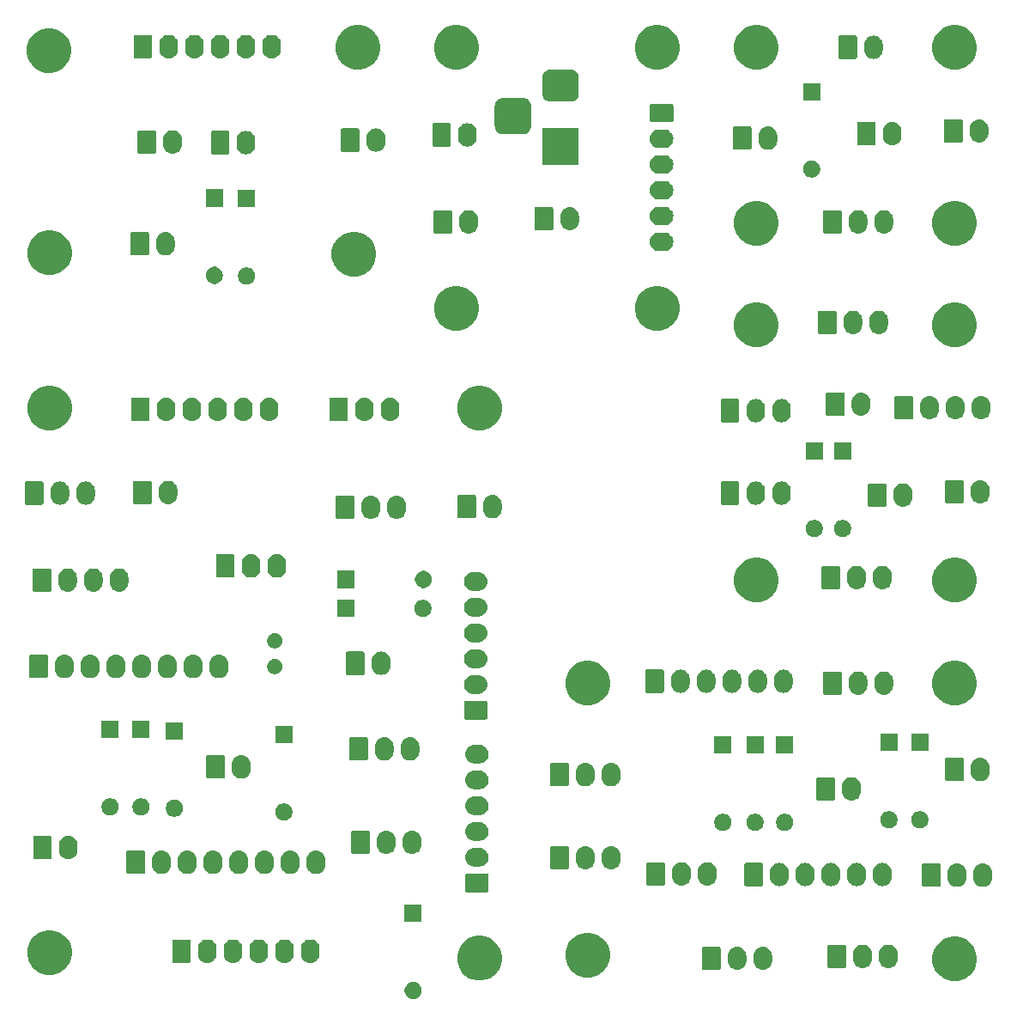
<source format=gbr>
G04 #@! TF.GenerationSoftware,KiCad,Pcbnew,(5.1.5-0-10_14)*
G04 #@! TF.CreationDate,2021-11-28T09:24:46+10:00*
G04 #@! TF.ProjectId,OH - Upper Mixed Small PCBs,4f48202d-2055-4707-9065-72204d697865,rev?*
G04 #@! TF.SameCoordinates,Original*
G04 #@! TF.FileFunction,Soldermask,Top*
G04 #@! TF.FilePolarity,Negative*
%FSLAX46Y46*%
G04 Gerber Fmt 4.6, Leading zero omitted, Abs format (unit mm)*
G04 Created by KiCad (PCBNEW (5.1.5-0-10_14)) date 2021-11-28 09:24:46*
%MOMM*%
%LPD*%
G04 APERTURE LIST*
%ADD10C,0.100000*%
G04 APERTURE END LIST*
D10*
G36*
X139504228Y-146437703D02*
G01*
X139659100Y-146501853D01*
X139798481Y-146594985D01*
X139917015Y-146713519D01*
X140010147Y-146852900D01*
X140074297Y-147007772D01*
X140107000Y-147172184D01*
X140107000Y-147339816D01*
X140074297Y-147504228D01*
X140010147Y-147659100D01*
X139917015Y-147798481D01*
X139798481Y-147917015D01*
X139659100Y-148010147D01*
X139504228Y-148074297D01*
X139339816Y-148107000D01*
X139172184Y-148107000D01*
X139007772Y-148074297D01*
X138852900Y-148010147D01*
X138713519Y-147917015D01*
X138594985Y-147798481D01*
X138501853Y-147659100D01*
X138437703Y-147504228D01*
X138405000Y-147339816D01*
X138405000Y-147172184D01*
X138437703Y-147007772D01*
X138501853Y-146852900D01*
X138594985Y-146713519D01*
X138713519Y-146594985D01*
X138852900Y-146501853D01*
X139007772Y-146437703D01*
X139172184Y-146405000D01*
X139339816Y-146405000D01*
X139504228Y-146437703D01*
G37*
G36*
X193315007Y-142028582D02*
G01*
X193715563Y-142194498D01*
X193715565Y-142194499D01*
X194076056Y-142435371D01*
X194382629Y-142741944D01*
X194581407Y-143039437D01*
X194623502Y-143102437D01*
X194789418Y-143502993D01*
X194874000Y-143928219D01*
X194874000Y-144361781D01*
X194789418Y-144787007D01*
X194637142Y-145154632D01*
X194623501Y-145187565D01*
X194382629Y-145548056D01*
X194076056Y-145854629D01*
X193715565Y-146095501D01*
X193715564Y-146095502D01*
X193715563Y-146095502D01*
X193315007Y-146261418D01*
X192889781Y-146346000D01*
X192456219Y-146346000D01*
X192030993Y-146261418D01*
X191630437Y-146095502D01*
X191630436Y-146095502D01*
X191630435Y-146095501D01*
X191269944Y-145854629D01*
X190963371Y-145548056D01*
X190722499Y-145187565D01*
X190708858Y-145154632D01*
X190556582Y-144787007D01*
X190472000Y-144361781D01*
X190472000Y-143928219D01*
X190556582Y-143502993D01*
X190722498Y-143102437D01*
X190764593Y-143039437D01*
X190963371Y-142741944D01*
X191269944Y-142435371D01*
X191630435Y-142194499D01*
X191630437Y-142194498D01*
X192030993Y-142028582D01*
X192456219Y-141944000D01*
X192889781Y-141944000D01*
X193315007Y-142028582D01*
G37*
G36*
X146438007Y-141965582D02*
G01*
X146838563Y-142131498D01*
X146838565Y-142131499D01*
X147199056Y-142372371D01*
X147505629Y-142678944D01*
X147723261Y-143004654D01*
X147746502Y-143039437D01*
X147912418Y-143439993D01*
X147997000Y-143865219D01*
X147997000Y-144298781D01*
X147912418Y-144724007D01*
X147746502Y-145124563D01*
X147746501Y-145124565D01*
X147505629Y-145485056D01*
X147199056Y-145791629D01*
X146838565Y-146032501D01*
X146838564Y-146032502D01*
X146838563Y-146032502D01*
X146438007Y-146198418D01*
X146012781Y-146283000D01*
X145579219Y-146283000D01*
X145153993Y-146198418D01*
X144753437Y-146032502D01*
X144753436Y-146032502D01*
X144753435Y-146032501D01*
X144392944Y-145791629D01*
X144086371Y-145485056D01*
X143845499Y-145124565D01*
X143845498Y-145124563D01*
X143679582Y-144724007D01*
X143595000Y-144298781D01*
X143595000Y-143865219D01*
X143679582Y-143439993D01*
X143845498Y-143039437D01*
X143868739Y-143004654D01*
X144086371Y-142678944D01*
X144392944Y-142372371D01*
X144753435Y-142131499D01*
X144753437Y-142131498D01*
X145153993Y-141965582D01*
X145579219Y-141881000D01*
X146012781Y-141881000D01*
X146438007Y-141965582D01*
G37*
G36*
X157106007Y-141647582D02*
G01*
X157506563Y-141813498D01*
X157506565Y-141813499D01*
X157867056Y-142054371D01*
X158173629Y-142360944D01*
X158359316Y-142638845D01*
X158414502Y-142721437D01*
X158580418Y-143121993D01*
X158665000Y-143547219D01*
X158665000Y-143980781D01*
X158580418Y-144406007D01*
X158448698Y-144724007D01*
X158414501Y-144806565D01*
X158173629Y-145167056D01*
X157867056Y-145473629D01*
X157506565Y-145714501D01*
X157506564Y-145714502D01*
X157506563Y-145714502D01*
X157106007Y-145880418D01*
X156680781Y-145965000D01*
X156247219Y-145965000D01*
X155821993Y-145880418D01*
X155421437Y-145714502D01*
X155421436Y-145714502D01*
X155421435Y-145714501D01*
X155060944Y-145473629D01*
X154754371Y-145167056D01*
X154513499Y-144806565D01*
X154479302Y-144724007D01*
X154347582Y-144406007D01*
X154263000Y-143980781D01*
X154263000Y-143547219D01*
X154347582Y-143121993D01*
X154513498Y-142721437D01*
X154568684Y-142638845D01*
X154754371Y-142360944D01*
X155060944Y-142054371D01*
X155421435Y-141813499D01*
X155421437Y-141813498D01*
X155821993Y-141647582D01*
X156247219Y-141563000D01*
X156680781Y-141563000D01*
X157106007Y-141647582D01*
G37*
G36*
X104020007Y-141393582D02*
G01*
X104420563Y-141559498D01*
X104420565Y-141559499D01*
X104781056Y-141800371D01*
X105087629Y-142106944D01*
X105328501Y-142467435D01*
X105328502Y-142467437D01*
X105494418Y-142867993D01*
X105579000Y-143293219D01*
X105579000Y-143726781D01*
X105494418Y-144152007D01*
X105344536Y-144513854D01*
X105328501Y-144552565D01*
X105087629Y-144913056D01*
X104781056Y-145219629D01*
X104420565Y-145460501D01*
X104420564Y-145460502D01*
X104420563Y-145460502D01*
X104020007Y-145626418D01*
X103594781Y-145711000D01*
X103161219Y-145711000D01*
X102735993Y-145626418D01*
X102335437Y-145460502D01*
X102335436Y-145460502D01*
X102335435Y-145460501D01*
X101974944Y-145219629D01*
X101668371Y-144913056D01*
X101427499Y-144552565D01*
X101411464Y-144513854D01*
X101261582Y-144152007D01*
X101177000Y-143726781D01*
X101177000Y-143293219D01*
X101261582Y-142867993D01*
X101427498Y-142467437D01*
X101427499Y-142467435D01*
X101668371Y-142106944D01*
X101974944Y-141800371D01*
X102335435Y-141559499D01*
X102335437Y-141559498D01*
X102735993Y-141393582D01*
X103161219Y-141309000D01*
X103594781Y-141309000D01*
X104020007Y-141393582D01*
G37*
G36*
X171376547Y-142944326D02*
G01*
X171550156Y-142996990D01*
X171550158Y-142996991D01*
X171710155Y-143082511D01*
X171850397Y-143197603D01*
X171928866Y-143293219D01*
X171965489Y-143337844D01*
X172051010Y-143497843D01*
X172103674Y-143671452D01*
X172117000Y-143806756D01*
X172117000Y-144357243D01*
X172103674Y-144492548D01*
X172051010Y-144666157D01*
X171965489Y-144826156D01*
X171937478Y-144860287D01*
X171850397Y-144966397D01*
X171774511Y-145028674D01*
X171710156Y-145081489D01*
X171550157Y-145167010D01*
X171376548Y-145219674D01*
X171196000Y-145237456D01*
X171015453Y-145219674D01*
X170841844Y-145167010D01*
X170681845Y-145081489D01*
X170617490Y-145028674D01*
X170541604Y-144966397D01*
X170426513Y-144826157D01*
X170426512Y-144826155D01*
X170340990Y-144666157D01*
X170288326Y-144492548D01*
X170275000Y-144357244D01*
X170275000Y-143806757D01*
X170288326Y-143671453D01*
X170340990Y-143497844D01*
X170426511Y-143337845D01*
X170451953Y-143306844D01*
X170541603Y-143197603D01*
X170651083Y-143107756D01*
X170681844Y-143082511D01*
X170841843Y-142996990D01*
X171015452Y-142944326D01*
X171196000Y-142926544D01*
X171376547Y-142944326D01*
G37*
G36*
X173916547Y-142944326D02*
G01*
X174090156Y-142996990D01*
X174090158Y-142996991D01*
X174250155Y-143082511D01*
X174390397Y-143197603D01*
X174468866Y-143293219D01*
X174505489Y-143337844D01*
X174591010Y-143497843D01*
X174643674Y-143671452D01*
X174657000Y-143806756D01*
X174657000Y-144357243D01*
X174643674Y-144492548D01*
X174591010Y-144666157D01*
X174505489Y-144826156D01*
X174477478Y-144860287D01*
X174390397Y-144966397D01*
X174314511Y-145028674D01*
X174250156Y-145081489D01*
X174090157Y-145167010D01*
X173916548Y-145219674D01*
X173736000Y-145237456D01*
X173555453Y-145219674D01*
X173381844Y-145167010D01*
X173221845Y-145081489D01*
X173157490Y-145028674D01*
X173081604Y-144966397D01*
X172966513Y-144826157D01*
X172966512Y-144826155D01*
X172880990Y-144666157D01*
X172828326Y-144492548D01*
X172815000Y-144357244D01*
X172815000Y-143806757D01*
X172828326Y-143671453D01*
X172880990Y-143497844D01*
X172966511Y-143337845D01*
X172991953Y-143306844D01*
X173081603Y-143197603D01*
X173191083Y-143107756D01*
X173221844Y-143082511D01*
X173381843Y-142996990D01*
X173555452Y-142944326D01*
X173736000Y-142926544D01*
X173916547Y-142944326D01*
G37*
G36*
X169435561Y-142934966D02*
G01*
X169468383Y-142944923D01*
X169498632Y-142961092D01*
X169525148Y-142982852D01*
X169546908Y-143009368D01*
X169563077Y-143039617D01*
X169573034Y-143072439D01*
X169577000Y-143112713D01*
X169577000Y-145051287D01*
X169573034Y-145091561D01*
X169563077Y-145124383D01*
X169546908Y-145154632D01*
X169525148Y-145181148D01*
X169498632Y-145202908D01*
X169468383Y-145219077D01*
X169435561Y-145229034D01*
X169395287Y-145233000D01*
X167916713Y-145233000D01*
X167876439Y-145229034D01*
X167843617Y-145219077D01*
X167813368Y-145202908D01*
X167786852Y-145181148D01*
X167765092Y-145154632D01*
X167748923Y-145124383D01*
X167738966Y-145091561D01*
X167735000Y-145051287D01*
X167735000Y-143112713D01*
X167738966Y-143072439D01*
X167748923Y-143039617D01*
X167765092Y-143009368D01*
X167786852Y-142982852D01*
X167813368Y-142961092D01*
X167843617Y-142944923D01*
X167876439Y-142934966D01*
X167916713Y-142931000D01*
X169395287Y-142931000D01*
X169435561Y-142934966D01*
G37*
G36*
X183758547Y-142753326D02*
G01*
X183932156Y-142805990D01*
X183932158Y-142805991D01*
X184092155Y-142891511D01*
X184232397Y-143006603D01*
X184311043Y-143102435D01*
X184347489Y-143146844D01*
X184433010Y-143306843D01*
X184485674Y-143480452D01*
X184499000Y-143615756D01*
X184499000Y-144166243D01*
X184485674Y-144301548D01*
X184433010Y-144475157D01*
X184347489Y-144635156D01*
X184322047Y-144666157D01*
X184232397Y-144775397D01*
X184135729Y-144854729D01*
X184092156Y-144890489D01*
X183932157Y-144976010D01*
X183758548Y-145028674D01*
X183578000Y-145046456D01*
X183397453Y-145028674D01*
X183223844Y-144976010D01*
X183063845Y-144890489D01*
X183020272Y-144854729D01*
X182923604Y-144775397D01*
X182808513Y-144635157D01*
X182808512Y-144635155D01*
X182722990Y-144475157D01*
X182670326Y-144301548D01*
X182657000Y-144166244D01*
X182657000Y-143615757D01*
X182670326Y-143480453D01*
X182722990Y-143306844D01*
X182808511Y-143146845D01*
X182810827Y-143144023D01*
X182923603Y-143006603D01*
X183049388Y-142903375D01*
X183063844Y-142891511D01*
X183223843Y-142805990D01*
X183397452Y-142753326D01*
X183578000Y-142735544D01*
X183758547Y-142753326D01*
G37*
G36*
X186298547Y-142753326D02*
G01*
X186472156Y-142805990D01*
X186472158Y-142805991D01*
X186632155Y-142891511D01*
X186772397Y-143006603D01*
X186851043Y-143102435D01*
X186887489Y-143146844D01*
X186973010Y-143306843D01*
X187025674Y-143480452D01*
X187039000Y-143615756D01*
X187039000Y-144166243D01*
X187025674Y-144301548D01*
X186973010Y-144475157D01*
X186887489Y-144635156D01*
X186862047Y-144666157D01*
X186772397Y-144775397D01*
X186675729Y-144854729D01*
X186632156Y-144890489D01*
X186472157Y-144976010D01*
X186298548Y-145028674D01*
X186118000Y-145046456D01*
X185937453Y-145028674D01*
X185763844Y-144976010D01*
X185603845Y-144890489D01*
X185560272Y-144854729D01*
X185463604Y-144775397D01*
X185348513Y-144635157D01*
X185348512Y-144635155D01*
X185262990Y-144475157D01*
X185210326Y-144301548D01*
X185197000Y-144166244D01*
X185197000Y-143615757D01*
X185210326Y-143480453D01*
X185262990Y-143306844D01*
X185348511Y-143146845D01*
X185350827Y-143144023D01*
X185463603Y-143006603D01*
X185589388Y-142903375D01*
X185603844Y-142891511D01*
X185763843Y-142805990D01*
X185937452Y-142753326D01*
X186118000Y-142735544D01*
X186298547Y-142753326D01*
G37*
G36*
X181817561Y-142743966D02*
G01*
X181850383Y-142753923D01*
X181880632Y-142770092D01*
X181907148Y-142791852D01*
X181928908Y-142818368D01*
X181945077Y-142848617D01*
X181955034Y-142881439D01*
X181959000Y-142921713D01*
X181959000Y-144860287D01*
X181955034Y-144900561D01*
X181945077Y-144933383D01*
X181928908Y-144963632D01*
X181907148Y-144990148D01*
X181880632Y-145011908D01*
X181850383Y-145028077D01*
X181817561Y-145038034D01*
X181777287Y-145042000D01*
X180298713Y-145042000D01*
X180258439Y-145038034D01*
X180225617Y-145028077D01*
X180195368Y-145011908D01*
X180168852Y-144990148D01*
X180147092Y-144963632D01*
X180130923Y-144933383D01*
X180120966Y-144900561D01*
X180117000Y-144860287D01*
X180117000Y-142921713D01*
X180120966Y-142881439D01*
X180130923Y-142848617D01*
X180147092Y-142818368D01*
X180168852Y-142791852D01*
X180195368Y-142770092D01*
X180225617Y-142753923D01*
X180258439Y-142743966D01*
X180298713Y-142740000D01*
X181777287Y-142740000D01*
X181817561Y-142743966D01*
G37*
G36*
X121656547Y-142245326D02*
G01*
X121830156Y-142297990D01*
X121830158Y-142297991D01*
X121990155Y-142383511D01*
X122130397Y-142498603D01*
X122209729Y-142595271D01*
X122245489Y-142638844D01*
X122331010Y-142798843D01*
X122383674Y-142972452D01*
X122397000Y-143107756D01*
X122397000Y-143658243D01*
X122383674Y-143793548D01*
X122331010Y-143967157D01*
X122245489Y-144127156D01*
X122225094Y-144152007D01*
X122130397Y-144267397D01*
X122033729Y-144346729D01*
X121990156Y-144382489D01*
X121830157Y-144468010D01*
X121656548Y-144520674D01*
X121476000Y-144538456D01*
X121295453Y-144520674D01*
X121121844Y-144468010D01*
X120961845Y-144382489D01*
X120918272Y-144346729D01*
X120821604Y-144267397D01*
X120706513Y-144127157D01*
X120706512Y-144127155D01*
X120620990Y-143967157D01*
X120568326Y-143793548D01*
X120555000Y-143658244D01*
X120555000Y-143107757D01*
X120568326Y-142972453D01*
X120620990Y-142798844D01*
X120706511Y-142638845D01*
X120706512Y-142638844D01*
X120821603Y-142498603D01*
X120947388Y-142395375D01*
X120961844Y-142383511D01*
X121121843Y-142297990D01*
X121295452Y-142245326D01*
X121476000Y-142227544D01*
X121656547Y-142245326D01*
G37*
G36*
X124196547Y-142245326D02*
G01*
X124370156Y-142297990D01*
X124370158Y-142297991D01*
X124530155Y-142383511D01*
X124670397Y-142498603D01*
X124749729Y-142595271D01*
X124785489Y-142638844D01*
X124871010Y-142798843D01*
X124923674Y-142972452D01*
X124937000Y-143107756D01*
X124937000Y-143658243D01*
X124923674Y-143793548D01*
X124871010Y-143967157D01*
X124785489Y-144127156D01*
X124765094Y-144152007D01*
X124670397Y-144267397D01*
X124573729Y-144346729D01*
X124530156Y-144382489D01*
X124370157Y-144468010D01*
X124196548Y-144520674D01*
X124016000Y-144538456D01*
X123835453Y-144520674D01*
X123661844Y-144468010D01*
X123501845Y-144382489D01*
X123458272Y-144346729D01*
X123361604Y-144267397D01*
X123246513Y-144127157D01*
X123246512Y-144127155D01*
X123160990Y-143967157D01*
X123108326Y-143793548D01*
X123095000Y-143658244D01*
X123095000Y-143107757D01*
X123108326Y-142972453D01*
X123160990Y-142798844D01*
X123246511Y-142638845D01*
X123246512Y-142638844D01*
X123361603Y-142498603D01*
X123487388Y-142395375D01*
X123501844Y-142383511D01*
X123661843Y-142297990D01*
X123835452Y-142245326D01*
X124016000Y-142227544D01*
X124196547Y-142245326D01*
G37*
G36*
X119116547Y-142245326D02*
G01*
X119290156Y-142297990D01*
X119290158Y-142297991D01*
X119450155Y-142383511D01*
X119590397Y-142498603D01*
X119669729Y-142595271D01*
X119705489Y-142638844D01*
X119791010Y-142798843D01*
X119843674Y-142972452D01*
X119857000Y-143107756D01*
X119857000Y-143658243D01*
X119843674Y-143793548D01*
X119791010Y-143967157D01*
X119705489Y-144127156D01*
X119685094Y-144152007D01*
X119590397Y-144267397D01*
X119493729Y-144346729D01*
X119450156Y-144382489D01*
X119290157Y-144468010D01*
X119116548Y-144520674D01*
X118936000Y-144538456D01*
X118755453Y-144520674D01*
X118581844Y-144468010D01*
X118421845Y-144382489D01*
X118378272Y-144346729D01*
X118281604Y-144267397D01*
X118166513Y-144127157D01*
X118166512Y-144127155D01*
X118080990Y-143967157D01*
X118028326Y-143793548D01*
X118015000Y-143658244D01*
X118015000Y-143107757D01*
X118028326Y-142972453D01*
X118080990Y-142798844D01*
X118166511Y-142638845D01*
X118166512Y-142638844D01*
X118281603Y-142498603D01*
X118407388Y-142395375D01*
X118421844Y-142383511D01*
X118581843Y-142297990D01*
X118755452Y-142245326D01*
X118936000Y-142227544D01*
X119116547Y-142245326D01*
G37*
G36*
X126736547Y-142245326D02*
G01*
X126910156Y-142297990D01*
X126910158Y-142297991D01*
X127070155Y-142383511D01*
X127210397Y-142498603D01*
X127289729Y-142595271D01*
X127325489Y-142638844D01*
X127411010Y-142798843D01*
X127463674Y-142972452D01*
X127477000Y-143107756D01*
X127477000Y-143658243D01*
X127463674Y-143793548D01*
X127411010Y-143967157D01*
X127325489Y-144127156D01*
X127305094Y-144152007D01*
X127210397Y-144267397D01*
X127113729Y-144346729D01*
X127070156Y-144382489D01*
X126910157Y-144468010D01*
X126736548Y-144520674D01*
X126556000Y-144538456D01*
X126375453Y-144520674D01*
X126201844Y-144468010D01*
X126041845Y-144382489D01*
X125998272Y-144346729D01*
X125901604Y-144267397D01*
X125786513Y-144127157D01*
X125786512Y-144127155D01*
X125700990Y-143967157D01*
X125648326Y-143793548D01*
X125635000Y-143658244D01*
X125635000Y-143107757D01*
X125648326Y-142972453D01*
X125700990Y-142798844D01*
X125786511Y-142638845D01*
X125786512Y-142638844D01*
X125901603Y-142498603D01*
X126027388Y-142395375D01*
X126041844Y-142383511D01*
X126201843Y-142297990D01*
X126375452Y-142245326D01*
X126556000Y-142227544D01*
X126736547Y-142245326D01*
G37*
G36*
X129276547Y-142245326D02*
G01*
X129450156Y-142297990D01*
X129450158Y-142297991D01*
X129610155Y-142383511D01*
X129750397Y-142498603D01*
X129829729Y-142595271D01*
X129865489Y-142638844D01*
X129951010Y-142798843D01*
X130003674Y-142972452D01*
X130017000Y-143107756D01*
X130017000Y-143658243D01*
X130003674Y-143793548D01*
X129951010Y-143967157D01*
X129865489Y-144127156D01*
X129845094Y-144152007D01*
X129750397Y-144267397D01*
X129653729Y-144346729D01*
X129610156Y-144382489D01*
X129450157Y-144468010D01*
X129276548Y-144520674D01*
X129096000Y-144538456D01*
X128915453Y-144520674D01*
X128741844Y-144468010D01*
X128581845Y-144382489D01*
X128538272Y-144346729D01*
X128441604Y-144267397D01*
X128326513Y-144127157D01*
X128326512Y-144127155D01*
X128240990Y-143967157D01*
X128188326Y-143793548D01*
X128175000Y-143658244D01*
X128175000Y-143107757D01*
X128188326Y-142972453D01*
X128240990Y-142798844D01*
X128326511Y-142638845D01*
X128326512Y-142638844D01*
X128441603Y-142498603D01*
X128567388Y-142395375D01*
X128581844Y-142383511D01*
X128741843Y-142297990D01*
X128915452Y-142245326D01*
X129096000Y-142227544D01*
X129276547Y-142245326D01*
G37*
G36*
X117175561Y-142235966D02*
G01*
X117208383Y-142245923D01*
X117238632Y-142262092D01*
X117265148Y-142283852D01*
X117286908Y-142310368D01*
X117303077Y-142340617D01*
X117313034Y-142373439D01*
X117317000Y-142413713D01*
X117317000Y-144352287D01*
X117313034Y-144392561D01*
X117303077Y-144425383D01*
X117286908Y-144455632D01*
X117265148Y-144482148D01*
X117238632Y-144503908D01*
X117208383Y-144520077D01*
X117175561Y-144530034D01*
X117135287Y-144534000D01*
X115656713Y-144534000D01*
X115616439Y-144530034D01*
X115583617Y-144520077D01*
X115553368Y-144503908D01*
X115526852Y-144482148D01*
X115505092Y-144455632D01*
X115488923Y-144425383D01*
X115478966Y-144392561D01*
X115475000Y-144352287D01*
X115475000Y-142413713D01*
X115478966Y-142373439D01*
X115488923Y-142340617D01*
X115505092Y-142310368D01*
X115526852Y-142283852D01*
X115553368Y-142262092D01*
X115583617Y-142245923D01*
X115616439Y-142235966D01*
X115656713Y-142232000D01*
X117135287Y-142232000D01*
X117175561Y-142235966D01*
G37*
G36*
X140107000Y-140487000D02*
G01*
X138405000Y-140487000D01*
X138405000Y-138785000D01*
X140107000Y-138785000D01*
X140107000Y-140487000D01*
G37*
G36*
X146551561Y-135734966D02*
G01*
X146584383Y-135744923D01*
X146614632Y-135761092D01*
X146641148Y-135782852D01*
X146662908Y-135809368D01*
X146679077Y-135839617D01*
X146689034Y-135872439D01*
X146693000Y-135912713D01*
X146693000Y-137391287D01*
X146689034Y-137431561D01*
X146679077Y-137464383D01*
X146662908Y-137494632D01*
X146641148Y-137521148D01*
X146614632Y-137542908D01*
X146584383Y-137559077D01*
X146551561Y-137569034D01*
X146511287Y-137573000D01*
X144572713Y-137573000D01*
X144532439Y-137569034D01*
X144499617Y-137559077D01*
X144469368Y-137542908D01*
X144442852Y-137521148D01*
X144421092Y-137494632D01*
X144404923Y-137464383D01*
X144394966Y-137431561D01*
X144391000Y-137391287D01*
X144391000Y-135912713D01*
X144394966Y-135872439D01*
X144404923Y-135839617D01*
X144421092Y-135809368D01*
X144442852Y-135782852D01*
X144469368Y-135761092D01*
X144499617Y-135744923D01*
X144532439Y-135734966D01*
X144572713Y-135731000D01*
X146511287Y-135731000D01*
X146551561Y-135734966D01*
G37*
G36*
X195633547Y-134752326D02*
G01*
X195807156Y-134804990D01*
X195807158Y-134804991D01*
X195967155Y-134890511D01*
X196107397Y-135005603D01*
X196169965Y-135081844D01*
X196222489Y-135145844D01*
X196308010Y-135305843D01*
X196360674Y-135479452D01*
X196374000Y-135614756D01*
X196374000Y-136165243D01*
X196360674Y-136300548D01*
X196308010Y-136474157D01*
X196222489Y-136634156D01*
X196186729Y-136677729D01*
X196107397Y-136774397D01*
X196031741Y-136836485D01*
X195967156Y-136889489D01*
X195807157Y-136975010D01*
X195633548Y-137027674D01*
X195453000Y-137045456D01*
X195272453Y-137027674D01*
X195098844Y-136975010D01*
X194938845Y-136889489D01*
X194874260Y-136836485D01*
X194798604Y-136774397D01*
X194683513Y-136634157D01*
X194683512Y-136634155D01*
X194597990Y-136474157D01*
X194545326Y-136300548D01*
X194532818Y-136173546D01*
X194532000Y-136165245D01*
X194532000Y-135614756D01*
X194542869Y-135504397D01*
X194545326Y-135479453D01*
X194597990Y-135305844D01*
X194683511Y-135145845D01*
X194709664Y-135113977D01*
X194798603Y-135005603D01*
X194924388Y-134902375D01*
X194938844Y-134890511D01*
X195098843Y-134804990D01*
X195272452Y-134752326D01*
X195453000Y-134734544D01*
X195633547Y-134752326D01*
G37*
G36*
X193093547Y-134752326D02*
G01*
X193267156Y-134804990D01*
X193267158Y-134804991D01*
X193427155Y-134890511D01*
X193567397Y-135005603D01*
X193629965Y-135081844D01*
X193682489Y-135145844D01*
X193768010Y-135305843D01*
X193820674Y-135479452D01*
X193834000Y-135614756D01*
X193834000Y-136165243D01*
X193820674Y-136300548D01*
X193768010Y-136474157D01*
X193682489Y-136634156D01*
X193646729Y-136677729D01*
X193567397Y-136774397D01*
X193491741Y-136836485D01*
X193427156Y-136889489D01*
X193267157Y-136975010D01*
X193093548Y-137027674D01*
X192913000Y-137045456D01*
X192732453Y-137027674D01*
X192558844Y-136975010D01*
X192398845Y-136889489D01*
X192334260Y-136836485D01*
X192258604Y-136774397D01*
X192143513Y-136634157D01*
X192143512Y-136634155D01*
X192057990Y-136474157D01*
X192005326Y-136300548D01*
X191992818Y-136173546D01*
X191992000Y-136165245D01*
X191992000Y-135614756D01*
X192002869Y-135504397D01*
X192005326Y-135479453D01*
X192057990Y-135305844D01*
X192143511Y-135145845D01*
X192169664Y-135113977D01*
X192258603Y-135005603D01*
X192384388Y-134902375D01*
X192398844Y-134890511D01*
X192558843Y-134804990D01*
X192732452Y-134752326D01*
X192913000Y-134734544D01*
X193093547Y-134752326D01*
G37*
G36*
X191152561Y-134742966D02*
G01*
X191185383Y-134752923D01*
X191215632Y-134769092D01*
X191242148Y-134790852D01*
X191263908Y-134817368D01*
X191280077Y-134847617D01*
X191290034Y-134880439D01*
X191294000Y-134920713D01*
X191294000Y-136859287D01*
X191290034Y-136899561D01*
X191280077Y-136932383D01*
X191263908Y-136962632D01*
X191242148Y-136989148D01*
X191215632Y-137010908D01*
X191185383Y-137027077D01*
X191152561Y-137037034D01*
X191112287Y-137041000D01*
X189633713Y-137041000D01*
X189593439Y-137037034D01*
X189560617Y-137027077D01*
X189530368Y-137010908D01*
X189503852Y-136989148D01*
X189482092Y-136962632D01*
X189465923Y-136932383D01*
X189455966Y-136899561D01*
X189452000Y-136859287D01*
X189452000Y-134920713D01*
X189455966Y-134880439D01*
X189465923Y-134847617D01*
X189482092Y-134817368D01*
X189503852Y-134790852D01*
X189530368Y-134769092D01*
X189560617Y-134752923D01*
X189593439Y-134742966D01*
X189633713Y-134739000D01*
X191112287Y-134739000D01*
X191152561Y-134742966D01*
G37*
G36*
X178107547Y-134688326D02*
G01*
X178281156Y-134740990D01*
X178281158Y-134740991D01*
X178441155Y-134826511D01*
X178581397Y-134941603D01*
X178660729Y-135038271D01*
X178696489Y-135081844D01*
X178782010Y-135241843D01*
X178834674Y-135415452D01*
X178848000Y-135550756D01*
X178848000Y-136101243D01*
X178834674Y-136236548D01*
X178782010Y-136410157D01*
X178696489Y-136570156D01*
X178660729Y-136613729D01*
X178581397Y-136710397D01*
X178484729Y-136789729D01*
X178441156Y-136825489D01*
X178343616Y-136877625D01*
X178285077Y-136908915D01*
X178281157Y-136911010D01*
X178107548Y-136963674D01*
X177927000Y-136981456D01*
X177746453Y-136963674D01*
X177572844Y-136911010D01*
X177568925Y-136908915D01*
X177510385Y-136877625D01*
X177412845Y-136825489D01*
X177369272Y-136789729D01*
X177272604Y-136710397D01*
X177157513Y-136570157D01*
X177157512Y-136570155D01*
X177071990Y-136410157D01*
X177019326Y-136236548D01*
X177006000Y-136101244D01*
X177006000Y-135550757D01*
X177019326Y-135415453D01*
X177071990Y-135241844D01*
X177092134Y-135204158D01*
X177157511Y-135081845D01*
X177272603Y-134941603D01*
X177376043Y-134856713D01*
X177412844Y-134826511D01*
X177572843Y-134740990D01*
X177746452Y-134688326D01*
X177927000Y-134670544D01*
X178107547Y-134688326D01*
G37*
G36*
X185727547Y-134688326D02*
G01*
X185901156Y-134740990D01*
X185901158Y-134740991D01*
X186061155Y-134826511D01*
X186201397Y-134941603D01*
X186280729Y-135038271D01*
X186316489Y-135081844D01*
X186402010Y-135241843D01*
X186454674Y-135415452D01*
X186468000Y-135550756D01*
X186468000Y-136101243D01*
X186454674Y-136236548D01*
X186402010Y-136410157D01*
X186316489Y-136570156D01*
X186280729Y-136613729D01*
X186201397Y-136710397D01*
X186104729Y-136789729D01*
X186061156Y-136825489D01*
X185963616Y-136877625D01*
X185905077Y-136908915D01*
X185901157Y-136911010D01*
X185727548Y-136963674D01*
X185547000Y-136981456D01*
X185366453Y-136963674D01*
X185192844Y-136911010D01*
X185188925Y-136908915D01*
X185130385Y-136877625D01*
X185032845Y-136825489D01*
X184989272Y-136789729D01*
X184892604Y-136710397D01*
X184777513Y-136570157D01*
X184777512Y-136570155D01*
X184691990Y-136410157D01*
X184639326Y-136236548D01*
X184626000Y-136101244D01*
X184626000Y-135550757D01*
X184639326Y-135415453D01*
X184691990Y-135241844D01*
X184712134Y-135204158D01*
X184777511Y-135081845D01*
X184892603Y-134941603D01*
X184996043Y-134856713D01*
X185032844Y-134826511D01*
X185192843Y-134740990D01*
X185366452Y-134688326D01*
X185547000Y-134670544D01*
X185727547Y-134688326D01*
G37*
G36*
X183187547Y-134688326D02*
G01*
X183361156Y-134740990D01*
X183361158Y-134740991D01*
X183521155Y-134826511D01*
X183661397Y-134941603D01*
X183740729Y-135038271D01*
X183776489Y-135081844D01*
X183862010Y-135241843D01*
X183914674Y-135415452D01*
X183928000Y-135550756D01*
X183928000Y-136101243D01*
X183914674Y-136236548D01*
X183862010Y-136410157D01*
X183776489Y-136570156D01*
X183740729Y-136613729D01*
X183661397Y-136710397D01*
X183564729Y-136789729D01*
X183521156Y-136825489D01*
X183423616Y-136877625D01*
X183365077Y-136908915D01*
X183361157Y-136911010D01*
X183187548Y-136963674D01*
X183007000Y-136981456D01*
X182826453Y-136963674D01*
X182652844Y-136911010D01*
X182648925Y-136908915D01*
X182590385Y-136877625D01*
X182492845Y-136825489D01*
X182449272Y-136789729D01*
X182352604Y-136710397D01*
X182237513Y-136570157D01*
X182237512Y-136570155D01*
X182151990Y-136410157D01*
X182099326Y-136236548D01*
X182086000Y-136101244D01*
X182086000Y-135550757D01*
X182099326Y-135415453D01*
X182151990Y-135241844D01*
X182172134Y-135204158D01*
X182237511Y-135081845D01*
X182352603Y-134941603D01*
X182456043Y-134856713D01*
X182492844Y-134826511D01*
X182652843Y-134740990D01*
X182826452Y-134688326D01*
X183007000Y-134670544D01*
X183187547Y-134688326D01*
G37*
G36*
X180647547Y-134688326D02*
G01*
X180821156Y-134740990D01*
X180821158Y-134740991D01*
X180981155Y-134826511D01*
X181121397Y-134941603D01*
X181200729Y-135038271D01*
X181236489Y-135081844D01*
X181322010Y-135241843D01*
X181374674Y-135415452D01*
X181388000Y-135550756D01*
X181388000Y-136101243D01*
X181374674Y-136236548D01*
X181322010Y-136410157D01*
X181236489Y-136570156D01*
X181200729Y-136613729D01*
X181121397Y-136710397D01*
X181024729Y-136789729D01*
X180981156Y-136825489D01*
X180883616Y-136877625D01*
X180825077Y-136908915D01*
X180821157Y-136911010D01*
X180647548Y-136963674D01*
X180467000Y-136981456D01*
X180286453Y-136963674D01*
X180112844Y-136911010D01*
X180108925Y-136908915D01*
X180050385Y-136877625D01*
X179952845Y-136825489D01*
X179909272Y-136789729D01*
X179812604Y-136710397D01*
X179697513Y-136570157D01*
X179697512Y-136570155D01*
X179611990Y-136410157D01*
X179559326Y-136236548D01*
X179546000Y-136101244D01*
X179546000Y-135550757D01*
X179559326Y-135415453D01*
X179611990Y-135241844D01*
X179632134Y-135204158D01*
X179697511Y-135081845D01*
X179812603Y-134941603D01*
X179916043Y-134856713D01*
X179952844Y-134826511D01*
X180112843Y-134740990D01*
X180286452Y-134688326D01*
X180467000Y-134670544D01*
X180647547Y-134688326D01*
G37*
G36*
X175567547Y-134688326D02*
G01*
X175741156Y-134740990D01*
X175741158Y-134740991D01*
X175901155Y-134826511D01*
X176041397Y-134941603D01*
X176120729Y-135038271D01*
X176156489Y-135081844D01*
X176242010Y-135241843D01*
X176294674Y-135415452D01*
X176308000Y-135550756D01*
X176308000Y-136101243D01*
X176294674Y-136236548D01*
X176242010Y-136410157D01*
X176156489Y-136570156D01*
X176120729Y-136613729D01*
X176041397Y-136710397D01*
X175944729Y-136789729D01*
X175901156Y-136825489D01*
X175803616Y-136877625D01*
X175745077Y-136908915D01*
X175741157Y-136911010D01*
X175567548Y-136963674D01*
X175387000Y-136981456D01*
X175206453Y-136963674D01*
X175032844Y-136911010D01*
X175028925Y-136908915D01*
X174970385Y-136877625D01*
X174872845Y-136825489D01*
X174829272Y-136789729D01*
X174732604Y-136710397D01*
X174617513Y-136570157D01*
X174617512Y-136570155D01*
X174531990Y-136410157D01*
X174479326Y-136236548D01*
X174466000Y-136101244D01*
X174466000Y-135550757D01*
X174479326Y-135415453D01*
X174531990Y-135241844D01*
X174552134Y-135204158D01*
X174617511Y-135081845D01*
X174732603Y-134941603D01*
X174836043Y-134856713D01*
X174872844Y-134826511D01*
X175032843Y-134740990D01*
X175206452Y-134688326D01*
X175387000Y-134670544D01*
X175567547Y-134688326D01*
G37*
G36*
X173626561Y-134678966D02*
G01*
X173659383Y-134688923D01*
X173689632Y-134705092D01*
X173716148Y-134726852D01*
X173737908Y-134753368D01*
X173754077Y-134783617D01*
X173764034Y-134816439D01*
X173768000Y-134856713D01*
X173768000Y-136795287D01*
X173764034Y-136835561D01*
X173754077Y-136868383D01*
X173737908Y-136898632D01*
X173716148Y-136925148D01*
X173689632Y-136946908D01*
X173659383Y-136963077D01*
X173626561Y-136973034D01*
X173586287Y-136977000D01*
X172107713Y-136977000D01*
X172067439Y-136973034D01*
X172034617Y-136963077D01*
X172004368Y-136946908D01*
X171977852Y-136925148D01*
X171956092Y-136898632D01*
X171939923Y-136868383D01*
X171929966Y-136835561D01*
X171926000Y-136795287D01*
X171926000Y-134856713D01*
X171929966Y-134816439D01*
X171939923Y-134783617D01*
X171956092Y-134753368D01*
X171977852Y-134726852D01*
X172004368Y-134705092D01*
X172034617Y-134688923D01*
X172067439Y-134678966D01*
X172107713Y-134675000D01*
X173586287Y-134675000D01*
X173626561Y-134678966D01*
G37*
G36*
X168455547Y-134625326D02*
G01*
X168629156Y-134677990D01*
X168629158Y-134677991D01*
X168789155Y-134763511D01*
X168929397Y-134878603D01*
X168989650Y-134952023D01*
X169044489Y-135018844D01*
X169130010Y-135178843D01*
X169182674Y-135352452D01*
X169183827Y-135364156D01*
X169195183Y-135479455D01*
X169196000Y-135487756D01*
X169196000Y-136038243D01*
X169182674Y-136173548D01*
X169130010Y-136347157D01*
X169044489Y-136507156D01*
X169008729Y-136550729D01*
X168929397Y-136647397D01*
X168852631Y-136710396D01*
X168789156Y-136762489D01*
X168629157Y-136848010D01*
X168455548Y-136900674D01*
X168275000Y-136918456D01*
X168094453Y-136900674D01*
X167920844Y-136848010D01*
X167760845Y-136762489D01*
X167697370Y-136710396D01*
X167620604Y-136647397D01*
X167505513Y-136507157D01*
X167505512Y-136507155D01*
X167419990Y-136347157D01*
X167367326Y-136173548D01*
X167354000Y-136038244D01*
X167354000Y-135487757D01*
X167367326Y-135352453D01*
X167419990Y-135178844D01*
X167437927Y-135145287D01*
X167505511Y-135018845D01*
X167620603Y-134878603D01*
X167736345Y-134783617D01*
X167760844Y-134763511D01*
X167902544Y-134687771D01*
X167920841Y-134677991D01*
X167920843Y-134677990D01*
X168094452Y-134625326D01*
X168275000Y-134607544D01*
X168455547Y-134625326D01*
G37*
G36*
X165915547Y-134625326D02*
G01*
X166089156Y-134677990D01*
X166089158Y-134677991D01*
X166249155Y-134763511D01*
X166389397Y-134878603D01*
X166449650Y-134952023D01*
X166504489Y-135018844D01*
X166590010Y-135178843D01*
X166642674Y-135352452D01*
X166643827Y-135364156D01*
X166655183Y-135479455D01*
X166656000Y-135487756D01*
X166656000Y-136038243D01*
X166642674Y-136173548D01*
X166590010Y-136347157D01*
X166504489Y-136507156D01*
X166468729Y-136550729D01*
X166389397Y-136647397D01*
X166312631Y-136710396D01*
X166249156Y-136762489D01*
X166089157Y-136848010D01*
X165915548Y-136900674D01*
X165735000Y-136918456D01*
X165554453Y-136900674D01*
X165380844Y-136848010D01*
X165220845Y-136762489D01*
X165157370Y-136710396D01*
X165080604Y-136647397D01*
X164965513Y-136507157D01*
X164965512Y-136507155D01*
X164879990Y-136347157D01*
X164827326Y-136173548D01*
X164814000Y-136038244D01*
X164814000Y-135487757D01*
X164827326Y-135352453D01*
X164879990Y-135178844D01*
X164897927Y-135145287D01*
X164965511Y-135018845D01*
X165080603Y-134878603D01*
X165196345Y-134783617D01*
X165220844Y-134763511D01*
X165362544Y-134687771D01*
X165380841Y-134677991D01*
X165380843Y-134677990D01*
X165554452Y-134625326D01*
X165735000Y-134607544D01*
X165915547Y-134625326D01*
G37*
G36*
X163974561Y-134615966D02*
G01*
X164007383Y-134625923D01*
X164037632Y-134642092D01*
X164064148Y-134663852D01*
X164085908Y-134690368D01*
X164102077Y-134720617D01*
X164112034Y-134753439D01*
X164116000Y-134793713D01*
X164116000Y-136732287D01*
X164112034Y-136772561D01*
X164102077Y-136805383D01*
X164085908Y-136835632D01*
X164064148Y-136862148D01*
X164037632Y-136883908D01*
X164007383Y-136900077D01*
X163974561Y-136910034D01*
X163934287Y-136914000D01*
X162455713Y-136914000D01*
X162415439Y-136910034D01*
X162382617Y-136900077D01*
X162352368Y-136883908D01*
X162325852Y-136862148D01*
X162304092Y-136835632D01*
X162287923Y-136805383D01*
X162277966Y-136772561D01*
X162274000Y-136732287D01*
X162274000Y-134793713D01*
X162277966Y-134753439D01*
X162287923Y-134720617D01*
X162304092Y-134690368D01*
X162325852Y-134663852D01*
X162352368Y-134642092D01*
X162382617Y-134625923D01*
X162415439Y-134615966D01*
X162455713Y-134612000D01*
X163934287Y-134612000D01*
X163974561Y-134615966D01*
G37*
G36*
X124767547Y-133482326D02*
G01*
X124941156Y-133534990D01*
X124941158Y-133534991D01*
X125101155Y-133620511D01*
X125241397Y-133735603D01*
X125300364Y-133807456D01*
X125356489Y-133875844D01*
X125442010Y-134035843D01*
X125494674Y-134209452D01*
X125500283Y-134266398D01*
X125508000Y-134344755D01*
X125508000Y-134895244D01*
X125504668Y-134929069D01*
X125494674Y-135030548D01*
X125442010Y-135204157D01*
X125356489Y-135364156D01*
X125320729Y-135407729D01*
X125241397Y-135504397D01*
X125144729Y-135583729D01*
X125101156Y-135619489D01*
X124941157Y-135705010D01*
X124767548Y-135757674D01*
X124587000Y-135775456D01*
X124406453Y-135757674D01*
X124232844Y-135705010D01*
X124072845Y-135619489D01*
X124029272Y-135583729D01*
X123932604Y-135504397D01*
X123817513Y-135364157D01*
X123817512Y-135364155D01*
X123731990Y-135204157D01*
X123679326Y-135030548D01*
X123666000Y-134895244D01*
X123666000Y-134344757D01*
X123679326Y-134209453D01*
X123731990Y-134035844D01*
X123817511Y-133875845D01*
X123873636Y-133807456D01*
X123932603Y-133735603D01*
X124058388Y-133632375D01*
X124072844Y-133620511D01*
X124230211Y-133536397D01*
X124232841Y-133534991D01*
X124232843Y-133534990D01*
X124406452Y-133482326D01*
X124587000Y-133464544D01*
X124767547Y-133482326D01*
G37*
G36*
X122227547Y-133482326D02*
G01*
X122401156Y-133534990D01*
X122401158Y-133534991D01*
X122561155Y-133620511D01*
X122701397Y-133735603D01*
X122760364Y-133807456D01*
X122816489Y-133875844D01*
X122902010Y-134035843D01*
X122954674Y-134209452D01*
X122960283Y-134266398D01*
X122968000Y-134344755D01*
X122968000Y-134895244D01*
X122964668Y-134929069D01*
X122954674Y-135030548D01*
X122902010Y-135204157D01*
X122816489Y-135364156D01*
X122780729Y-135407729D01*
X122701397Y-135504397D01*
X122604729Y-135583729D01*
X122561156Y-135619489D01*
X122401157Y-135705010D01*
X122227548Y-135757674D01*
X122047000Y-135775456D01*
X121866453Y-135757674D01*
X121692844Y-135705010D01*
X121532845Y-135619489D01*
X121489272Y-135583729D01*
X121392604Y-135504397D01*
X121277513Y-135364157D01*
X121277512Y-135364155D01*
X121191990Y-135204157D01*
X121139326Y-135030548D01*
X121126000Y-134895244D01*
X121126000Y-134344757D01*
X121139326Y-134209453D01*
X121191990Y-134035844D01*
X121277511Y-133875845D01*
X121333636Y-133807456D01*
X121392603Y-133735603D01*
X121518388Y-133632375D01*
X121532844Y-133620511D01*
X121690211Y-133536397D01*
X121692841Y-133534991D01*
X121692843Y-133534990D01*
X121866452Y-133482326D01*
X122047000Y-133464544D01*
X122227547Y-133482326D01*
G37*
G36*
X119687547Y-133482326D02*
G01*
X119861156Y-133534990D01*
X119861158Y-133534991D01*
X120021155Y-133620511D01*
X120161397Y-133735603D01*
X120220364Y-133807456D01*
X120276489Y-133875844D01*
X120362010Y-134035843D01*
X120414674Y-134209452D01*
X120420283Y-134266398D01*
X120428000Y-134344755D01*
X120428000Y-134895244D01*
X120424669Y-134929069D01*
X120414674Y-135030548D01*
X120362010Y-135204157D01*
X120276489Y-135364156D01*
X120240729Y-135407729D01*
X120161397Y-135504397D01*
X120064729Y-135583729D01*
X120021156Y-135619489D01*
X119861157Y-135705010D01*
X119687548Y-135757674D01*
X119507000Y-135775456D01*
X119326453Y-135757674D01*
X119152844Y-135705010D01*
X118992845Y-135619489D01*
X118949272Y-135583729D01*
X118852604Y-135504397D01*
X118737513Y-135364157D01*
X118737512Y-135364155D01*
X118651990Y-135204157D01*
X118599326Y-135030548D01*
X118586000Y-134895244D01*
X118586000Y-134344757D01*
X118599326Y-134209453D01*
X118651990Y-134035844D01*
X118737511Y-133875845D01*
X118793636Y-133807456D01*
X118852603Y-133735603D01*
X118978388Y-133632375D01*
X118992844Y-133620511D01*
X119150211Y-133536397D01*
X119152841Y-133534991D01*
X119152843Y-133534990D01*
X119326452Y-133482326D01*
X119507000Y-133464544D01*
X119687547Y-133482326D01*
G37*
G36*
X117147547Y-133482326D02*
G01*
X117321156Y-133534990D01*
X117321158Y-133534991D01*
X117481155Y-133620511D01*
X117621397Y-133735603D01*
X117680364Y-133807456D01*
X117736489Y-133875844D01*
X117822010Y-134035843D01*
X117874674Y-134209452D01*
X117880283Y-134266398D01*
X117888000Y-134344755D01*
X117888000Y-134895244D01*
X117884669Y-134929069D01*
X117874674Y-135030548D01*
X117822010Y-135204157D01*
X117736489Y-135364156D01*
X117700729Y-135407729D01*
X117621397Y-135504397D01*
X117524729Y-135583729D01*
X117481156Y-135619489D01*
X117321157Y-135705010D01*
X117147548Y-135757674D01*
X116967000Y-135775456D01*
X116786453Y-135757674D01*
X116612844Y-135705010D01*
X116452845Y-135619489D01*
X116409272Y-135583729D01*
X116312604Y-135504397D01*
X116197513Y-135364157D01*
X116197512Y-135364155D01*
X116111990Y-135204157D01*
X116059326Y-135030548D01*
X116046000Y-134895244D01*
X116046000Y-134344757D01*
X116059326Y-134209453D01*
X116111990Y-134035844D01*
X116197511Y-133875845D01*
X116253636Y-133807456D01*
X116312603Y-133735603D01*
X116438388Y-133632375D01*
X116452844Y-133620511D01*
X116610211Y-133536397D01*
X116612841Y-133534991D01*
X116612843Y-133534990D01*
X116786452Y-133482326D01*
X116967000Y-133464544D01*
X117147547Y-133482326D01*
G37*
G36*
X114607547Y-133482326D02*
G01*
X114781156Y-133534990D01*
X114781158Y-133534991D01*
X114941155Y-133620511D01*
X115081397Y-133735603D01*
X115140364Y-133807456D01*
X115196489Y-133875844D01*
X115282010Y-134035843D01*
X115334674Y-134209452D01*
X115340283Y-134266398D01*
X115348000Y-134344755D01*
X115348000Y-134895244D01*
X115344669Y-134929069D01*
X115334674Y-135030548D01*
X115282010Y-135204157D01*
X115196489Y-135364156D01*
X115160729Y-135407729D01*
X115081397Y-135504397D01*
X114984729Y-135583729D01*
X114941156Y-135619489D01*
X114781157Y-135705010D01*
X114607548Y-135757674D01*
X114427000Y-135775456D01*
X114246453Y-135757674D01*
X114072844Y-135705010D01*
X113912845Y-135619489D01*
X113869272Y-135583729D01*
X113772604Y-135504397D01*
X113657513Y-135364157D01*
X113657512Y-135364155D01*
X113571990Y-135204157D01*
X113519326Y-135030548D01*
X113506000Y-134895244D01*
X113506000Y-134344757D01*
X113519326Y-134209453D01*
X113571990Y-134035844D01*
X113657511Y-133875845D01*
X113713636Y-133807456D01*
X113772603Y-133735603D01*
X113898388Y-133632375D01*
X113912844Y-133620511D01*
X114070211Y-133536397D01*
X114072841Y-133534991D01*
X114072843Y-133534990D01*
X114246452Y-133482326D01*
X114427000Y-133464544D01*
X114607547Y-133482326D01*
G37*
G36*
X127307547Y-133482326D02*
G01*
X127481156Y-133534990D01*
X127481158Y-133534991D01*
X127641155Y-133620511D01*
X127781397Y-133735603D01*
X127840364Y-133807456D01*
X127896489Y-133875844D01*
X127982010Y-134035843D01*
X128034674Y-134209452D01*
X128040283Y-134266398D01*
X128048000Y-134344755D01*
X128048000Y-134895244D01*
X128044668Y-134929069D01*
X128034674Y-135030548D01*
X127982010Y-135204157D01*
X127896489Y-135364156D01*
X127860729Y-135407729D01*
X127781397Y-135504397D01*
X127684729Y-135583729D01*
X127641156Y-135619489D01*
X127481157Y-135705010D01*
X127307548Y-135757674D01*
X127127000Y-135775456D01*
X126946453Y-135757674D01*
X126772844Y-135705010D01*
X126612845Y-135619489D01*
X126569272Y-135583729D01*
X126472604Y-135504397D01*
X126357513Y-135364157D01*
X126357512Y-135364155D01*
X126271990Y-135204157D01*
X126219326Y-135030548D01*
X126206000Y-134895244D01*
X126206000Y-134344757D01*
X126219326Y-134209453D01*
X126271990Y-134035844D01*
X126357511Y-133875845D01*
X126413636Y-133807456D01*
X126472603Y-133735603D01*
X126598388Y-133632375D01*
X126612844Y-133620511D01*
X126770211Y-133536397D01*
X126772841Y-133534991D01*
X126772843Y-133534990D01*
X126946452Y-133482326D01*
X127127000Y-133464544D01*
X127307547Y-133482326D01*
G37*
G36*
X129847547Y-133482326D02*
G01*
X130021156Y-133534990D01*
X130021158Y-133534991D01*
X130181155Y-133620511D01*
X130321397Y-133735603D01*
X130380364Y-133807456D01*
X130436489Y-133875844D01*
X130522010Y-134035843D01*
X130574674Y-134209452D01*
X130580283Y-134266398D01*
X130588000Y-134344755D01*
X130588000Y-134895244D01*
X130584668Y-134929069D01*
X130574674Y-135030548D01*
X130522010Y-135204157D01*
X130436489Y-135364156D01*
X130400729Y-135407729D01*
X130321397Y-135504397D01*
X130224729Y-135583729D01*
X130181156Y-135619489D01*
X130021157Y-135705010D01*
X129847548Y-135757674D01*
X129667000Y-135775456D01*
X129486453Y-135757674D01*
X129312844Y-135705010D01*
X129152845Y-135619489D01*
X129109272Y-135583729D01*
X129012604Y-135504397D01*
X128897513Y-135364157D01*
X128897512Y-135364155D01*
X128811990Y-135204157D01*
X128759326Y-135030548D01*
X128746000Y-134895244D01*
X128746000Y-134344757D01*
X128759326Y-134209453D01*
X128811990Y-134035844D01*
X128897511Y-133875845D01*
X128953636Y-133807456D01*
X129012603Y-133735603D01*
X129138388Y-133632375D01*
X129152844Y-133620511D01*
X129310211Y-133536397D01*
X129312841Y-133534991D01*
X129312843Y-133534990D01*
X129486452Y-133482326D01*
X129667000Y-133464544D01*
X129847547Y-133482326D01*
G37*
G36*
X112666561Y-133472966D02*
G01*
X112699383Y-133482923D01*
X112729632Y-133499092D01*
X112756148Y-133520852D01*
X112777908Y-133547368D01*
X112794077Y-133577617D01*
X112804034Y-133610439D01*
X112808000Y-133650713D01*
X112808000Y-135589287D01*
X112804034Y-135629561D01*
X112794077Y-135662383D01*
X112777908Y-135692632D01*
X112756148Y-135719148D01*
X112729632Y-135740908D01*
X112699383Y-135757077D01*
X112666561Y-135767034D01*
X112626287Y-135771000D01*
X111147713Y-135771000D01*
X111107439Y-135767034D01*
X111074617Y-135757077D01*
X111044368Y-135740908D01*
X111017852Y-135719148D01*
X110996092Y-135692632D01*
X110979923Y-135662383D01*
X110969966Y-135629561D01*
X110966000Y-135589287D01*
X110966000Y-133650713D01*
X110969966Y-133610439D01*
X110979923Y-133577617D01*
X110996092Y-133547368D01*
X111017852Y-133520852D01*
X111044368Y-133499092D01*
X111074617Y-133482923D01*
X111107439Y-133472966D01*
X111147713Y-133469000D01*
X112626287Y-133469000D01*
X112666561Y-133472966D01*
G37*
G36*
X156404547Y-133038326D02*
G01*
X156578156Y-133090990D01*
X156578158Y-133090991D01*
X156738155Y-133176511D01*
X156878397Y-133291603D01*
X156957729Y-133388271D01*
X156993489Y-133431844D01*
X157079010Y-133591843D01*
X157131674Y-133765452D01*
X157145000Y-133900756D01*
X157145000Y-134451243D01*
X157131674Y-134586548D01*
X157079010Y-134760157D01*
X156993489Y-134920156D01*
X156975887Y-134941604D01*
X156878397Y-135060397D01*
X156781729Y-135139729D01*
X156738156Y-135175489D01*
X156578157Y-135261010D01*
X156404548Y-135313674D01*
X156224000Y-135331456D01*
X156043453Y-135313674D01*
X155869844Y-135261010D01*
X155709845Y-135175489D01*
X155666272Y-135139729D01*
X155569604Y-135060397D01*
X155454513Y-134920157D01*
X155454512Y-134920155D01*
X155368990Y-134760157D01*
X155316326Y-134586548D01*
X155303000Y-134451244D01*
X155303000Y-133900757D01*
X155316326Y-133765453D01*
X155368990Y-133591844D01*
X155380375Y-133570545D01*
X155454511Y-133431845D01*
X155569603Y-133291603D01*
X155675952Y-133204326D01*
X155709844Y-133176511D01*
X155869843Y-133090990D01*
X156043452Y-133038326D01*
X156224000Y-133020544D01*
X156404547Y-133038326D01*
G37*
G36*
X158944547Y-133038326D02*
G01*
X159118156Y-133090990D01*
X159118158Y-133090991D01*
X159278155Y-133176511D01*
X159418397Y-133291603D01*
X159497729Y-133388271D01*
X159533489Y-133431844D01*
X159619010Y-133591843D01*
X159671674Y-133765452D01*
X159685000Y-133900756D01*
X159685000Y-134451243D01*
X159671674Y-134586548D01*
X159619010Y-134760157D01*
X159533489Y-134920156D01*
X159515887Y-134941604D01*
X159418397Y-135060397D01*
X159321729Y-135139729D01*
X159278156Y-135175489D01*
X159118157Y-135261010D01*
X158944548Y-135313674D01*
X158764000Y-135331456D01*
X158583453Y-135313674D01*
X158409844Y-135261010D01*
X158249845Y-135175489D01*
X158206272Y-135139729D01*
X158109604Y-135060397D01*
X157994513Y-134920157D01*
X157994512Y-134920155D01*
X157908990Y-134760157D01*
X157856326Y-134586548D01*
X157843000Y-134451244D01*
X157843000Y-133900757D01*
X157856326Y-133765453D01*
X157908990Y-133591844D01*
X157920375Y-133570545D01*
X157994511Y-133431845D01*
X158109603Y-133291603D01*
X158215952Y-133204326D01*
X158249844Y-133176511D01*
X158409843Y-133090990D01*
X158583452Y-133038326D01*
X158764000Y-133020544D01*
X158944547Y-133038326D01*
G37*
G36*
X154463561Y-133028966D02*
G01*
X154496383Y-133038923D01*
X154526632Y-133055092D01*
X154553148Y-133076852D01*
X154574908Y-133103368D01*
X154591077Y-133133617D01*
X154601034Y-133166439D01*
X154605000Y-133206713D01*
X154605000Y-135145287D01*
X154601034Y-135185561D01*
X154591077Y-135218383D01*
X154574908Y-135248632D01*
X154553148Y-135275148D01*
X154526632Y-135296908D01*
X154496383Y-135313077D01*
X154463561Y-135323034D01*
X154423287Y-135327000D01*
X152944713Y-135327000D01*
X152904439Y-135323034D01*
X152871617Y-135313077D01*
X152841368Y-135296908D01*
X152814852Y-135275148D01*
X152793092Y-135248632D01*
X152776923Y-135218383D01*
X152766966Y-135185561D01*
X152763000Y-135145287D01*
X152763000Y-133206713D01*
X152766966Y-133166439D01*
X152776923Y-133133617D01*
X152793092Y-133103368D01*
X152814852Y-133076852D01*
X152841368Y-133055092D01*
X152871617Y-133038923D01*
X152904439Y-133028966D01*
X152944713Y-133025000D01*
X154423287Y-133025000D01*
X154463561Y-133028966D01*
G37*
G36*
X145862345Y-133195442D02*
G01*
X145952548Y-133204326D01*
X146126157Y-133256990D01*
X146286156Y-133342511D01*
X146329729Y-133378271D01*
X146426397Y-133457603D01*
X146492660Y-133538346D01*
X146541489Y-133597844D01*
X146615123Y-133735604D01*
X146623432Y-133751148D01*
X146627010Y-133757843D01*
X146679674Y-133931452D01*
X146697456Y-134112000D01*
X146679674Y-134292548D01*
X146627010Y-134466157D01*
X146541489Y-134626156D01*
X146516502Y-134656602D01*
X146426397Y-134766397D01*
X146338690Y-134838375D01*
X146286156Y-134881489D01*
X146126157Y-134967010D01*
X145952548Y-135019674D01*
X145862345Y-135028558D01*
X145817245Y-135033000D01*
X145266755Y-135033000D01*
X145221655Y-135028558D01*
X145131452Y-135019674D01*
X144957843Y-134967010D01*
X144797844Y-134881489D01*
X144745310Y-134838375D01*
X144657603Y-134766397D01*
X144567498Y-134656602D01*
X144542511Y-134626156D01*
X144456990Y-134466157D01*
X144404326Y-134292548D01*
X144386544Y-134112000D01*
X144404326Y-133931452D01*
X144456990Y-133757843D01*
X144460569Y-133751148D01*
X144468877Y-133735604D01*
X144542511Y-133597844D01*
X144591340Y-133538346D01*
X144657603Y-133457603D01*
X144754271Y-133378271D01*
X144797844Y-133342511D01*
X144957843Y-133256990D01*
X145131452Y-133204326D01*
X145221655Y-133195442D01*
X145266755Y-133191000D01*
X145817245Y-133191000D01*
X145862345Y-133195442D01*
G37*
G36*
X105400547Y-132022326D02*
G01*
X105574156Y-132074990D01*
X105574158Y-132074991D01*
X105734155Y-132160511D01*
X105874397Y-132275603D01*
X105928467Y-132341489D01*
X105989489Y-132415844D01*
X106075010Y-132575843D01*
X106127674Y-132749452D01*
X106141000Y-132884756D01*
X106141000Y-133435243D01*
X106127674Y-133570548D01*
X106075010Y-133744157D01*
X105989489Y-133904156D01*
X105967086Y-133931454D01*
X105874397Y-134044397D01*
X105792021Y-134112000D01*
X105734156Y-134159489D01*
X105574157Y-134245010D01*
X105400548Y-134297674D01*
X105220000Y-134315456D01*
X105039453Y-134297674D01*
X104865844Y-134245010D01*
X104705845Y-134159489D01*
X104647980Y-134112000D01*
X104565604Y-134044397D01*
X104450513Y-133904157D01*
X104450512Y-133904155D01*
X104364990Y-133744157D01*
X104312326Y-133570548D01*
X104299000Y-133435244D01*
X104299000Y-132884757D01*
X104312326Y-132749453D01*
X104364990Y-132575844D01*
X104450511Y-132415845D01*
X104450512Y-132415844D01*
X104565603Y-132275603D01*
X104691388Y-132172375D01*
X104705844Y-132160511D01*
X104865843Y-132074990D01*
X105039452Y-132022326D01*
X105220000Y-132004544D01*
X105400547Y-132022326D01*
G37*
G36*
X103459561Y-132012966D02*
G01*
X103492383Y-132022923D01*
X103522632Y-132039092D01*
X103549148Y-132060852D01*
X103570908Y-132087368D01*
X103587077Y-132117617D01*
X103597034Y-132150439D01*
X103601000Y-132190713D01*
X103601000Y-134129287D01*
X103597034Y-134169561D01*
X103587077Y-134202383D01*
X103570908Y-134232632D01*
X103549148Y-134259148D01*
X103522632Y-134280908D01*
X103492383Y-134297077D01*
X103459561Y-134307034D01*
X103419287Y-134311000D01*
X101940713Y-134311000D01*
X101900439Y-134307034D01*
X101867617Y-134297077D01*
X101837368Y-134280908D01*
X101810852Y-134259148D01*
X101789092Y-134232632D01*
X101772923Y-134202383D01*
X101762966Y-134169561D01*
X101759000Y-134129287D01*
X101759000Y-132190713D01*
X101762966Y-132150439D01*
X101772923Y-132117617D01*
X101789092Y-132087368D01*
X101810852Y-132060852D01*
X101837368Y-132039092D01*
X101867617Y-132022923D01*
X101900439Y-132012966D01*
X101940713Y-132009000D01*
X103419287Y-132009000D01*
X103459561Y-132012966D01*
G37*
G36*
X136768547Y-131514326D02*
G01*
X136942156Y-131566990D01*
X136942158Y-131566991D01*
X137102155Y-131652511D01*
X137242397Y-131767603D01*
X137321729Y-131864271D01*
X137357489Y-131907844D01*
X137443010Y-132067843D01*
X137495674Y-132241452D01*
X137509000Y-132376756D01*
X137509000Y-132927243D01*
X137495674Y-133062548D01*
X137443010Y-133236157D01*
X137357489Y-133396156D01*
X137325411Y-133435243D01*
X137242397Y-133536397D01*
X137167521Y-133597845D01*
X137102156Y-133651489D01*
X136965315Y-133724632D01*
X136944788Y-133735604D01*
X136942157Y-133737010D01*
X136768548Y-133789674D01*
X136588000Y-133807456D01*
X136407453Y-133789674D01*
X136233844Y-133737010D01*
X136231214Y-133735604D01*
X136210686Y-133724632D01*
X136073845Y-133651489D01*
X136008480Y-133597845D01*
X135933604Y-133536397D01*
X135818513Y-133396157D01*
X135818512Y-133396155D01*
X135732990Y-133236157D01*
X135680326Y-133062548D01*
X135667000Y-132927244D01*
X135667000Y-132376757D01*
X135680326Y-132241453D01*
X135732990Y-132067844D01*
X135818511Y-131907845D01*
X135818512Y-131907844D01*
X135933603Y-131767603D01*
X136059388Y-131664375D01*
X136073844Y-131652511D01*
X136233843Y-131566990D01*
X136407452Y-131514326D01*
X136588000Y-131496544D01*
X136768547Y-131514326D01*
G37*
G36*
X139308547Y-131514326D02*
G01*
X139482156Y-131566990D01*
X139482158Y-131566991D01*
X139642155Y-131652511D01*
X139782397Y-131767603D01*
X139861729Y-131864271D01*
X139897489Y-131907844D01*
X139983010Y-132067843D01*
X140035674Y-132241452D01*
X140049000Y-132376756D01*
X140049000Y-132927243D01*
X140035674Y-133062548D01*
X139983010Y-133236157D01*
X139897489Y-133396156D01*
X139865411Y-133435243D01*
X139782397Y-133536397D01*
X139707521Y-133597845D01*
X139642156Y-133651489D01*
X139505315Y-133724632D01*
X139484788Y-133735604D01*
X139482157Y-133737010D01*
X139308548Y-133789674D01*
X139128000Y-133807456D01*
X138947453Y-133789674D01*
X138773844Y-133737010D01*
X138771214Y-133735604D01*
X138750686Y-133724632D01*
X138613845Y-133651489D01*
X138548480Y-133597845D01*
X138473604Y-133536397D01*
X138358513Y-133396157D01*
X138358512Y-133396155D01*
X138272990Y-133236157D01*
X138220326Y-133062548D01*
X138207000Y-132927244D01*
X138207000Y-132376757D01*
X138220326Y-132241453D01*
X138272990Y-132067844D01*
X138358511Y-131907845D01*
X138358512Y-131907844D01*
X138473603Y-131767603D01*
X138599388Y-131664375D01*
X138613844Y-131652511D01*
X138773843Y-131566990D01*
X138947452Y-131514326D01*
X139128000Y-131496544D01*
X139308547Y-131514326D01*
G37*
G36*
X134827561Y-131504966D02*
G01*
X134860383Y-131514923D01*
X134890632Y-131531092D01*
X134917148Y-131552852D01*
X134938908Y-131579368D01*
X134955077Y-131609617D01*
X134965034Y-131642439D01*
X134969000Y-131682713D01*
X134969000Y-133621287D01*
X134965034Y-133661561D01*
X134955077Y-133694383D01*
X134938908Y-133724632D01*
X134917148Y-133751148D01*
X134890632Y-133772908D01*
X134860383Y-133789077D01*
X134827561Y-133799034D01*
X134787287Y-133803000D01*
X133308713Y-133803000D01*
X133268439Y-133799034D01*
X133235617Y-133789077D01*
X133205368Y-133772908D01*
X133178852Y-133751148D01*
X133157092Y-133724632D01*
X133140923Y-133694383D01*
X133130966Y-133661561D01*
X133127000Y-133621287D01*
X133127000Y-131682713D01*
X133130966Y-131642439D01*
X133140923Y-131609617D01*
X133157092Y-131579368D01*
X133178852Y-131552852D01*
X133205368Y-131531092D01*
X133235617Y-131514923D01*
X133268439Y-131504966D01*
X133308713Y-131501000D01*
X134787287Y-131501000D01*
X134827561Y-131504966D01*
G37*
G36*
X145862345Y-130655442D02*
G01*
X145952548Y-130664326D01*
X146126157Y-130716990D01*
X146286156Y-130802511D01*
X146322206Y-130832097D01*
X146426397Y-130917603D01*
X146505729Y-131014271D01*
X146541489Y-131057844D01*
X146627010Y-131217843D01*
X146679674Y-131391452D01*
X146697456Y-131572000D01*
X146679674Y-131752548D01*
X146627010Y-131926157D01*
X146541489Y-132086156D01*
X146541194Y-132086515D01*
X146426397Y-132226397D01*
X146329729Y-132305729D01*
X146286156Y-132341489D01*
X146126157Y-132427010D01*
X145952548Y-132479674D01*
X145862345Y-132488558D01*
X145817245Y-132493000D01*
X145266755Y-132493000D01*
X145221655Y-132488558D01*
X145131452Y-132479674D01*
X144957843Y-132427010D01*
X144797844Y-132341489D01*
X144754271Y-132305729D01*
X144657603Y-132226397D01*
X144542806Y-132086515D01*
X144542511Y-132086156D01*
X144456990Y-131926157D01*
X144404326Y-131752548D01*
X144386544Y-131572000D01*
X144404326Y-131391452D01*
X144456990Y-131217843D01*
X144542511Y-131057844D01*
X144578271Y-131014271D01*
X144657603Y-130917603D01*
X144761794Y-130832097D01*
X144797844Y-130802511D01*
X144957843Y-130716990D01*
X145131452Y-130664326D01*
X145221655Y-130655442D01*
X145266755Y-130651000D01*
X145817245Y-130651000D01*
X145862345Y-130655442D01*
G37*
G36*
X176143228Y-129864703D02*
G01*
X176298100Y-129928853D01*
X176437481Y-130021985D01*
X176556015Y-130140519D01*
X176649147Y-130279900D01*
X176713297Y-130434772D01*
X176746000Y-130599184D01*
X176746000Y-130766816D01*
X176713297Y-130931228D01*
X176649147Y-131086100D01*
X176556015Y-131225481D01*
X176437481Y-131344015D01*
X176298100Y-131437147D01*
X176143228Y-131501297D01*
X175978816Y-131534000D01*
X175811184Y-131534000D01*
X175646772Y-131501297D01*
X175491900Y-131437147D01*
X175352519Y-131344015D01*
X175233985Y-131225481D01*
X175140853Y-131086100D01*
X175076703Y-130931228D01*
X175044000Y-130766816D01*
X175044000Y-130599184D01*
X175076703Y-130434772D01*
X175140853Y-130279900D01*
X175233985Y-130140519D01*
X175352519Y-130021985D01*
X175491900Y-129928853D01*
X175646772Y-129864703D01*
X175811184Y-129832000D01*
X175978816Y-129832000D01*
X176143228Y-129864703D01*
G37*
G36*
X173222228Y-129864703D02*
G01*
X173377100Y-129928853D01*
X173516481Y-130021985D01*
X173635015Y-130140519D01*
X173728147Y-130279900D01*
X173792297Y-130434772D01*
X173825000Y-130599184D01*
X173825000Y-130766816D01*
X173792297Y-130931228D01*
X173728147Y-131086100D01*
X173635015Y-131225481D01*
X173516481Y-131344015D01*
X173377100Y-131437147D01*
X173222228Y-131501297D01*
X173057816Y-131534000D01*
X172890184Y-131534000D01*
X172725772Y-131501297D01*
X172570900Y-131437147D01*
X172431519Y-131344015D01*
X172312985Y-131225481D01*
X172219853Y-131086100D01*
X172155703Y-130931228D01*
X172123000Y-130766816D01*
X172123000Y-130599184D01*
X172155703Y-130434772D01*
X172219853Y-130279900D01*
X172312985Y-130140519D01*
X172431519Y-130021985D01*
X172570900Y-129928853D01*
X172725772Y-129864703D01*
X172890184Y-129832000D01*
X173057816Y-129832000D01*
X173222228Y-129864703D01*
G37*
G36*
X170049228Y-129864703D02*
G01*
X170204100Y-129928853D01*
X170343481Y-130021985D01*
X170462015Y-130140519D01*
X170555147Y-130279900D01*
X170619297Y-130434772D01*
X170652000Y-130599184D01*
X170652000Y-130766816D01*
X170619297Y-130931228D01*
X170555147Y-131086100D01*
X170462015Y-131225481D01*
X170343481Y-131344015D01*
X170204100Y-131437147D01*
X170049228Y-131501297D01*
X169884816Y-131534000D01*
X169717184Y-131534000D01*
X169552772Y-131501297D01*
X169397900Y-131437147D01*
X169258519Y-131344015D01*
X169139985Y-131225481D01*
X169046853Y-131086100D01*
X168982703Y-130931228D01*
X168950000Y-130766816D01*
X168950000Y-130599184D01*
X168982703Y-130434772D01*
X169046853Y-130279900D01*
X169139985Y-130140519D01*
X169258519Y-130021985D01*
X169397900Y-129928853D01*
X169552772Y-129864703D01*
X169717184Y-129832000D01*
X169884816Y-129832000D01*
X170049228Y-129864703D01*
G37*
G36*
X189478228Y-129610703D02*
G01*
X189633100Y-129674853D01*
X189772481Y-129767985D01*
X189891015Y-129886519D01*
X189984147Y-130025900D01*
X190048297Y-130180772D01*
X190081000Y-130345184D01*
X190081000Y-130512816D01*
X190048297Y-130677228D01*
X189984147Y-130832100D01*
X189891015Y-130971481D01*
X189772481Y-131090015D01*
X189633100Y-131183147D01*
X189478228Y-131247297D01*
X189313816Y-131280000D01*
X189146184Y-131280000D01*
X188981772Y-131247297D01*
X188826900Y-131183147D01*
X188687519Y-131090015D01*
X188568985Y-130971481D01*
X188475853Y-130832100D01*
X188411703Y-130677228D01*
X188379000Y-130512816D01*
X188379000Y-130345184D01*
X188411703Y-130180772D01*
X188475853Y-130025900D01*
X188568985Y-129886519D01*
X188687519Y-129767985D01*
X188826900Y-129674853D01*
X188981772Y-129610703D01*
X189146184Y-129578000D01*
X189313816Y-129578000D01*
X189478228Y-129610703D01*
G37*
G36*
X186430228Y-129610703D02*
G01*
X186585100Y-129674853D01*
X186724481Y-129767985D01*
X186843015Y-129886519D01*
X186936147Y-130025900D01*
X187000297Y-130180772D01*
X187033000Y-130345184D01*
X187033000Y-130512816D01*
X187000297Y-130677228D01*
X186936147Y-130832100D01*
X186843015Y-130971481D01*
X186724481Y-131090015D01*
X186585100Y-131183147D01*
X186430228Y-131247297D01*
X186265816Y-131280000D01*
X186098184Y-131280000D01*
X185933772Y-131247297D01*
X185778900Y-131183147D01*
X185639519Y-131090015D01*
X185520985Y-130971481D01*
X185427853Y-130832100D01*
X185363703Y-130677228D01*
X185331000Y-130512816D01*
X185331000Y-130345184D01*
X185363703Y-130180772D01*
X185427853Y-130025900D01*
X185520985Y-129886519D01*
X185639519Y-129767985D01*
X185778900Y-129674853D01*
X185933772Y-129610703D01*
X186098184Y-129578000D01*
X186265816Y-129578000D01*
X186430228Y-129610703D01*
G37*
G36*
X126740228Y-128848703D02*
G01*
X126895100Y-128912853D01*
X127034481Y-129005985D01*
X127153015Y-129124519D01*
X127246147Y-129263900D01*
X127310297Y-129418772D01*
X127343000Y-129583184D01*
X127343000Y-129750816D01*
X127310297Y-129915228D01*
X127246147Y-130070100D01*
X127153015Y-130209481D01*
X127034481Y-130328015D01*
X126895100Y-130421147D01*
X126740228Y-130485297D01*
X126575816Y-130518000D01*
X126408184Y-130518000D01*
X126243772Y-130485297D01*
X126088900Y-130421147D01*
X125949519Y-130328015D01*
X125830985Y-130209481D01*
X125737853Y-130070100D01*
X125673703Y-129915228D01*
X125641000Y-129750816D01*
X125641000Y-129583184D01*
X125673703Y-129418772D01*
X125737853Y-129263900D01*
X125830985Y-129124519D01*
X125949519Y-129005985D01*
X126088900Y-128912853D01*
X126243772Y-128848703D01*
X126408184Y-128816000D01*
X126575816Y-128816000D01*
X126740228Y-128848703D01*
G37*
G36*
X115945228Y-128467703D02*
G01*
X116100100Y-128531853D01*
X116239481Y-128624985D01*
X116358015Y-128743519D01*
X116451147Y-128882900D01*
X116515297Y-129037772D01*
X116548000Y-129202184D01*
X116548000Y-129369816D01*
X116515297Y-129534228D01*
X116451147Y-129689100D01*
X116358015Y-129828481D01*
X116239481Y-129947015D01*
X116100100Y-130040147D01*
X115945228Y-130104297D01*
X115780816Y-130137000D01*
X115613184Y-130137000D01*
X115448772Y-130104297D01*
X115293900Y-130040147D01*
X115154519Y-129947015D01*
X115035985Y-129828481D01*
X114942853Y-129689100D01*
X114878703Y-129534228D01*
X114846000Y-129369816D01*
X114846000Y-129202184D01*
X114878703Y-129037772D01*
X114942853Y-128882900D01*
X115035985Y-128743519D01*
X115154519Y-128624985D01*
X115293900Y-128531853D01*
X115448772Y-128467703D01*
X115613184Y-128435000D01*
X115780816Y-128435000D01*
X115945228Y-128467703D01*
G37*
G36*
X112643228Y-128340703D02*
G01*
X112798100Y-128404853D01*
X112937481Y-128497985D01*
X113056015Y-128616519D01*
X113149147Y-128755900D01*
X113213297Y-128910772D01*
X113246000Y-129075184D01*
X113246000Y-129242816D01*
X113213297Y-129407228D01*
X113149147Y-129562100D01*
X113056015Y-129701481D01*
X112937481Y-129820015D01*
X112798100Y-129913147D01*
X112643228Y-129977297D01*
X112478816Y-130010000D01*
X112311184Y-130010000D01*
X112146772Y-129977297D01*
X111991900Y-129913147D01*
X111852519Y-129820015D01*
X111733985Y-129701481D01*
X111640853Y-129562100D01*
X111576703Y-129407228D01*
X111544000Y-129242816D01*
X111544000Y-129075184D01*
X111576703Y-128910772D01*
X111640853Y-128755900D01*
X111733985Y-128616519D01*
X111852519Y-128497985D01*
X111991900Y-128404853D01*
X112146772Y-128340703D01*
X112311184Y-128308000D01*
X112478816Y-128308000D01*
X112643228Y-128340703D01*
G37*
G36*
X109595228Y-128340703D02*
G01*
X109750100Y-128404853D01*
X109889481Y-128497985D01*
X110008015Y-128616519D01*
X110101147Y-128755900D01*
X110165297Y-128910772D01*
X110198000Y-129075184D01*
X110198000Y-129242816D01*
X110165297Y-129407228D01*
X110101147Y-129562100D01*
X110008015Y-129701481D01*
X109889481Y-129820015D01*
X109750100Y-129913147D01*
X109595228Y-129977297D01*
X109430816Y-130010000D01*
X109263184Y-130010000D01*
X109098772Y-129977297D01*
X108943900Y-129913147D01*
X108804519Y-129820015D01*
X108685985Y-129701481D01*
X108592853Y-129562100D01*
X108528703Y-129407228D01*
X108496000Y-129242816D01*
X108496000Y-129075184D01*
X108528703Y-128910772D01*
X108592853Y-128755900D01*
X108685985Y-128616519D01*
X108804519Y-128497985D01*
X108943900Y-128404853D01*
X109098772Y-128340703D01*
X109263184Y-128308000D01*
X109430816Y-128308000D01*
X109595228Y-128340703D01*
G37*
G36*
X145862345Y-128115442D02*
G01*
X145952548Y-128124326D01*
X146126157Y-128176990D01*
X146286156Y-128262511D01*
X146292047Y-128267346D01*
X146426397Y-128377603D01*
X146498949Y-128466009D01*
X146541489Y-128517844D01*
X146627010Y-128677843D01*
X146679674Y-128851452D01*
X146697456Y-129032000D01*
X146679674Y-129212548D01*
X146627010Y-129386157D01*
X146541489Y-129546156D01*
X146515355Y-129578000D01*
X146426397Y-129686397D01*
X146347902Y-129750815D01*
X146286156Y-129801489D01*
X146126157Y-129887010D01*
X145952548Y-129939674D01*
X145878012Y-129947015D01*
X145817245Y-129953000D01*
X145266755Y-129953000D01*
X145205988Y-129947015D01*
X145131452Y-129939674D01*
X144957843Y-129887010D01*
X144797844Y-129801489D01*
X144736098Y-129750815D01*
X144657603Y-129686397D01*
X144568645Y-129578000D01*
X144542511Y-129546156D01*
X144456990Y-129386157D01*
X144404326Y-129212548D01*
X144386544Y-129032000D01*
X144404326Y-128851452D01*
X144456990Y-128677843D01*
X144542511Y-128517844D01*
X144585051Y-128466009D01*
X144657603Y-128377603D01*
X144791953Y-128267346D01*
X144797844Y-128262511D01*
X144957843Y-128176990D01*
X145131452Y-128124326D01*
X145221655Y-128115442D01*
X145266755Y-128111000D01*
X145817245Y-128111000D01*
X145862345Y-128115442D01*
G37*
G36*
X182679547Y-126243326D02*
G01*
X182853156Y-126295990D01*
X182853158Y-126295991D01*
X183013155Y-126381511D01*
X183153397Y-126496603D01*
X183217856Y-126575148D01*
X183268489Y-126636844D01*
X183354010Y-126796843D01*
X183406674Y-126970452D01*
X183407958Y-126983489D01*
X183419917Y-127104908D01*
X183420000Y-127105756D01*
X183420000Y-127656243D01*
X183406674Y-127791548D01*
X183354010Y-127965157D01*
X183268489Y-128125156D01*
X183232729Y-128168729D01*
X183153397Y-128265397D01*
X183061635Y-128340703D01*
X183013156Y-128380489D01*
X182853157Y-128466010D01*
X182679548Y-128518674D01*
X182499000Y-128536456D01*
X182318453Y-128518674D01*
X182144844Y-128466010D01*
X181984845Y-128380489D01*
X181936366Y-128340703D01*
X181844604Y-128265397D01*
X181729513Y-128125157D01*
X181729512Y-128125155D01*
X181643990Y-127965157D01*
X181591326Y-127791548D01*
X181578000Y-127656244D01*
X181578000Y-127105757D01*
X181591326Y-126970453D01*
X181643990Y-126796844D01*
X181729511Y-126636845D01*
X181733934Y-126631456D01*
X181844603Y-126496603D01*
X181941271Y-126417271D01*
X181984844Y-126381511D01*
X182144843Y-126295990D01*
X182318452Y-126243326D01*
X182499000Y-126225544D01*
X182679547Y-126243326D01*
G37*
G36*
X180738561Y-126233966D02*
G01*
X180771383Y-126243923D01*
X180801632Y-126260092D01*
X180828148Y-126281852D01*
X180849908Y-126308368D01*
X180866077Y-126338617D01*
X180876034Y-126371439D01*
X180880000Y-126411713D01*
X180880000Y-128350287D01*
X180876034Y-128390561D01*
X180866077Y-128423383D01*
X180849908Y-128453632D01*
X180828148Y-128480148D01*
X180801632Y-128501908D01*
X180771383Y-128518077D01*
X180738561Y-128528034D01*
X180698287Y-128532000D01*
X179219713Y-128532000D01*
X179179439Y-128528034D01*
X179146617Y-128518077D01*
X179116368Y-128501908D01*
X179089852Y-128480148D01*
X179068092Y-128453632D01*
X179051923Y-128423383D01*
X179041966Y-128390561D01*
X179038000Y-128350287D01*
X179038000Y-126411713D01*
X179041966Y-126371439D01*
X179051923Y-126338617D01*
X179068092Y-126308368D01*
X179089852Y-126281852D01*
X179116368Y-126260092D01*
X179146617Y-126243923D01*
X179179439Y-126233966D01*
X179219713Y-126230000D01*
X180698287Y-126230000D01*
X180738561Y-126233966D01*
G37*
G36*
X145842171Y-125573455D02*
G01*
X145952548Y-125584326D01*
X146126157Y-125636990D01*
X146286156Y-125722511D01*
X146321166Y-125751243D01*
X146426397Y-125837603D01*
X146505729Y-125934271D01*
X146541489Y-125977844D01*
X146627010Y-126137843D01*
X146679674Y-126311452D01*
X146697456Y-126492000D01*
X146679674Y-126672548D01*
X146627010Y-126846157D01*
X146541489Y-127006156D01*
X146524889Y-127026383D01*
X146426397Y-127146397D01*
X146329729Y-127225729D01*
X146286156Y-127261489D01*
X146126157Y-127347010D01*
X145952548Y-127399674D01*
X145862345Y-127408558D01*
X145817245Y-127413000D01*
X145266755Y-127413000D01*
X145221655Y-127408558D01*
X145131452Y-127399674D01*
X144957843Y-127347010D01*
X144797844Y-127261489D01*
X144754271Y-127225729D01*
X144657603Y-127146397D01*
X144559111Y-127026383D01*
X144542511Y-127006156D01*
X144456990Y-126846157D01*
X144404326Y-126672548D01*
X144386544Y-126492000D01*
X144404326Y-126311452D01*
X144456990Y-126137843D01*
X144542511Y-125977844D01*
X144578271Y-125934271D01*
X144657603Y-125837603D01*
X144762834Y-125751243D01*
X144797844Y-125722511D01*
X144957843Y-125636990D01*
X145131452Y-125584326D01*
X145241829Y-125573455D01*
X145266755Y-125571000D01*
X145817245Y-125571000D01*
X145842171Y-125573455D01*
G37*
G36*
X158944547Y-124846326D02*
G01*
X159118156Y-124898990D01*
X159118158Y-124898991D01*
X159278155Y-124984511D01*
X159418397Y-125099603D01*
X159497729Y-125196271D01*
X159533489Y-125239844D01*
X159619010Y-125399843D01*
X159671674Y-125573452D01*
X159685000Y-125708756D01*
X159685000Y-126259243D01*
X159671674Y-126394548D01*
X159619010Y-126568157D01*
X159533489Y-126728156D01*
X159497729Y-126771729D01*
X159418397Y-126868397D01*
X159321729Y-126947729D01*
X159278156Y-126983489D01*
X159118157Y-127069010D01*
X158944548Y-127121674D01*
X158764000Y-127139456D01*
X158583453Y-127121674D01*
X158409844Y-127069010D01*
X158249845Y-126983489D01*
X158206272Y-126947729D01*
X158109604Y-126868397D01*
X157994513Y-126728157D01*
X157994512Y-126728155D01*
X157908990Y-126568157D01*
X157856326Y-126394548D01*
X157843506Y-126264383D01*
X157843000Y-126259245D01*
X157843000Y-125708756D01*
X157856326Y-125573455D01*
X157856326Y-125573453D01*
X157908990Y-125399844D01*
X157994511Y-125239845D01*
X157994512Y-125239844D01*
X158109603Y-125099603D01*
X158235388Y-124996375D01*
X158249844Y-124984511D01*
X158409843Y-124898990D01*
X158583452Y-124846326D01*
X158764000Y-124828544D01*
X158944547Y-124846326D01*
G37*
G36*
X156404547Y-124846326D02*
G01*
X156578156Y-124898990D01*
X156578158Y-124898991D01*
X156738155Y-124984511D01*
X156878397Y-125099603D01*
X156957729Y-125196271D01*
X156993489Y-125239844D01*
X157079010Y-125399843D01*
X157131674Y-125573452D01*
X157145000Y-125708756D01*
X157145000Y-126259243D01*
X157131674Y-126394548D01*
X157079010Y-126568157D01*
X156993489Y-126728156D01*
X156957729Y-126771729D01*
X156878397Y-126868397D01*
X156781729Y-126947729D01*
X156738156Y-126983489D01*
X156578157Y-127069010D01*
X156404548Y-127121674D01*
X156224000Y-127139456D01*
X156043453Y-127121674D01*
X155869844Y-127069010D01*
X155709845Y-126983489D01*
X155666272Y-126947729D01*
X155569604Y-126868397D01*
X155454513Y-126728157D01*
X155454512Y-126728155D01*
X155368990Y-126568157D01*
X155316326Y-126394548D01*
X155303506Y-126264383D01*
X155303000Y-126259245D01*
X155303000Y-125708756D01*
X155316326Y-125573455D01*
X155316326Y-125573453D01*
X155368990Y-125399844D01*
X155454511Y-125239845D01*
X155454512Y-125239844D01*
X155569603Y-125099603D01*
X155695388Y-124996375D01*
X155709844Y-124984511D01*
X155869843Y-124898990D01*
X156043452Y-124846326D01*
X156224000Y-124828544D01*
X156404547Y-124846326D01*
G37*
G36*
X154463561Y-124836966D02*
G01*
X154496383Y-124846923D01*
X154526632Y-124863092D01*
X154553148Y-124884852D01*
X154574908Y-124911368D01*
X154591077Y-124941617D01*
X154601034Y-124974439D01*
X154605000Y-125014713D01*
X154605000Y-126953287D01*
X154601034Y-126993561D01*
X154591077Y-127026383D01*
X154574908Y-127056632D01*
X154553148Y-127083148D01*
X154526632Y-127104908D01*
X154496383Y-127121077D01*
X154463561Y-127131034D01*
X154423287Y-127135000D01*
X152944713Y-127135000D01*
X152904439Y-127131034D01*
X152871617Y-127121077D01*
X152841368Y-127104908D01*
X152814852Y-127083148D01*
X152793092Y-127056632D01*
X152776923Y-127026383D01*
X152766966Y-126993561D01*
X152763000Y-126953287D01*
X152763000Y-125014713D01*
X152766966Y-124974439D01*
X152776923Y-124941617D01*
X152793092Y-124911368D01*
X152814852Y-124884852D01*
X152841368Y-124863092D01*
X152871617Y-124846923D01*
X152904439Y-124836966D01*
X152944713Y-124833000D01*
X154423287Y-124833000D01*
X154463561Y-124836966D01*
G37*
G36*
X195379547Y-124338326D02*
G01*
X195553156Y-124390990D01*
X195553158Y-124390991D01*
X195713155Y-124476511D01*
X195853397Y-124591603D01*
X195891345Y-124637844D01*
X195968489Y-124731844D01*
X196054010Y-124891843D01*
X196106674Y-125065452D01*
X196120000Y-125200756D01*
X196120000Y-125751243D01*
X196106674Y-125886548D01*
X196054010Y-126060157D01*
X195968489Y-126220156D01*
X195939581Y-126255380D01*
X195853397Y-126360397D01*
X195756729Y-126439729D01*
X195713156Y-126475489D01*
X195553157Y-126561010D01*
X195379548Y-126613674D01*
X195199000Y-126631456D01*
X195018453Y-126613674D01*
X194844844Y-126561010D01*
X194684845Y-126475489D01*
X194641272Y-126439729D01*
X194544604Y-126360397D01*
X194429513Y-126220157D01*
X194429512Y-126220155D01*
X194343990Y-126060157D01*
X194291326Y-125886548D01*
X194278000Y-125751244D01*
X194278000Y-125200757D01*
X194291326Y-125065453D01*
X194343990Y-124891844D01*
X194429511Y-124731845D01*
X194438010Y-124721489D01*
X194544603Y-124591603D01*
X194670388Y-124488375D01*
X194684844Y-124476511D01*
X194844843Y-124390990D01*
X195018452Y-124338326D01*
X195199000Y-124320544D01*
X195379547Y-124338326D01*
G37*
G36*
X193438561Y-124328966D02*
G01*
X193471383Y-124338923D01*
X193501632Y-124355092D01*
X193528148Y-124376852D01*
X193549908Y-124403368D01*
X193566077Y-124433617D01*
X193576034Y-124466439D01*
X193580000Y-124506713D01*
X193580000Y-126445287D01*
X193576034Y-126485561D01*
X193566077Y-126518383D01*
X193549908Y-126548632D01*
X193528148Y-126575148D01*
X193501632Y-126596908D01*
X193471383Y-126613077D01*
X193438561Y-126623034D01*
X193398287Y-126627000D01*
X191919713Y-126627000D01*
X191879439Y-126623034D01*
X191846617Y-126613077D01*
X191816368Y-126596908D01*
X191789852Y-126575148D01*
X191768092Y-126548632D01*
X191751923Y-126518383D01*
X191741966Y-126485561D01*
X191738000Y-126445287D01*
X191738000Y-124506713D01*
X191741966Y-124466439D01*
X191751923Y-124433617D01*
X191768092Y-124403368D01*
X191789852Y-124376852D01*
X191816368Y-124355092D01*
X191846617Y-124338923D01*
X191879439Y-124328966D01*
X191919713Y-124325000D01*
X193398287Y-124325000D01*
X193438561Y-124328966D01*
G37*
G36*
X122481547Y-124084326D02*
G01*
X122655156Y-124136990D01*
X122655158Y-124136991D01*
X122815155Y-124222511D01*
X122955397Y-124337603D01*
X123008668Y-124402515D01*
X123070489Y-124477844D01*
X123156010Y-124637843D01*
X123208674Y-124811452D01*
X123222000Y-124946756D01*
X123222000Y-125497243D01*
X123208674Y-125632548D01*
X123156010Y-125806157D01*
X123070489Y-125966156D01*
X123034729Y-126009729D01*
X122955397Y-126106397D01*
X122858729Y-126185729D01*
X122815156Y-126221489D01*
X122655157Y-126307010D01*
X122481548Y-126359674D01*
X122301000Y-126377456D01*
X122120453Y-126359674D01*
X121946844Y-126307010D01*
X121786845Y-126221489D01*
X121743272Y-126185729D01*
X121646604Y-126106397D01*
X121531513Y-125966157D01*
X121531512Y-125966155D01*
X121445990Y-125806157D01*
X121393326Y-125632548D01*
X121380000Y-125497244D01*
X121380000Y-124946757D01*
X121393326Y-124811453D01*
X121445990Y-124637844D01*
X121468891Y-124595000D01*
X121531511Y-124477845D01*
X121646603Y-124337603D01*
X121772388Y-124234375D01*
X121786844Y-124222511D01*
X121946843Y-124136990D01*
X122120452Y-124084326D01*
X122301000Y-124066544D01*
X122481547Y-124084326D01*
G37*
G36*
X120540561Y-124074966D02*
G01*
X120573383Y-124084923D01*
X120603632Y-124101092D01*
X120630148Y-124122852D01*
X120651908Y-124149368D01*
X120668077Y-124179617D01*
X120678034Y-124212439D01*
X120682000Y-124252713D01*
X120682000Y-126191287D01*
X120678034Y-126231561D01*
X120668077Y-126264383D01*
X120651908Y-126294632D01*
X120630148Y-126321148D01*
X120603632Y-126342908D01*
X120573383Y-126359077D01*
X120540561Y-126369034D01*
X120500287Y-126373000D01*
X119021713Y-126373000D01*
X118981439Y-126369034D01*
X118948617Y-126359077D01*
X118918368Y-126342908D01*
X118891852Y-126321148D01*
X118870092Y-126294632D01*
X118853923Y-126264383D01*
X118843966Y-126231561D01*
X118840000Y-126191287D01*
X118840000Y-124252713D01*
X118843966Y-124212439D01*
X118853923Y-124179617D01*
X118870092Y-124149368D01*
X118891852Y-124122852D01*
X118918368Y-124101092D01*
X118948617Y-124084923D01*
X118981439Y-124074966D01*
X119021713Y-124071000D01*
X120500287Y-124071000D01*
X120540561Y-124074966D01*
G37*
G36*
X145842171Y-123033455D02*
G01*
X145952548Y-123044326D01*
X146126157Y-123096990D01*
X146286156Y-123182511D01*
X146329729Y-123218271D01*
X146426397Y-123297603D01*
X146505729Y-123394271D01*
X146541489Y-123437844D01*
X146627010Y-123597843D01*
X146679674Y-123771452D01*
X146697456Y-123952000D01*
X146679674Y-124132548D01*
X146627010Y-124306157D01*
X146541489Y-124466156D01*
X146524889Y-124486383D01*
X146426397Y-124606397D01*
X146329729Y-124685729D01*
X146286156Y-124721489D01*
X146126157Y-124807010D01*
X145952548Y-124859674D01*
X145862345Y-124868558D01*
X145817245Y-124873000D01*
X145266755Y-124873000D01*
X145221655Y-124868558D01*
X145131452Y-124859674D01*
X144957843Y-124807010D01*
X144797844Y-124721489D01*
X144754271Y-124685729D01*
X144657603Y-124606397D01*
X144559111Y-124486383D01*
X144542511Y-124466156D01*
X144456990Y-124306157D01*
X144404326Y-124132548D01*
X144386544Y-123952000D01*
X144404326Y-123771452D01*
X144456990Y-123597843D01*
X144542511Y-123437844D01*
X144578271Y-123394271D01*
X144657603Y-123297603D01*
X144754271Y-123218271D01*
X144797844Y-123182511D01*
X144957843Y-123096990D01*
X145131452Y-123044326D01*
X145241829Y-123033455D01*
X145266755Y-123031000D01*
X145817245Y-123031000D01*
X145842171Y-123033455D01*
G37*
G36*
X136578547Y-122306326D02*
G01*
X136752156Y-122358990D01*
X136752158Y-122358991D01*
X136912155Y-122444511D01*
X137052397Y-122559603D01*
X137131729Y-122656271D01*
X137167489Y-122699844D01*
X137253010Y-122859843D01*
X137305674Y-123033452D01*
X137319000Y-123168756D01*
X137319000Y-123719243D01*
X137305674Y-123854548D01*
X137253010Y-124028157D01*
X137167489Y-124188156D01*
X137147560Y-124212439D01*
X137052397Y-124328397D01*
X136962083Y-124402515D01*
X136912156Y-124443489D01*
X136752157Y-124529010D01*
X136578548Y-124581674D01*
X136398000Y-124599456D01*
X136217453Y-124581674D01*
X136043844Y-124529010D01*
X135883845Y-124443489D01*
X135833918Y-124402515D01*
X135743604Y-124328397D01*
X135628513Y-124188157D01*
X135628512Y-124188155D01*
X135542990Y-124028157D01*
X135490326Y-123854548D01*
X135477000Y-123719244D01*
X135477000Y-123168757D01*
X135490326Y-123033453D01*
X135542990Y-122859844D01*
X135628511Y-122699845D01*
X135628512Y-122699844D01*
X135743603Y-122559603D01*
X135869388Y-122456375D01*
X135883844Y-122444511D01*
X136043843Y-122358990D01*
X136217452Y-122306326D01*
X136398000Y-122288544D01*
X136578547Y-122306326D01*
G37*
G36*
X139118547Y-122306326D02*
G01*
X139292156Y-122358990D01*
X139292158Y-122358991D01*
X139452155Y-122444511D01*
X139592397Y-122559603D01*
X139671729Y-122656271D01*
X139707489Y-122699844D01*
X139793010Y-122859843D01*
X139845674Y-123033452D01*
X139859000Y-123168756D01*
X139859000Y-123719243D01*
X139845674Y-123854548D01*
X139793010Y-124028157D01*
X139707489Y-124188156D01*
X139687560Y-124212439D01*
X139592397Y-124328397D01*
X139502083Y-124402515D01*
X139452156Y-124443489D01*
X139292157Y-124529010D01*
X139118548Y-124581674D01*
X138938000Y-124599456D01*
X138757453Y-124581674D01*
X138583844Y-124529010D01*
X138423845Y-124443489D01*
X138373918Y-124402515D01*
X138283604Y-124328397D01*
X138168513Y-124188157D01*
X138168512Y-124188155D01*
X138082990Y-124028157D01*
X138030326Y-123854548D01*
X138017000Y-123719244D01*
X138017000Y-123168757D01*
X138030326Y-123033453D01*
X138082990Y-122859844D01*
X138168511Y-122699845D01*
X138168512Y-122699844D01*
X138283603Y-122559603D01*
X138409388Y-122456375D01*
X138423844Y-122444511D01*
X138583843Y-122358990D01*
X138757452Y-122306326D01*
X138938000Y-122288544D01*
X139118547Y-122306326D01*
G37*
G36*
X134637561Y-122296966D02*
G01*
X134670383Y-122306923D01*
X134700632Y-122323092D01*
X134727148Y-122344852D01*
X134748908Y-122371368D01*
X134765077Y-122401617D01*
X134775034Y-122434439D01*
X134779000Y-122474713D01*
X134779000Y-124413287D01*
X134775034Y-124453561D01*
X134765077Y-124486383D01*
X134748908Y-124516632D01*
X134727148Y-124543148D01*
X134700632Y-124564908D01*
X134670383Y-124581077D01*
X134637561Y-124591034D01*
X134597287Y-124595000D01*
X133118713Y-124595000D01*
X133078439Y-124591034D01*
X133045617Y-124581077D01*
X133015368Y-124564908D01*
X132988852Y-124543148D01*
X132967092Y-124516632D01*
X132950923Y-124486383D01*
X132940966Y-124453561D01*
X132937000Y-124413287D01*
X132937000Y-122474713D01*
X132940966Y-122434439D01*
X132950923Y-122401617D01*
X132967092Y-122371368D01*
X132988852Y-122344852D01*
X133015368Y-122323092D01*
X133045617Y-122306923D01*
X133078439Y-122296966D01*
X133118713Y-122293000D01*
X134597287Y-122293000D01*
X134637561Y-122296966D01*
G37*
G36*
X170652000Y-123914000D02*
G01*
X168950000Y-123914000D01*
X168950000Y-122212000D01*
X170652000Y-122212000D01*
X170652000Y-123914000D01*
G37*
G36*
X173825000Y-123914000D02*
G01*
X172123000Y-123914000D01*
X172123000Y-122212000D01*
X173825000Y-122212000D01*
X173825000Y-123914000D01*
G37*
G36*
X176746000Y-123914000D02*
G01*
X175044000Y-123914000D01*
X175044000Y-122212000D01*
X176746000Y-122212000D01*
X176746000Y-123914000D01*
G37*
G36*
X187033000Y-123660000D02*
G01*
X185331000Y-123660000D01*
X185331000Y-121958000D01*
X187033000Y-121958000D01*
X187033000Y-123660000D01*
G37*
G36*
X190081000Y-123660000D02*
G01*
X188379000Y-123660000D01*
X188379000Y-121958000D01*
X190081000Y-121958000D01*
X190081000Y-123660000D01*
G37*
G36*
X127343000Y-122898000D02*
G01*
X125641000Y-122898000D01*
X125641000Y-121196000D01*
X127343000Y-121196000D01*
X127343000Y-122898000D01*
G37*
G36*
X116548000Y-122517000D02*
G01*
X114846000Y-122517000D01*
X114846000Y-120815000D01*
X116548000Y-120815000D01*
X116548000Y-122517000D01*
G37*
G36*
X113246000Y-122390000D02*
G01*
X111544000Y-122390000D01*
X111544000Y-120688000D01*
X113246000Y-120688000D01*
X113246000Y-122390000D01*
G37*
G36*
X110198000Y-122390000D02*
G01*
X108496000Y-122390000D01*
X108496000Y-120688000D01*
X110198000Y-120688000D01*
X110198000Y-122390000D01*
G37*
G36*
X146424561Y-118716966D02*
G01*
X146457383Y-118726923D01*
X146487632Y-118743092D01*
X146514148Y-118764852D01*
X146535908Y-118791368D01*
X146552077Y-118821617D01*
X146562034Y-118854439D01*
X146566000Y-118894713D01*
X146566000Y-120373287D01*
X146562034Y-120413561D01*
X146552077Y-120446383D01*
X146535908Y-120476632D01*
X146514148Y-120503148D01*
X146487632Y-120524908D01*
X146457383Y-120541077D01*
X146424561Y-120551034D01*
X146384287Y-120555000D01*
X144445713Y-120555000D01*
X144405439Y-120551034D01*
X144372617Y-120541077D01*
X144342368Y-120524908D01*
X144315852Y-120503148D01*
X144294092Y-120476632D01*
X144277923Y-120446383D01*
X144267966Y-120413561D01*
X144264000Y-120373287D01*
X144264000Y-118894713D01*
X144267966Y-118854439D01*
X144277923Y-118821617D01*
X144294092Y-118791368D01*
X144315852Y-118764852D01*
X144342368Y-118743092D01*
X144372617Y-118726923D01*
X144405439Y-118716966D01*
X144445713Y-118713000D01*
X146384287Y-118713000D01*
X146424561Y-118716966D01*
G37*
G36*
X193315007Y-114850582D02*
G01*
X193715563Y-115016498D01*
X193715565Y-115016499D01*
X194076056Y-115257371D01*
X194382629Y-115563944D01*
X194623501Y-115924435D01*
X194623502Y-115924437D01*
X194789418Y-116324993D01*
X194874000Y-116750219D01*
X194874000Y-117183781D01*
X194789418Y-117609007D01*
X194623502Y-118009563D01*
X194623501Y-118009565D01*
X194382629Y-118370056D01*
X194076056Y-118676629D01*
X193715565Y-118917501D01*
X193715564Y-118917502D01*
X193715563Y-118917502D01*
X193315007Y-119083418D01*
X192889781Y-119168000D01*
X192456219Y-119168000D01*
X192030993Y-119083418D01*
X191630437Y-118917502D01*
X191630436Y-118917502D01*
X191630435Y-118917501D01*
X191269944Y-118676629D01*
X190963371Y-118370056D01*
X190722499Y-118009565D01*
X190722498Y-118009563D01*
X190556582Y-117609007D01*
X190472000Y-117183781D01*
X190472000Y-116750219D01*
X190556582Y-116324993D01*
X190722498Y-115924437D01*
X190722499Y-115924435D01*
X190963371Y-115563944D01*
X191269944Y-115257371D01*
X191630435Y-115016499D01*
X191630437Y-115016498D01*
X192030993Y-114850582D01*
X192456219Y-114766000D01*
X192889781Y-114766000D01*
X193315007Y-114850582D01*
G37*
G36*
X157106007Y-114850582D02*
G01*
X157506563Y-115016498D01*
X157506565Y-115016499D01*
X157867056Y-115257371D01*
X158173629Y-115563944D01*
X158414501Y-115924435D01*
X158414502Y-115924437D01*
X158580418Y-116324993D01*
X158665000Y-116750219D01*
X158665000Y-117183781D01*
X158580418Y-117609007D01*
X158414502Y-118009563D01*
X158414501Y-118009565D01*
X158173629Y-118370056D01*
X157867056Y-118676629D01*
X157506565Y-118917501D01*
X157506564Y-118917502D01*
X157506563Y-118917502D01*
X157106007Y-119083418D01*
X156680781Y-119168000D01*
X156247219Y-119168000D01*
X155821993Y-119083418D01*
X155421437Y-118917502D01*
X155421436Y-118917502D01*
X155421435Y-118917501D01*
X155060944Y-118676629D01*
X154754371Y-118370056D01*
X154513499Y-118009565D01*
X154513498Y-118009563D01*
X154347582Y-117609007D01*
X154263000Y-117183781D01*
X154263000Y-116750219D01*
X154347582Y-116324993D01*
X154513498Y-115924437D01*
X154513499Y-115924435D01*
X154754371Y-115563944D01*
X155060944Y-115257371D01*
X155421435Y-115016499D01*
X155421437Y-115016498D01*
X155821993Y-114850582D01*
X156247219Y-114766000D01*
X156680781Y-114766000D01*
X157106007Y-114850582D01*
G37*
G36*
X183314547Y-115829326D02*
G01*
X183488156Y-115881990D01*
X183488158Y-115881991D01*
X183648155Y-115967511D01*
X183788397Y-116082603D01*
X183862583Y-116173000D01*
X183903489Y-116222844D01*
X183989010Y-116382843D01*
X184041674Y-116556452D01*
X184055000Y-116691756D01*
X184055000Y-117242243D01*
X184041674Y-117377548D01*
X183989010Y-117551157D01*
X183903489Y-117711156D01*
X183875478Y-117745287D01*
X183788397Y-117851397D01*
X183712511Y-117913674D01*
X183648156Y-117966489D01*
X183488157Y-118052010D01*
X183314548Y-118104674D01*
X183134000Y-118122456D01*
X182953453Y-118104674D01*
X182779844Y-118052010D01*
X182619845Y-117966489D01*
X182555490Y-117913674D01*
X182479604Y-117851397D01*
X182364513Y-117711157D01*
X182364512Y-117711155D01*
X182278990Y-117551157D01*
X182226326Y-117377548D01*
X182213000Y-117242244D01*
X182213000Y-116691757D01*
X182226326Y-116556453D01*
X182278990Y-116382844D01*
X182364511Y-116222845D01*
X182381334Y-116202346D01*
X182479603Y-116082603D01*
X182583316Y-115997489D01*
X182619844Y-115967511D01*
X182775435Y-115884346D01*
X182779841Y-115881991D01*
X182779843Y-115881990D01*
X182953452Y-115829326D01*
X183134000Y-115811544D01*
X183314547Y-115829326D01*
G37*
G36*
X185854547Y-115829326D02*
G01*
X186028156Y-115881990D01*
X186028158Y-115881991D01*
X186188155Y-115967511D01*
X186328397Y-116082603D01*
X186402583Y-116173000D01*
X186443489Y-116222844D01*
X186529010Y-116382843D01*
X186581674Y-116556452D01*
X186595000Y-116691756D01*
X186595000Y-117242243D01*
X186581674Y-117377548D01*
X186529010Y-117551157D01*
X186443489Y-117711156D01*
X186415478Y-117745287D01*
X186328397Y-117851397D01*
X186252511Y-117913674D01*
X186188156Y-117966489D01*
X186028157Y-118052010D01*
X185854548Y-118104674D01*
X185674000Y-118122456D01*
X185493453Y-118104674D01*
X185319844Y-118052010D01*
X185159845Y-117966489D01*
X185095490Y-117913674D01*
X185019604Y-117851397D01*
X184904513Y-117711157D01*
X184904512Y-117711155D01*
X184818990Y-117551157D01*
X184766326Y-117377548D01*
X184753000Y-117242244D01*
X184753000Y-116691757D01*
X184766326Y-116556453D01*
X184818990Y-116382844D01*
X184904511Y-116222845D01*
X184921334Y-116202346D01*
X185019603Y-116082603D01*
X185123316Y-115997489D01*
X185159844Y-115967511D01*
X185315435Y-115884346D01*
X185319841Y-115881991D01*
X185319843Y-115881990D01*
X185493452Y-115829326D01*
X185674000Y-115811544D01*
X185854547Y-115829326D01*
G37*
G36*
X181373561Y-115819966D02*
G01*
X181406383Y-115829923D01*
X181436632Y-115846092D01*
X181463148Y-115867852D01*
X181484908Y-115894368D01*
X181501077Y-115924617D01*
X181511034Y-115957439D01*
X181515000Y-115997713D01*
X181515000Y-117936287D01*
X181511034Y-117976561D01*
X181501077Y-118009383D01*
X181484908Y-118039632D01*
X181463148Y-118066148D01*
X181436632Y-118087908D01*
X181406383Y-118104077D01*
X181373561Y-118114034D01*
X181333287Y-118118000D01*
X179854713Y-118118000D01*
X179814439Y-118114034D01*
X179781617Y-118104077D01*
X179751368Y-118087908D01*
X179724852Y-118066148D01*
X179703092Y-118039632D01*
X179686923Y-118009383D01*
X179676966Y-117976561D01*
X179673000Y-117936287D01*
X179673000Y-115997713D01*
X179676966Y-115957439D01*
X179686923Y-115924617D01*
X179703092Y-115894368D01*
X179724852Y-115867852D01*
X179751368Y-115846092D01*
X179781617Y-115829923D01*
X179814439Y-115819966D01*
X179854713Y-115816000D01*
X181333287Y-115816000D01*
X181373561Y-115819966D01*
G37*
G36*
X145735345Y-116177442D02*
G01*
X145825548Y-116186326D01*
X145999157Y-116238990D01*
X146159156Y-116324511D01*
X146200429Y-116358383D01*
X146299397Y-116439603D01*
X146378729Y-116536271D01*
X146414489Y-116579844D01*
X146500010Y-116739843D01*
X146552674Y-116913452D01*
X146570456Y-117094000D01*
X146552674Y-117274548D01*
X146500010Y-117448157D01*
X146414489Y-117608156D01*
X146378729Y-117651729D01*
X146299397Y-117748397D01*
X146202729Y-117827729D01*
X146159156Y-117863489D01*
X145999157Y-117949010D01*
X145825548Y-118001674D01*
X145735345Y-118010558D01*
X145690245Y-118015000D01*
X145139755Y-118015000D01*
X145094655Y-118010558D01*
X145004452Y-118001674D01*
X144830843Y-117949010D01*
X144670844Y-117863489D01*
X144627271Y-117827729D01*
X144530603Y-117748397D01*
X144451271Y-117651729D01*
X144415511Y-117608156D01*
X144329990Y-117448157D01*
X144277326Y-117274548D01*
X144259544Y-117094000D01*
X144277326Y-116913452D01*
X144329990Y-116739843D01*
X144415511Y-116579844D01*
X144451271Y-116536271D01*
X144530603Y-116439603D01*
X144629571Y-116358383D01*
X144670844Y-116324511D01*
X144830843Y-116238990D01*
X145004452Y-116186326D01*
X145094655Y-116177442D01*
X145139755Y-116173000D01*
X145690245Y-116173000D01*
X145735345Y-116177442D01*
G37*
G36*
X175948547Y-115638326D02*
G01*
X176122156Y-115690990D01*
X176122158Y-115690991D01*
X176282155Y-115776511D01*
X176422397Y-115891603D01*
X176496195Y-115981528D01*
X176537489Y-116031844D01*
X176623010Y-116191843D01*
X176675674Y-116365452D01*
X176689000Y-116500756D01*
X176689000Y-117051243D01*
X176675674Y-117186548D01*
X176623010Y-117360157D01*
X176537489Y-117520156D01*
X176512047Y-117551157D01*
X176422397Y-117660397D01*
X176325729Y-117739729D01*
X176282156Y-117775489D01*
X176122157Y-117861010D01*
X175948548Y-117913674D01*
X175768000Y-117931456D01*
X175587453Y-117913674D01*
X175413844Y-117861010D01*
X175253845Y-117775489D01*
X175210272Y-117739729D01*
X175113604Y-117660397D01*
X174998513Y-117520157D01*
X174998512Y-117520155D01*
X174912990Y-117360157D01*
X174860326Y-117186548D01*
X174847000Y-117051244D01*
X174847000Y-116500757D01*
X174860326Y-116365453D01*
X174912990Y-116191844D01*
X174935891Y-116149000D01*
X174998511Y-116031845D01*
X175113603Y-115891603D01*
X175217043Y-115806713D01*
X175253844Y-115776511D01*
X175413843Y-115690990D01*
X175587452Y-115638326D01*
X175768000Y-115620544D01*
X175948547Y-115638326D01*
G37*
G36*
X165788547Y-115638326D02*
G01*
X165962156Y-115690990D01*
X165962158Y-115690991D01*
X166122155Y-115776511D01*
X166262397Y-115891603D01*
X166336195Y-115981528D01*
X166377489Y-116031844D01*
X166463010Y-116191843D01*
X166515674Y-116365452D01*
X166529000Y-116500756D01*
X166529000Y-117051243D01*
X166515674Y-117186548D01*
X166463010Y-117360157D01*
X166377489Y-117520156D01*
X166352047Y-117551157D01*
X166262397Y-117660397D01*
X166165729Y-117739729D01*
X166122156Y-117775489D01*
X165962157Y-117861010D01*
X165788548Y-117913674D01*
X165608000Y-117931456D01*
X165427453Y-117913674D01*
X165253844Y-117861010D01*
X165093845Y-117775489D01*
X165050272Y-117739729D01*
X164953604Y-117660397D01*
X164838513Y-117520157D01*
X164838512Y-117520155D01*
X164752990Y-117360157D01*
X164700326Y-117186548D01*
X164687000Y-117051244D01*
X164687000Y-116500757D01*
X164700326Y-116365453D01*
X164752990Y-116191844D01*
X164775891Y-116149000D01*
X164838511Y-116031845D01*
X164953603Y-115891603D01*
X165057043Y-115806713D01*
X165093844Y-115776511D01*
X165253843Y-115690990D01*
X165427452Y-115638326D01*
X165608000Y-115620544D01*
X165788547Y-115638326D01*
G37*
G36*
X168328547Y-115638326D02*
G01*
X168502156Y-115690990D01*
X168502158Y-115690991D01*
X168662155Y-115776511D01*
X168802397Y-115891603D01*
X168876195Y-115981528D01*
X168917489Y-116031844D01*
X169003010Y-116191843D01*
X169055674Y-116365452D01*
X169069000Y-116500756D01*
X169069000Y-117051243D01*
X169055674Y-117186548D01*
X169003010Y-117360157D01*
X168917489Y-117520156D01*
X168892047Y-117551157D01*
X168802397Y-117660397D01*
X168705729Y-117739729D01*
X168662156Y-117775489D01*
X168502157Y-117861010D01*
X168328548Y-117913674D01*
X168148000Y-117931456D01*
X167967453Y-117913674D01*
X167793844Y-117861010D01*
X167633845Y-117775489D01*
X167590272Y-117739729D01*
X167493604Y-117660397D01*
X167378513Y-117520157D01*
X167378512Y-117520155D01*
X167292990Y-117360157D01*
X167240326Y-117186548D01*
X167227000Y-117051244D01*
X167227000Y-116500757D01*
X167240326Y-116365453D01*
X167292990Y-116191844D01*
X167315891Y-116149000D01*
X167378511Y-116031845D01*
X167493603Y-115891603D01*
X167597043Y-115806713D01*
X167633844Y-115776511D01*
X167793843Y-115690990D01*
X167967452Y-115638326D01*
X168148000Y-115620544D01*
X168328547Y-115638326D01*
G37*
G36*
X170868547Y-115638326D02*
G01*
X171042156Y-115690990D01*
X171042158Y-115690991D01*
X171202155Y-115776511D01*
X171342397Y-115891603D01*
X171416195Y-115981528D01*
X171457489Y-116031844D01*
X171543010Y-116191843D01*
X171595674Y-116365452D01*
X171609000Y-116500756D01*
X171609000Y-117051243D01*
X171595674Y-117186548D01*
X171543010Y-117360157D01*
X171457489Y-117520156D01*
X171432047Y-117551157D01*
X171342397Y-117660397D01*
X171245729Y-117739729D01*
X171202156Y-117775489D01*
X171042157Y-117861010D01*
X170868548Y-117913674D01*
X170688000Y-117931456D01*
X170507453Y-117913674D01*
X170333844Y-117861010D01*
X170173845Y-117775489D01*
X170130272Y-117739729D01*
X170033604Y-117660397D01*
X169918513Y-117520157D01*
X169918512Y-117520155D01*
X169832990Y-117360157D01*
X169780326Y-117186548D01*
X169767000Y-117051244D01*
X169767000Y-116500757D01*
X169780326Y-116365453D01*
X169832990Y-116191844D01*
X169855891Y-116149000D01*
X169918511Y-116031845D01*
X170033603Y-115891603D01*
X170137043Y-115806713D01*
X170173844Y-115776511D01*
X170333843Y-115690990D01*
X170507452Y-115638326D01*
X170688000Y-115620544D01*
X170868547Y-115638326D01*
G37*
G36*
X173408547Y-115638326D02*
G01*
X173582156Y-115690990D01*
X173582158Y-115690991D01*
X173742155Y-115776511D01*
X173882397Y-115891603D01*
X173956195Y-115981528D01*
X173997489Y-116031844D01*
X174083010Y-116191843D01*
X174135674Y-116365452D01*
X174149000Y-116500756D01*
X174149000Y-117051243D01*
X174135674Y-117186548D01*
X174083010Y-117360157D01*
X173997489Y-117520156D01*
X173972047Y-117551157D01*
X173882397Y-117660397D01*
X173785729Y-117739729D01*
X173742156Y-117775489D01*
X173582157Y-117861010D01*
X173408548Y-117913674D01*
X173228000Y-117931456D01*
X173047453Y-117913674D01*
X172873844Y-117861010D01*
X172713845Y-117775489D01*
X172670272Y-117739729D01*
X172573604Y-117660397D01*
X172458513Y-117520157D01*
X172458512Y-117520155D01*
X172372990Y-117360157D01*
X172320326Y-117186548D01*
X172307000Y-117051244D01*
X172307000Y-116500757D01*
X172320326Y-116365453D01*
X172372990Y-116191844D01*
X172395891Y-116149000D01*
X172458511Y-116031845D01*
X172573603Y-115891603D01*
X172677043Y-115806713D01*
X172713844Y-115776511D01*
X172873843Y-115690990D01*
X173047452Y-115638326D01*
X173228000Y-115620544D01*
X173408547Y-115638326D01*
G37*
G36*
X163847561Y-115628966D02*
G01*
X163880383Y-115638923D01*
X163910632Y-115655092D01*
X163937148Y-115676852D01*
X163958908Y-115703368D01*
X163975077Y-115733617D01*
X163985034Y-115766439D01*
X163989000Y-115806713D01*
X163989000Y-117745287D01*
X163985034Y-117785561D01*
X163975077Y-117818383D01*
X163958908Y-117848632D01*
X163937148Y-117875148D01*
X163910632Y-117896908D01*
X163880383Y-117913077D01*
X163847561Y-117923034D01*
X163807287Y-117927000D01*
X162328713Y-117927000D01*
X162288439Y-117923034D01*
X162255617Y-117913077D01*
X162225368Y-117896908D01*
X162198852Y-117875148D01*
X162177092Y-117848632D01*
X162160923Y-117818383D01*
X162150966Y-117785561D01*
X162147000Y-117745287D01*
X162147000Y-115806713D01*
X162150966Y-115766439D01*
X162160923Y-115733617D01*
X162177092Y-115703368D01*
X162198852Y-115676852D01*
X162225368Y-115655092D01*
X162255617Y-115638923D01*
X162288439Y-115628966D01*
X162328713Y-115625000D01*
X163807287Y-115625000D01*
X163847561Y-115628966D01*
G37*
G36*
X120258547Y-114178326D02*
G01*
X120432156Y-114230990D01*
X120432158Y-114230991D01*
X120592155Y-114316511D01*
X120732397Y-114431603D01*
X120811729Y-114528271D01*
X120847489Y-114571844D01*
X120933010Y-114731843D01*
X120985674Y-114905452D01*
X120999000Y-115040756D01*
X120999000Y-115591243D01*
X120985674Y-115726548D01*
X120933010Y-115900157D01*
X120847489Y-116060156D01*
X120828733Y-116083010D01*
X120732397Y-116200397D01*
X120635729Y-116279729D01*
X120592156Y-116315489D01*
X120432157Y-116401010D01*
X120258548Y-116453674D01*
X120078000Y-116471456D01*
X119897453Y-116453674D01*
X119723844Y-116401010D01*
X119563845Y-116315489D01*
X119520272Y-116279729D01*
X119423604Y-116200397D01*
X119308513Y-116060157D01*
X119308512Y-116060155D01*
X119222990Y-115900157D01*
X119170326Y-115726548D01*
X119157000Y-115591244D01*
X119157000Y-115040757D01*
X119170326Y-114905453D01*
X119222990Y-114731844D01*
X119308511Y-114571845D01*
X119308512Y-114571844D01*
X119423603Y-114431603D01*
X119549388Y-114328375D01*
X119563844Y-114316511D01*
X119723843Y-114230990D01*
X119897452Y-114178326D01*
X120078000Y-114160544D01*
X120258547Y-114178326D01*
G37*
G36*
X105018547Y-114178326D02*
G01*
X105192156Y-114230990D01*
X105192158Y-114230991D01*
X105352155Y-114316511D01*
X105492397Y-114431603D01*
X105571729Y-114528271D01*
X105607489Y-114571844D01*
X105693010Y-114731843D01*
X105745674Y-114905452D01*
X105759000Y-115040756D01*
X105759000Y-115591243D01*
X105745674Y-115726548D01*
X105693010Y-115900157D01*
X105607489Y-116060156D01*
X105588733Y-116083010D01*
X105492397Y-116200397D01*
X105395729Y-116279729D01*
X105352156Y-116315489D01*
X105192157Y-116401010D01*
X105018548Y-116453674D01*
X104838000Y-116471456D01*
X104657453Y-116453674D01*
X104483844Y-116401010D01*
X104323845Y-116315489D01*
X104280272Y-116279729D01*
X104183604Y-116200397D01*
X104068513Y-116060157D01*
X104068512Y-116060155D01*
X103982990Y-115900157D01*
X103930326Y-115726548D01*
X103917000Y-115591244D01*
X103917000Y-115040757D01*
X103930326Y-114905453D01*
X103982990Y-114731844D01*
X104068511Y-114571845D01*
X104068512Y-114571844D01*
X104183603Y-114431603D01*
X104309388Y-114328375D01*
X104323844Y-114316511D01*
X104483843Y-114230990D01*
X104657452Y-114178326D01*
X104838000Y-114160544D01*
X105018547Y-114178326D01*
G37*
G36*
X107558547Y-114178326D02*
G01*
X107732156Y-114230990D01*
X107732158Y-114230991D01*
X107892155Y-114316511D01*
X108032397Y-114431603D01*
X108111729Y-114528271D01*
X108147489Y-114571844D01*
X108233010Y-114731843D01*
X108285674Y-114905452D01*
X108299000Y-115040756D01*
X108299000Y-115591243D01*
X108285674Y-115726548D01*
X108233010Y-115900157D01*
X108147489Y-116060156D01*
X108128733Y-116083010D01*
X108032397Y-116200397D01*
X107935729Y-116279729D01*
X107892156Y-116315489D01*
X107732157Y-116401010D01*
X107558548Y-116453674D01*
X107378000Y-116471456D01*
X107197453Y-116453674D01*
X107023844Y-116401010D01*
X106863845Y-116315489D01*
X106820272Y-116279729D01*
X106723604Y-116200397D01*
X106608513Y-116060157D01*
X106608512Y-116060155D01*
X106522990Y-115900157D01*
X106470326Y-115726548D01*
X106457000Y-115591244D01*
X106457000Y-115040757D01*
X106470326Y-114905453D01*
X106522990Y-114731844D01*
X106608511Y-114571845D01*
X106608512Y-114571844D01*
X106723603Y-114431603D01*
X106849388Y-114328375D01*
X106863844Y-114316511D01*
X107023843Y-114230990D01*
X107197452Y-114178326D01*
X107378000Y-114160544D01*
X107558547Y-114178326D01*
G37*
G36*
X110098547Y-114178326D02*
G01*
X110272156Y-114230990D01*
X110272158Y-114230991D01*
X110432155Y-114316511D01*
X110572397Y-114431603D01*
X110651729Y-114528271D01*
X110687489Y-114571844D01*
X110773010Y-114731843D01*
X110825674Y-114905452D01*
X110839000Y-115040756D01*
X110839000Y-115591243D01*
X110825674Y-115726548D01*
X110773010Y-115900157D01*
X110687489Y-116060156D01*
X110668733Y-116083010D01*
X110572397Y-116200397D01*
X110475729Y-116279729D01*
X110432156Y-116315489D01*
X110272157Y-116401010D01*
X110098548Y-116453674D01*
X109918000Y-116471456D01*
X109737453Y-116453674D01*
X109563844Y-116401010D01*
X109403845Y-116315489D01*
X109360272Y-116279729D01*
X109263604Y-116200397D01*
X109148513Y-116060157D01*
X109148512Y-116060155D01*
X109062990Y-115900157D01*
X109010326Y-115726548D01*
X108997000Y-115591244D01*
X108997000Y-115040757D01*
X109010326Y-114905453D01*
X109062990Y-114731844D01*
X109148511Y-114571845D01*
X109148512Y-114571844D01*
X109263603Y-114431603D01*
X109389388Y-114328375D01*
X109403844Y-114316511D01*
X109563843Y-114230990D01*
X109737452Y-114178326D01*
X109918000Y-114160544D01*
X110098547Y-114178326D01*
G37*
G36*
X115178547Y-114178326D02*
G01*
X115352156Y-114230990D01*
X115352158Y-114230991D01*
X115512155Y-114316511D01*
X115652397Y-114431603D01*
X115731729Y-114528271D01*
X115767489Y-114571844D01*
X115853010Y-114731843D01*
X115905674Y-114905452D01*
X115919000Y-115040756D01*
X115919000Y-115591243D01*
X115905674Y-115726548D01*
X115853010Y-115900157D01*
X115767489Y-116060156D01*
X115748733Y-116083010D01*
X115652397Y-116200397D01*
X115555729Y-116279729D01*
X115512156Y-116315489D01*
X115352157Y-116401010D01*
X115178548Y-116453674D01*
X114998000Y-116471456D01*
X114817453Y-116453674D01*
X114643844Y-116401010D01*
X114483845Y-116315489D01*
X114440272Y-116279729D01*
X114343604Y-116200397D01*
X114228513Y-116060157D01*
X114228512Y-116060155D01*
X114142990Y-115900157D01*
X114090326Y-115726548D01*
X114077000Y-115591244D01*
X114077000Y-115040757D01*
X114090326Y-114905453D01*
X114142990Y-114731844D01*
X114228511Y-114571845D01*
X114228512Y-114571844D01*
X114343603Y-114431603D01*
X114469388Y-114328375D01*
X114483844Y-114316511D01*
X114643843Y-114230990D01*
X114817452Y-114178326D01*
X114998000Y-114160544D01*
X115178547Y-114178326D01*
G37*
G36*
X112638547Y-114178326D02*
G01*
X112812156Y-114230990D01*
X112812158Y-114230991D01*
X112972155Y-114316511D01*
X113112397Y-114431603D01*
X113191729Y-114528271D01*
X113227489Y-114571844D01*
X113313010Y-114731843D01*
X113365674Y-114905452D01*
X113379000Y-115040756D01*
X113379000Y-115591243D01*
X113365674Y-115726548D01*
X113313010Y-115900157D01*
X113227489Y-116060156D01*
X113208733Y-116083010D01*
X113112397Y-116200397D01*
X113015729Y-116279729D01*
X112972156Y-116315489D01*
X112812157Y-116401010D01*
X112638548Y-116453674D01*
X112458000Y-116471456D01*
X112277453Y-116453674D01*
X112103844Y-116401010D01*
X111943845Y-116315489D01*
X111900272Y-116279729D01*
X111803604Y-116200397D01*
X111688513Y-116060157D01*
X111688512Y-116060155D01*
X111602990Y-115900157D01*
X111550326Y-115726548D01*
X111537000Y-115591244D01*
X111537000Y-115040757D01*
X111550326Y-114905453D01*
X111602990Y-114731844D01*
X111688511Y-114571845D01*
X111688512Y-114571844D01*
X111803603Y-114431603D01*
X111929388Y-114328375D01*
X111943844Y-114316511D01*
X112103843Y-114230990D01*
X112277452Y-114178326D01*
X112458000Y-114160544D01*
X112638547Y-114178326D01*
G37*
G36*
X117718547Y-114178326D02*
G01*
X117892156Y-114230990D01*
X117892158Y-114230991D01*
X118052155Y-114316511D01*
X118192397Y-114431603D01*
X118271729Y-114528271D01*
X118307489Y-114571844D01*
X118393010Y-114731843D01*
X118445674Y-114905452D01*
X118459000Y-115040756D01*
X118459000Y-115591243D01*
X118445674Y-115726548D01*
X118393010Y-115900157D01*
X118307489Y-116060156D01*
X118288733Y-116083010D01*
X118192397Y-116200397D01*
X118095729Y-116279729D01*
X118052156Y-116315489D01*
X117892157Y-116401010D01*
X117718548Y-116453674D01*
X117538000Y-116471456D01*
X117357453Y-116453674D01*
X117183844Y-116401010D01*
X117023845Y-116315489D01*
X116980272Y-116279729D01*
X116883604Y-116200397D01*
X116768513Y-116060157D01*
X116768512Y-116060155D01*
X116682990Y-115900157D01*
X116630326Y-115726548D01*
X116617000Y-115591244D01*
X116617000Y-115040757D01*
X116630326Y-114905453D01*
X116682990Y-114731844D01*
X116768511Y-114571845D01*
X116768512Y-114571844D01*
X116883603Y-114431603D01*
X117009388Y-114328375D01*
X117023844Y-114316511D01*
X117183843Y-114230990D01*
X117357452Y-114178326D01*
X117538000Y-114160544D01*
X117718547Y-114178326D01*
G37*
G36*
X103077561Y-114168966D02*
G01*
X103110383Y-114178923D01*
X103140632Y-114195092D01*
X103167148Y-114216852D01*
X103188908Y-114243368D01*
X103205077Y-114273617D01*
X103215034Y-114306439D01*
X103219000Y-114346713D01*
X103219000Y-116285287D01*
X103215034Y-116325561D01*
X103205077Y-116358383D01*
X103188908Y-116388632D01*
X103167148Y-116415148D01*
X103140632Y-116436908D01*
X103110383Y-116453077D01*
X103077561Y-116463034D01*
X103037287Y-116467000D01*
X101558713Y-116467000D01*
X101518439Y-116463034D01*
X101485617Y-116453077D01*
X101455368Y-116436908D01*
X101428852Y-116415148D01*
X101407092Y-116388632D01*
X101390923Y-116358383D01*
X101380966Y-116325561D01*
X101377000Y-116285287D01*
X101377000Y-114346713D01*
X101380966Y-114306439D01*
X101390923Y-114273617D01*
X101407092Y-114243368D01*
X101428852Y-114216852D01*
X101455368Y-114195092D01*
X101485617Y-114178923D01*
X101518439Y-114168966D01*
X101558713Y-114165000D01*
X103037287Y-114165000D01*
X103077561Y-114168966D01*
G37*
G36*
X136260547Y-113860326D02*
G01*
X136434156Y-113912990D01*
X136434158Y-113912991D01*
X136594155Y-113998511D01*
X136734397Y-114113603D01*
X136805171Y-114199843D01*
X136849489Y-114253844D01*
X136935010Y-114413843D01*
X136987674Y-114587452D01*
X137001000Y-114722756D01*
X137001000Y-115273243D01*
X136987674Y-115408548D01*
X136935010Y-115582157D01*
X136849489Y-115742156D01*
X136829560Y-115766439D01*
X136734397Y-115882397D01*
X136642957Y-115957439D01*
X136594156Y-115997489D01*
X136476916Y-116060155D01*
X136434919Y-116082603D01*
X136434157Y-116083010D01*
X136260548Y-116135674D01*
X136080000Y-116153456D01*
X135899453Y-116135674D01*
X135725844Y-116083010D01*
X135725083Y-116082603D01*
X135683085Y-116060155D01*
X135565845Y-115997489D01*
X135517044Y-115957439D01*
X135425604Y-115882397D01*
X135310513Y-115742157D01*
X135310512Y-115742155D01*
X135224990Y-115582157D01*
X135172326Y-115408548D01*
X135159000Y-115273244D01*
X135159000Y-114722757D01*
X135172326Y-114587453D01*
X135224990Y-114413844D01*
X135310511Y-114253845D01*
X135329267Y-114230991D01*
X135425603Y-114113603D01*
X135551388Y-114010375D01*
X135565844Y-113998511D01*
X135725843Y-113912990D01*
X135899452Y-113860326D01*
X136080000Y-113842544D01*
X136260547Y-113860326D01*
G37*
G36*
X134319561Y-113850966D02*
G01*
X134352383Y-113860923D01*
X134382632Y-113877092D01*
X134409148Y-113898852D01*
X134430908Y-113925368D01*
X134447077Y-113955617D01*
X134457034Y-113988439D01*
X134461000Y-114028713D01*
X134461000Y-115967287D01*
X134457034Y-116007561D01*
X134447077Y-116040383D01*
X134430908Y-116070632D01*
X134409148Y-116097148D01*
X134382632Y-116118908D01*
X134352383Y-116135077D01*
X134319561Y-116145034D01*
X134279287Y-116149000D01*
X132800713Y-116149000D01*
X132760439Y-116145034D01*
X132727617Y-116135077D01*
X132697368Y-116118908D01*
X132670852Y-116097148D01*
X132649092Y-116070632D01*
X132632923Y-116040383D01*
X132622966Y-116007561D01*
X132619000Y-115967287D01*
X132619000Y-114028713D01*
X132622966Y-113988439D01*
X132632923Y-113955617D01*
X132649092Y-113925368D01*
X132670852Y-113898852D01*
X132697368Y-113877092D01*
X132727617Y-113860923D01*
X132760439Y-113850966D01*
X132800713Y-113847000D01*
X134279287Y-113847000D01*
X134319561Y-113850966D01*
G37*
G36*
X125789843Y-114587452D02*
G01*
X125822059Y-114593860D01*
X125958732Y-114650472D01*
X126081735Y-114732660D01*
X126186340Y-114837265D01*
X126233710Y-114908159D01*
X126268529Y-114960270D01*
X126325140Y-115096941D01*
X126354000Y-115242032D01*
X126354000Y-115389968D01*
X126350212Y-115409010D01*
X126325140Y-115535059D01*
X126268528Y-115671732D01*
X126186340Y-115794735D01*
X126081735Y-115899340D01*
X125958732Y-115981528D01*
X125958731Y-115981529D01*
X125958730Y-115981529D01*
X125822059Y-116038140D01*
X125676968Y-116067000D01*
X125529032Y-116067000D01*
X125383941Y-116038140D01*
X125247270Y-115981529D01*
X125247269Y-115981529D01*
X125247268Y-115981528D01*
X125124265Y-115899340D01*
X125019660Y-115794735D01*
X124937472Y-115671732D01*
X124880860Y-115535059D01*
X124855788Y-115409010D01*
X124852000Y-115389968D01*
X124852000Y-115242032D01*
X124880860Y-115096941D01*
X124937471Y-114960270D01*
X124972290Y-114908159D01*
X125019660Y-114837265D01*
X125124265Y-114732660D01*
X125247268Y-114650472D01*
X125383941Y-114593860D01*
X125416157Y-114587452D01*
X125529032Y-114565000D01*
X125676968Y-114565000D01*
X125789843Y-114587452D01*
G37*
G36*
X145735345Y-113637442D02*
G01*
X145825548Y-113646326D01*
X145999157Y-113698990D01*
X146159156Y-113784511D01*
X146202729Y-113820271D01*
X146299397Y-113899603D01*
X146352754Y-113964620D01*
X146414489Y-114039844D01*
X146500010Y-114199843D01*
X146552674Y-114373452D01*
X146570456Y-114554000D01*
X146552674Y-114734548D01*
X146500010Y-114908157D01*
X146414489Y-115068156D01*
X146378729Y-115111729D01*
X146299397Y-115208397D01*
X146220378Y-115273245D01*
X146159156Y-115323489D01*
X145999157Y-115409010D01*
X145825548Y-115461674D01*
X145735345Y-115470558D01*
X145690245Y-115475000D01*
X145139755Y-115475000D01*
X145094655Y-115470558D01*
X145004452Y-115461674D01*
X144830843Y-115409010D01*
X144670844Y-115323489D01*
X144609622Y-115273245D01*
X144530603Y-115208397D01*
X144451271Y-115111729D01*
X144415511Y-115068156D01*
X144329990Y-114908157D01*
X144277326Y-114734548D01*
X144259544Y-114554000D01*
X144277326Y-114373452D01*
X144329990Y-114199843D01*
X144415511Y-114039844D01*
X144477246Y-113964620D01*
X144530603Y-113899603D01*
X144627271Y-113820271D01*
X144670844Y-113784511D01*
X144830843Y-113698990D01*
X145004452Y-113646326D01*
X145094655Y-113637442D01*
X145139755Y-113633000D01*
X145690245Y-113633000D01*
X145735345Y-113637442D01*
G37*
G36*
X125822059Y-112053860D02*
G01*
X125958732Y-112110472D01*
X126081735Y-112192660D01*
X126186340Y-112297265D01*
X126233710Y-112368159D01*
X126268529Y-112420270D01*
X126325140Y-112556941D01*
X126354000Y-112702032D01*
X126354000Y-112849968D01*
X126350212Y-112869010D01*
X126325140Y-112995059D01*
X126268528Y-113131732D01*
X126186340Y-113254735D01*
X126081735Y-113359340D01*
X125958732Y-113441528D01*
X125958731Y-113441529D01*
X125958730Y-113441529D01*
X125822059Y-113498140D01*
X125676968Y-113527000D01*
X125529032Y-113527000D01*
X125383941Y-113498140D01*
X125247270Y-113441529D01*
X125247269Y-113441529D01*
X125247268Y-113441528D01*
X125124265Y-113359340D01*
X125019660Y-113254735D01*
X124937472Y-113131732D01*
X124880860Y-112995059D01*
X124855788Y-112869010D01*
X124852000Y-112849968D01*
X124852000Y-112702032D01*
X124880860Y-112556941D01*
X124937471Y-112420270D01*
X124972290Y-112368159D01*
X125019660Y-112297265D01*
X125124265Y-112192660D01*
X125247268Y-112110472D01*
X125383941Y-112053860D01*
X125529032Y-112025000D01*
X125676968Y-112025000D01*
X125822059Y-112053860D01*
G37*
G36*
X145735345Y-111097442D02*
G01*
X145825548Y-111106326D01*
X145999157Y-111158990D01*
X146159156Y-111244511D01*
X146202729Y-111280271D01*
X146299397Y-111359603D01*
X146378729Y-111456271D01*
X146414489Y-111499844D01*
X146500010Y-111659843D01*
X146552674Y-111833452D01*
X146570456Y-112014000D01*
X146552674Y-112194548D01*
X146500010Y-112368157D01*
X146414489Y-112528156D01*
X146378729Y-112571729D01*
X146299397Y-112668397D01*
X146202729Y-112747729D01*
X146159156Y-112783489D01*
X145999157Y-112869010D01*
X145825548Y-112921674D01*
X145735345Y-112930558D01*
X145690245Y-112935000D01*
X145139755Y-112935000D01*
X145094655Y-112930558D01*
X145004452Y-112921674D01*
X144830843Y-112869010D01*
X144670844Y-112783489D01*
X144627271Y-112747729D01*
X144530603Y-112668397D01*
X144451271Y-112571729D01*
X144415511Y-112528156D01*
X144329990Y-112368157D01*
X144277326Y-112194548D01*
X144259544Y-112014000D01*
X144277326Y-111833452D01*
X144329990Y-111659843D01*
X144415511Y-111499844D01*
X144451271Y-111456271D01*
X144530603Y-111359603D01*
X144627271Y-111280271D01*
X144670844Y-111244511D01*
X144830843Y-111158990D01*
X145004452Y-111106326D01*
X145094655Y-111097442D01*
X145139755Y-111093000D01*
X145690245Y-111093000D01*
X145735345Y-111097442D01*
G37*
G36*
X140456228Y-108782703D02*
G01*
X140611100Y-108846853D01*
X140750481Y-108939985D01*
X140869015Y-109058519D01*
X140962147Y-109197900D01*
X141026297Y-109352772D01*
X141059000Y-109517184D01*
X141059000Y-109684816D01*
X141026297Y-109849228D01*
X140962147Y-110004100D01*
X140869015Y-110143481D01*
X140750481Y-110262015D01*
X140611100Y-110355147D01*
X140456228Y-110419297D01*
X140291816Y-110452000D01*
X140124184Y-110452000D01*
X139959772Y-110419297D01*
X139804900Y-110355147D01*
X139665519Y-110262015D01*
X139546985Y-110143481D01*
X139453853Y-110004100D01*
X139389703Y-109849228D01*
X139357000Y-109684816D01*
X139357000Y-109517184D01*
X139389703Y-109352772D01*
X139453853Y-109197900D01*
X139546985Y-109058519D01*
X139665519Y-108939985D01*
X139804900Y-108846853D01*
X139959772Y-108782703D01*
X140124184Y-108750000D01*
X140291816Y-108750000D01*
X140456228Y-108782703D01*
G37*
G36*
X133439000Y-110452000D02*
G01*
X131737000Y-110452000D01*
X131737000Y-108750000D01*
X133439000Y-108750000D01*
X133439000Y-110452000D01*
G37*
G36*
X145735345Y-108557442D02*
G01*
X145825548Y-108566326D01*
X145999157Y-108618990D01*
X146159156Y-108704511D01*
X146202729Y-108740271D01*
X146299397Y-108819603D01*
X146378729Y-108916271D01*
X146414489Y-108959844D01*
X146500010Y-109119843D01*
X146552674Y-109293452D01*
X146570456Y-109474000D01*
X146552674Y-109654548D01*
X146500010Y-109828157D01*
X146414489Y-109988156D01*
X146378729Y-110031729D01*
X146299397Y-110128397D01*
X146202729Y-110207729D01*
X146159156Y-110243489D01*
X145999157Y-110329010D01*
X145825548Y-110381674D01*
X145735345Y-110390558D01*
X145690245Y-110395000D01*
X145139755Y-110395000D01*
X145094655Y-110390558D01*
X145004452Y-110381674D01*
X144830843Y-110329010D01*
X144670844Y-110243489D01*
X144627271Y-110207729D01*
X144530603Y-110128397D01*
X144451271Y-110031729D01*
X144415511Y-109988156D01*
X144329990Y-109828157D01*
X144277326Y-109654548D01*
X144259544Y-109474000D01*
X144277326Y-109293452D01*
X144329990Y-109119843D01*
X144415511Y-108959844D01*
X144451271Y-108916271D01*
X144530603Y-108819603D01*
X144627271Y-108740271D01*
X144670844Y-108704511D01*
X144830843Y-108618990D01*
X145004452Y-108566326D01*
X145094655Y-108557442D01*
X145139755Y-108553000D01*
X145690245Y-108553000D01*
X145735345Y-108557442D01*
G37*
G36*
X193315007Y-104690582D02*
G01*
X193715563Y-104856498D01*
X193715565Y-104856499D01*
X194076056Y-105097371D01*
X194382629Y-105403944D01*
X194602841Y-105733515D01*
X194623502Y-105764437D01*
X194789418Y-106164993D01*
X194874000Y-106590219D01*
X194874000Y-107023781D01*
X194789418Y-107449007D01*
X194623502Y-107849563D01*
X194623501Y-107849565D01*
X194382629Y-108210056D01*
X194076056Y-108516629D01*
X193715565Y-108757501D01*
X193715564Y-108757502D01*
X193715563Y-108757502D01*
X193315007Y-108923418D01*
X192889781Y-109008000D01*
X192456219Y-109008000D01*
X192030993Y-108923418D01*
X191630437Y-108757502D01*
X191630436Y-108757502D01*
X191630435Y-108757501D01*
X191269944Y-108516629D01*
X190963371Y-108210056D01*
X190722499Y-107849565D01*
X190722498Y-107849563D01*
X190556582Y-107449007D01*
X190472000Y-107023781D01*
X190472000Y-106590219D01*
X190556582Y-106164993D01*
X190722498Y-105764437D01*
X190743159Y-105733515D01*
X190963371Y-105403944D01*
X191269944Y-105097371D01*
X191630435Y-104856499D01*
X191630437Y-104856498D01*
X192030993Y-104690582D01*
X192456219Y-104606000D01*
X192889781Y-104606000D01*
X193315007Y-104690582D01*
G37*
G36*
X173743007Y-104690582D02*
G01*
X174143563Y-104856498D01*
X174143565Y-104856499D01*
X174504056Y-105097371D01*
X174810629Y-105403944D01*
X175030841Y-105733515D01*
X175051502Y-105764437D01*
X175217418Y-106164993D01*
X175302000Y-106590219D01*
X175302000Y-107023781D01*
X175217418Y-107449007D01*
X175051502Y-107849563D01*
X175051501Y-107849565D01*
X174810629Y-108210056D01*
X174504056Y-108516629D01*
X174143565Y-108757501D01*
X174143564Y-108757502D01*
X174143563Y-108757502D01*
X173743007Y-108923418D01*
X173317781Y-109008000D01*
X172884219Y-109008000D01*
X172458993Y-108923418D01*
X172058437Y-108757502D01*
X172058436Y-108757502D01*
X172058435Y-108757501D01*
X171697944Y-108516629D01*
X171391371Y-108210056D01*
X171150499Y-107849565D01*
X171150498Y-107849563D01*
X170984582Y-107449007D01*
X170900000Y-107023781D01*
X170900000Y-106590219D01*
X170984582Y-106164993D01*
X171150498Y-105764437D01*
X171171159Y-105733515D01*
X171391371Y-105403944D01*
X171697944Y-105097371D01*
X172058435Y-104856499D01*
X172058437Y-104856498D01*
X172458993Y-104690582D01*
X172884219Y-104606000D01*
X173317781Y-104606000D01*
X173743007Y-104690582D01*
G37*
G36*
X110416547Y-105669326D02*
G01*
X110590156Y-105721990D01*
X110590158Y-105721991D01*
X110750155Y-105807511D01*
X110890397Y-105922603D01*
X110964583Y-106013000D01*
X111005489Y-106062844D01*
X111091010Y-106222843D01*
X111143674Y-106396452D01*
X111144958Y-106409489D01*
X111156917Y-106530908D01*
X111157000Y-106531756D01*
X111157000Y-107082243D01*
X111143674Y-107217548D01*
X111091010Y-107391157D01*
X111005489Y-107551156D01*
X110976581Y-107586380D01*
X110890397Y-107691397D01*
X110793729Y-107770729D01*
X110750156Y-107806489D01*
X110590157Y-107892010D01*
X110416548Y-107944674D01*
X110236000Y-107962456D01*
X110055453Y-107944674D01*
X109881844Y-107892010D01*
X109721845Y-107806489D01*
X109678272Y-107770729D01*
X109581604Y-107691397D01*
X109466513Y-107551157D01*
X109466512Y-107551155D01*
X109380990Y-107391157D01*
X109328326Y-107217548D01*
X109315000Y-107082244D01*
X109315000Y-106531757D01*
X109328326Y-106396453D01*
X109380990Y-106222844D01*
X109466511Y-106062845D01*
X109496481Y-106026326D01*
X109581603Y-105922603D01*
X109705959Y-105820548D01*
X109721844Y-105807511D01*
X109881843Y-105721990D01*
X110055452Y-105669326D01*
X110236000Y-105651544D01*
X110416547Y-105669326D01*
G37*
G36*
X107876547Y-105669326D02*
G01*
X108050156Y-105721990D01*
X108050158Y-105721991D01*
X108210155Y-105807511D01*
X108350397Y-105922603D01*
X108424583Y-106013000D01*
X108465489Y-106062844D01*
X108551010Y-106222843D01*
X108603674Y-106396452D01*
X108604958Y-106409489D01*
X108616917Y-106530908D01*
X108617000Y-106531756D01*
X108617000Y-107082243D01*
X108603674Y-107217548D01*
X108551010Y-107391157D01*
X108465489Y-107551156D01*
X108436581Y-107586380D01*
X108350397Y-107691397D01*
X108253729Y-107770729D01*
X108210156Y-107806489D01*
X108050157Y-107892010D01*
X107876548Y-107944674D01*
X107696000Y-107962456D01*
X107515453Y-107944674D01*
X107341844Y-107892010D01*
X107181845Y-107806489D01*
X107138272Y-107770729D01*
X107041604Y-107691397D01*
X106926513Y-107551157D01*
X106926512Y-107551155D01*
X106840990Y-107391157D01*
X106788326Y-107217548D01*
X106775000Y-107082244D01*
X106775000Y-106531757D01*
X106788326Y-106396453D01*
X106840990Y-106222844D01*
X106926511Y-106062845D01*
X106956481Y-106026326D01*
X107041603Y-105922603D01*
X107165959Y-105820548D01*
X107181844Y-105807511D01*
X107341843Y-105721990D01*
X107515452Y-105669326D01*
X107696000Y-105651544D01*
X107876547Y-105669326D01*
G37*
G36*
X105336547Y-105669326D02*
G01*
X105510156Y-105721990D01*
X105510158Y-105721991D01*
X105670155Y-105807511D01*
X105810397Y-105922603D01*
X105884583Y-106013000D01*
X105925489Y-106062844D01*
X106011010Y-106222843D01*
X106063674Y-106396452D01*
X106064958Y-106409489D01*
X106076917Y-106530908D01*
X106077000Y-106531756D01*
X106077000Y-107082243D01*
X106063674Y-107217548D01*
X106011010Y-107391157D01*
X105925489Y-107551156D01*
X105896581Y-107586380D01*
X105810397Y-107691397D01*
X105713729Y-107770729D01*
X105670156Y-107806489D01*
X105510157Y-107892010D01*
X105336548Y-107944674D01*
X105156000Y-107962456D01*
X104975453Y-107944674D01*
X104801844Y-107892010D01*
X104641845Y-107806489D01*
X104598272Y-107770729D01*
X104501604Y-107691397D01*
X104386513Y-107551157D01*
X104386512Y-107551155D01*
X104300990Y-107391157D01*
X104248326Y-107217548D01*
X104235000Y-107082244D01*
X104235000Y-106531757D01*
X104248326Y-106396453D01*
X104300990Y-106222844D01*
X104386511Y-106062845D01*
X104416481Y-106026326D01*
X104501603Y-105922603D01*
X104625959Y-105820548D01*
X104641844Y-105807511D01*
X104801843Y-105721990D01*
X104975452Y-105669326D01*
X105156000Y-105651544D01*
X105336547Y-105669326D01*
G37*
G36*
X103395561Y-105659966D02*
G01*
X103428383Y-105669923D01*
X103458632Y-105686092D01*
X103485148Y-105707852D01*
X103506908Y-105734368D01*
X103523077Y-105764617D01*
X103533034Y-105797439D01*
X103537000Y-105837713D01*
X103537000Y-107776287D01*
X103533034Y-107816561D01*
X103523077Y-107849383D01*
X103506908Y-107879632D01*
X103485148Y-107906148D01*
X103458632Y-107927908D01*
X103428383Y-107944077D01*
X103395561Y-107954034D01*
X103355287Y-107958000D01*
X101876713Y-107958000D01*
X101836439Y-107954034D01*
X101803617Y-107944077D01*
X101773368Y-107927908D01*
X101746852Y-107906148D01*
X101725092Y-107879632D01*
X101708923Y-107849383D01*
X101698966Y-107816561D01*
X101695000Y-107776287D01*
X101695000Y-105837713D01*
X101698966Y-105797439D01*
X101708923Y-105764617D01*
X101725092Y-105734368D01*
X101746852Y-105707852D01*
X101773368Y-105686092D01*
X101803617Y-105669923D01*
X101836439Y-105659966D01*
X101876713Y-105656000D01*
X103355287Y-105656000D01*
X103395561Y-105659966D01*
G37*
G36*
X145735345Y-106017442D02*
G01*
X145825548Y-106026326D01*
X145999157Y-106078990D01*
X146159156Y-106164511D01*
X146202729Y-106200271D01*
X146299397Y-106279603D01*
X146355509Y-106347977D01*
X146414489Y-106419844D01*
X146500010Y-106579843D01*
X146552674Y-106753452D01*
X146570456Y-106934000D01*
X146552674Y-107114548D01*
X146500518Y-107286481D01*
X146500009Y-107288159D01*
X146495200Y-107297156D01*
X146414489Y-107448156D01*
X146379346Y-107490977D01*
X146299397Y-107588397D01*
X146221715Y-107652148D01*
X146159156Y-107703489D01*
X145999157Y-107789010D01*
X145825548Y-107841674D01*
X145735345Y-107850558D01*
X145690245Y-107855000D01*
X145139755Y-107855000D01*
X145094655Y-107850558D01*
X145004452Y-107841674D01*
X144830843Y-107789010D01*
X144670844Y-107703489D01*
X144608285Y-107652148D01*
X144530603Y-107588397D01*
X144450654Y-107490977D01*
X144415511Y-107448156D01*
X144334800Y-107297156D01*
X144329991Y-107288159D01*
X144329482Y-107286481D01*
X144277326Y-107114548D01*
X144259544Y-106934000D01*
X144277326Y-106753452D01*
X144329990Y-106579843D01*
X144415511Y-106419844D01*
X144474491Y-106347977D01*
X144530603Y-106279603D01*
X144627271Y-106200271D01*
X144670844Y-106164511D01*
X144830843Y-106078990D01*
X145004452Y-106026326D01*
X145094655Y-106017442D01*
X145139755Y-106013000D01*
X145690245Y-106013000D01*
X145735345Y-106017442D01*
G37*
G36*
X183187547Y-105415326D02*
G01*
X183361156Y-105467990D01*
X183361158Y-105467991D01*
X183521155Y-105553511D01*
X183661397Y-105668603D01*
X183714668Y-105733515D01*
X183776489Y-105808844D01*
X183862010Y-105968843D01*
X183914674Y-106142452D01*
X183928000Y-106277756D01*
X183928000Y-106828243D01*
X183914674Y-106963548D01*
X183862010Y-107137157D01*
X183776489Y-107297156D01*
X183740729Y-107340729D01*
X183661397Y-107437397D01*
X183564729Y-107516729D01*
X183521156Y-107552489D01*
X183361157Y-107638010D01*
X183187548Y-107690674D01*
X183007000Y-107708456D01*
X182826453Y-107690674D01*
X182652844Y-107638010D01*
X182492845Y-107552489D01*
X182449272Y-107516729D01*
X182352604Y-107437397D01*
X182237513Y-107297157D01*
X182237512Y-107297155D01*
X182151990Y-107137157D01*
X182099326Y-106963548D01*
X182086000Y-106828244D01*
X182086000Y-106277757D01*
X182099326Y-106142453D01*
X182151990Y-105968844D01*
X182237511Y-105808845D01*
X182266419Y-105773620D01*
X182352603Y-105668603D01*
X182478388Y-105565375D01*
X182492844Y-105553511D01*
X182652843Y-105467990D01*
X182826452Y-105415326D01*
X183007000Y-105397544D01*
X183187547Y-105415326D01*
G37*
G36*
X185727547Y-105415326D02*
G01*
X185901156Y-105467990D01*
X185901158Y-105467991D01*
X186061155Y-105553511D01*
X186201397Y-105668603D01*
X186254668Y-105733515D01*
X186316489Y-105808844D01*
X186402010Y-105968843D01*
X186454674Y-106142452D01*
X186468000Y-106277756D01*
X186468000Y-106828243D01*
X186454674Y-106963548D01*
X186402010Y-107137157D01*
X186316489Y-107297156D01*
X186280729Y-107340729D01*
X186201397Y-107437397D01*
X186104729Y-107516729D01*
X186061156Y-107552489D01*
X185901157Y-107638010D01*
X185727548Y-107690674D01*
X185547000Y-107708456D01*
X185366453Y-107690674D01*
X185192844Y-107638010D01*
X185032845Y-107552489D01*
X184989272Y-107516729D01*
X184892604Y-107437397D01*
X184777513Y-107297157D01*
X184777512Y-107297155D01*
X184691990Y-107137157D01*
X184639326Y-106963548D01*
X184626000Y-106828244D01*
X184626000Y-106277757D01*
X184639326Y-106142453D01*
X184691990Y-105968844D01*
X184777511Y-105808845D01*
X184806419Y-105773620D01*
X184892603Y-105668603D01*
X185018388Y-105565375D01*
X185032844Y-105553511D01*
X185192843Y-105467990D01*
X185366452Y-105415326D01*
X185547000Y-105397544D01*
X185727547Y-105415326D01*
G37*
G36*
X181246561Y-105405966D02*
G01*
X181279383Y-105415923D01*
X181309632Y-105432092D01*
X181336148Y-105453852D01*
X181357908Y-105480368D01*
X181374077Y-105510617D01*
X181384034Y-105543439D01*
X181388000Y-105583713D01*
X181388000Y-107522287D01*
X181384034Y-107562561D01*
X181374077Y-107595383D01*
X181357908Y-107625632D01*
X181336148Y-107652148D01*
X181309632Y-107673908D01*
X181279383Y-107690077D01*
X181246561Y-107700034D01*
X181206287Y-107704000D01*
X179727713Y-107704000D01*
X179687439Y-107700034D01*
X179654617Y-107690077D01*
X179624368Y-107673908D01*
X179597852Y-107652148D01*
X179576092Y-107625632D01*
X179559923Y-107595383D01*
X179549966Y-107562561D01*
X179546000Y-107522287D01*
X179546000Y-105583713D01*
X179549966Y-105543439D01*
X179559923Y-105510617D01*
X179576092Y-105480368D01*
X179597852Y-105453852D01*
X179624368Y-105432092D01*
X179654617Y-105415923D01*
X179687439Y-105405966D01*
X179727713Y-105402000D01*
X181206287Y-105402000D01*
X181246561Y-105405966D01*
G37*
G36*
X133503000Y-107595000D02*
G01*
X131801000Y-107595000D01*
X131801000Y-105893000D01*
X133503000Y-105893000D01*
X133503000Y-107595000D01*
G37*
G36*
X140520228Y-105925703D02*
G01*
X140675100Y-105989853D01*
X140814481Y-106082985D01*
X140933015Y-106201519D01*
X141026147Y-106340900D01*
X141090297Y-106495772D01*
X141123000Y-106660184D01*
X141123000Y-106827816D01*
X141090297Y-106992228D01*
X141026147Y-107147100D01*
X140933015Y-107286481D01*
X140814481Y-107405015D01*
X140675100Y-107498147D01*
X140520228Y-107562297D01*
X140355816Y-107595000D01*
X140188184Y-107595000D01*
X140023772Y-107562297D01*
X139868900Y-107498147D01*
X139729519Y-107405015D01*
X139610985Y-107286481D01*
X139517853Y-107147100D01*
X139453703Y-106992228D01*
X139421000Y-106827816D01*
X139421000Y-106660184D01*
X139453703Y-106495772D01*
X139517853Y-106340900D01*
X139610985Y-106201519D01*
X139729519Y-106082985D01*
X139868900Y-105989853D01*
X140023772Y-105925703D01*
X140188184Y-105893000D01*
X140355816Y-105893000D01*
X140520228Y-105925703D01*
G37*
G36*
X125974547Y-104272326D02*
G01*
X126148156Y-104324990D01*
X126148158Y-104324991D01*
X126308155Y-104410511D01*
X126448397Y-104525603D01*
X126514376Y-104606000D01*
X126563489Y-104665844D01*
X126649010Y-104825843D01*
X126701674Y-104999452D01*
X126715000Y-105134756D01*
X126715000Y-105685243D01*
X126701674Y-105820548D01*
X126649010Y-105994157D01*
X126563489Y-106154156D01*
X126554595Y-106164993D01*
X126448397Y-106294397D01*
X126351729Y-106373729D01*
X126308156Y-106409489D01*
X126148157Y-106495010D01*
X125974548Y-106547674D01*
X125794000Y-106565456D01*
X125613453Y-106547674D01*
X125439844Y-106495010D01*
X125279845Y-106409489D01*
X125236272Y-106373729D01*
X125139604Y-106294397D01*
X125024513Y-106154157D01*
X125024512Y-106154155D01*
X124938990Y-105994157D01*
X124886326Y-105820548D01*
X124874513Y-105700602D01*
X124873000Y-105685245D01*
X124873000Y-105134756D01*
X124886326Y-104999455D01*
X124886326Y-104999453D01*
X124938990Y-104825844D01*
X125024511Y-104665845D01*
X125024512Y-104665844D01*
X125139603Y-104525603D01*
X125265388Y-104422375D01*
X125279844Y-104410511D01*
X125439843Y-104324990D01*
X125613452Y-104272326D01*
X125794000Y-104254544D01*
X125974547Y-104272326D01*
G37*
G36*
X123434547Y-104272326D02*
G01*
X123608156Y-104324990D01*
X123608158Y-104324991D01*
X123768155Y-104410511D01*
X123908397Y-104525603D01*
X123974376Y-104606000D01*
X124023489Y-104665844D01*
X124109010Y-104825843D01*
X124161674Y-104999452D01*
X124175000Y-105134756D01*
X124175000Y-105685243D01*
X124161674Y-105820548D01*
X124109010Y-105994157D01*
X124023489Y-106154156D01*
X124014595Y-106164993D01*
X123908397Y-106294397D01*
X123811729Y-106373729D01*
X123768156Y-106409489D01*
X123608157Y-106495010D01*
X123434548Y-106547674D01*
X123254000Y-106565456D01*
X123073453Y-106547674D01*
X122899844Y-106495010D01*
X122739845Y-106409489D01*
X122696272Y-106373729D01*
X122599604Y-106294397D01*
X122484513Y-106154157D01*
X122484512Y-106154155D01*
X122398990Y-105994157D01*
X122346326Y-105820548D01*
X122334513Y-105700602D01*
X122333000Y-105685245D01*
X122333000Y-105134756D01*
X122346326Y-104999455D01*
X122346326Y-104999453D01*
X122398990Y-104825844D01*
X122484511Y-104665845D01*
X122484512Y-104665844D01*
X122599603Y-104525603D01*
X122725388Y-104422375D01*
X122739844Y-104410511D01*
X122899843Y-104324990D01*
X123073452Y-104272326D01*
X123254000Y-104254544D01*
X123434547Y-104272326D01*
G37*
G36*
X121493561Y-104262966D02*
G01*
X121526383Y-104272923D01*
X121556632Y-104289092D01*
X121583148Y-104310852D01*
X121604908Y-104337368D01*
X121621077Y-104367617D01*
X121631034Y-104400439D01*
X121635000Y-104440713D01*
X121635000Y-106379287D01*
X121631034Y-106419561D01*
X121621077Y-106452383D01*
X121604908Y-106482632D01*
X121583148Y-106509148D01*
X121556632Y-106530908D01*
X121526383Y-106547077D01*
X121493561Y-106557034D01*
X121453287Y-106561000D01*
X119974713Y-106561000D01*
X119934439Y-106557034D01*
X119901617Y-106547077D01*
X119871368Y-106530908D01*
X119844852Y-106509148D01*
X119823092Y-106482632D01*
X119806923Y-106452383D01*
X119796966Y-106419561D01*
X119793000Y-106379287D01*
X119793000Y-104440713D01*
X119796966Y-104400439D01*
X119806923Y-104367617D01*
X119823092Y-104337368D01*
X119844852Y-104310852D01*
X119871368Y-104289092D01*
X119901617Y-104272923D01*
X119934439Y-104262966D01*
X119974713Y-104259000D01*
X121453287Y-104259000D01*
X121493561Y-104262966D01*
G37*
G36*
X181858228Y-100908703D02*
G01*
X182013100Y-100972853D01*
X182152481Y-101065985D01*
X182271015Y-101184519D01*
X182364147Y-101323900D01*
X182428297Y-101478772D01*
X182461000Y-101643184D01*
X182461000Y-101810816D01*
X182428297Y-101975228D01*
X182364147Y-102130100D01*
X182271015Y-102269481D01*
X182152481Y-102388015D01*
X182013100Y-102481147D01*
X181858228Y-102545297D01*
X181693816Y-102578000D01*
X181526184Y-102578000D01*
X181361772Y-102545297D01*
X181206900Y-102481147D01*
X181067519Y-102388015D01*
X180948985Y-102269481D01*
X180855853Y-102130100D01*
X180791703Y-101975228D01*
X180759000Y-101810816D01*
X180759000Y-101643184D01*
X180791703Y-101478772D01*
X180855853Y-101323900D01*
X180948985Y-101184519D01*
X181067519Y-101065985D01*
X181206900Y-100972853D01*
X181361772Y-100908703D01*
X181526184Y-100876000D01*
X181693816Y-100876000D01*
X181858228Y-100908703D01*
G37*
G36*
X179064228Y-100908703D02*
G01*
X179219100Y-100972853D01*
X179358481Y-101065985D01*
X179477015Y-101184519D01*
X179570147Y-101323900D01*
X179634297Y-101478772D01*
X179667000Y-101643184D01*
X179667000Y-101810816D01*
X179634297Y-101975228D01*
X179570147Y-102130100D01*
X179477015Y-102269481D01*
X179358481Y-102388015D01*
X179219100Y-102481147D01*
X179064228Y-102545297D01*
X178899816Y-102578000D01*
X178732184Y-102578000D01*
X178567772Y-102545297D01*
X178412900Y-102481147D01*
X178273519Y-102388015D01*
X178154985Y-102269481D01*
X178061853Y-102130100D01*
X177997703Y-101975228D01*
X177965000Y-101810816D01*
X177965000Y-101643184D01*
X177997703Y-101478772D01*
X178061853Y-101323900D01*
X178154985Y-101184519D01*
X178273519Y-101065985D01*
X178412900Y-100972853D01*
X178567772Y-100908703D01*
X178732184Y-100876000D01*
X178899816Y-100876000D01*
X179064228Y-100908703D01*
G37*
G36*
X135244547Y-98493826D02*
G01*
X135418156Y-98546490D01*
X135418158Y-98546491D01*
X135578155Y-98632011D01*
X135718397Y-98747103D01*
X135797729Y-98843771D01*
X135833489Y-98887344D01*
X135919010Y-99047343D01*
X135971674Y-99220952D01*
X135972137Y-99225654D01*
X135984917Y-99355408D01*
X135985000Y-99356256D01*
X135985000Y-99906743D01*
X135971674Y-100042048D01*
X135919010Y-100215657D01*
X135833489Y-100375656D01*
X135797729Y-100419229D01*
X135718397Y-100515897D01*
X135643258Y-100577561D01*
X135578156Y-100630989D01*
X135496943Y-100674398D01*
X135420919Y-100715034D01*
X135418157Y-100716510D01*
X135244548Y-100769174D01*
X135064000Y-100786956D01*
X134883453Y-100769174D01*
X134709844Y-100716510D01*
X134707083Y-100715034D01*
X134631058Y-100674398D01*
X134549845Y-100630989D01*
X134484743Y-100577561D01*
X134409604Y-100515897D01*
X134294513Y-100375657D01*
X134294512Y-100375655D01*
X134208990Y-100215657D01*
X134156326Y-100042048D01*
X134143000Y-99906744D01*
X134143000Y-99356257D01*
X134156326Y-99220953D01*
X134208990Y-99047344D01*
X134294511Y-98887345D01*
X134294512Y-98887344D01*
X134409603Y-98747103D01*
X134533959Y-98645048D01*
X134549844Y-98632011D01*
X134709843Y-98546490D01*
X134883452Y-98493826D01*
X135064000Y-98476044D01*
X135244547Y-98493826D01*
G37*
G36*
X137784547Y-98493826D02*
G01*
X137958156Y-98546490D01*
X137958158Y-98546491D01*
X138118155Y-98632011D01*
X138258397Y-98747103D01*
X138337729Y-98843771D01*
X138373489Y-98887344D01*
X138459010Y-99047343D01*
X138511674Y-99220952D01*
X138512137Y-99225654D01*
X138524917Y-99355408D01*
X138525000Y-99356256D01*
X138525000Y-99906743D01*
X138511674Y-100042048D01*
X138459010Y-100215657D01*
X138373489Y-100375656D01*
X138337729Y-100419229D01*
X138258397Y-100515897D01*
X138183258Y-100577561D01*
X138118156Y-100630989D01*
X138036943Y-100674398D01*
X137960919Y-100715034D01*
X137958157Y-100716510D01*
X137784548Y-100769174D01*
X137604000Y-100786956D01*
X137423453Y-100769174D01*
X137249844Y-100716510D01*
X137247083Y-100715034D01*
X137171058Y-100674398D01*
X137089845Y-100630989D01*
X137024743Y-100577561D01*
X136949604Y-100515897D01*
X136834513Y-100375657D01*
X136834512Y-100375655D01*
X136748990Y-100215657D01*
X136696326Y-100042048D01*
X136683000Y-99906744D01*
X136683000Y-99356257D01*
X136696326Y-99220953D01*
X136748990Y-99047344D01*
X136834511Y-98887345D01*
X136834512Y-98887344D01*
X136949603Y-98747103D01*
X137073959Y-98645048D01*
X137089844Y-98632011D01*
X137249843Y-98546490D01*
X137423452Y-98493826D01*
X137604000Y-98476044D01*
X137784547Y-98493826D01*
G37*
G36*
X133303561Y-98484466D02*
G01*
X133336383Y-98494423D01*
X133366632Y-98510592D01*
X133393148Y-98532352D01*
X133414908Y-98558868D01*
X133431077Y-98589117D01*
X133441034Y-98621939D01*
X133445000Y-98662213D01*
X133445000Y-100600787D01*
X133441034Y-100641061D01*
X133431077Y-100673883D01*
X133414908Y-100704132D01*
X133393148Y-100730648D01*
X133366632Y-100752408D01*
X133336383Y-100768577D01*
X133303561Y-100778534D01*
X133263287Y-100782500D01*
X131784713Y-100782500D01*
X131744439Y-100778534D01*
X131711617Y-100768577D01*
X131681368Y-100752408D01*
X131654852Y-100730648D01*
X131633092Y-100704132D01*
X131616923Y-100673883D01*
X131606966Y-100641061D01*
X131603000Y-100600787D01*
X131603000Y-98662213D01*
X131606966Y-98621939D01*
X131616923Y-98589117D01*
X131633092Y-98558868D01*
X131654852Y-98532352D01*
X131681368Y-98510592D01*
X131711617Y-98494423D01*
X131744439Y-98484466D01*
X131784713Y-98480500D01*
X133263287Y-98480500D01*
X133303561Y-98484466D01*
G37*
G36*
X147246547Y-98430326D02*
G01*
X147420156Y-98482990D01*
X147420158Y-98482991D01*
X147580155Y-98568511D01*
X147720397Y-98683603D01*
X147799729Y-98780271D01*
X147835489Y-98823844D01*
X147911229Y-98965544D01*
X147918238Y-98978656D01*
X147921010Y-98983843D01*
X147973674Y-99157452D01*
X147978296Y-99204380D01*
X147986917Y-99291908D01*
X147987000Y-99292756D01*
X147987000Y-99843243D01*
X147973674Y-99978548D01*
X147921010Y-100152157D01*
X147835489Y-100312156D01*
X147799729Y-100355729D01*
X147720397Y-100452397D01*
X147640646Y-100517846D01*
X147580156Y-100567489D01*
X147420157Y-100653010D01*
X147246548Y-100705674D01*
X147066000Y-100723456D01*
X146885453Y-100705674D01*
X146711844Y-100653010D01*
X146551845Y-100567489D01*
X146491355Y-100517846D01*
X146411604Y-100452397D01*
X146296513Y-100312157D01*
X146296512Y-100312155D01*
X146210990Y-100152157D01*
X146158326Y-99978548D01*
X146145000Y-99843244D01*
X146145000Y-99292757D01*
X146158326Y-99157453D01*
X146210990Y-98983844D01*
X146213763Y-98978657D01*
X146296511Y-98823845D01*
X146411603Y-98683603D01*
X146535959Y-98581548D01*
X146551844Y-98568511D01*
X146706988Y-98485585D01*
X146711841Y-98482991D01*
X146711843Y-98482990D01*
X146885452Y-98430326D01*
X147066000Y-98412544D01*
X147246547Y-98430326D01*
G37*
G36*
X145305561Y-98420966D02*
G01*
X145338383Y-98430923D01*
X145368632Y-98447092D01*
X145395148Y-98468852D01*
X145416908Y-98495368D01*
X145433077Y-98525617D01*
X145443034Y-98558439D01*
X145447000Y-98598713D01*
X145447000Y-100537287D01*
X145443034Y-100577561D01*
X145433077Y-100610383D01*
X145416908Y-100640632D01*
X145395148Y-100667148D01*
X145368632Y-100688908D01*
X145338383Y-100705077D01*
X145305561Y-100715034D01*
X145265287Y-100719000D01*
X143786713Y-100719000D01*
X143746439Y-100715034D01*
X143713617Y-100705077D01*
X143683368Y-100688908D01*
X143656852Y-100667148D01*
X143635092Y-100640632D01*
X143618923Y-100610383D01*
X143608966Y-100577561D01*
X143605000Y-100537287D01*
X143605000Y-98598713D01*
X143608966Y-98558439D01*
X143618923Y-98525617D01*
X143635092Y-98495368D01*
X143656852Y-98468852D01*
X143683368Y-98447092D01*
X143713617Y-98430923D01*
X143746439Y-98420966D01*
X143786713Y-98417000D01*
X145265287Y-98417000D01*
X145305561Y-98420966D01*
G37*
G36*
X187759547Y-97287326D02*
G01*
X187933156Y-97339990D01*
X187933158Y-97339991D01*
X188093155Y-97425511D01*
X188233397Y-97540603D01*
X188271345Y-97586844D01*
X188348489Y-97680844D01*
X188434010Y-97840843D01*
X188486674Y-98014452D01*
X188500000Y-98149756D01*
X188500000Y-98700243D01*
X188486674Y-98835548D01*
X188434010Y-99009157D01*
X188348489Y-99169156D01*
X188320068Y-99203787D01*
X188233397Y-99309397D01*
X188140664Y-99385500D01*
X188093156Y-99424489D01*
X187933157Y-99510010D01*
X187759548Y-99562674D01*
X187579000Y-99580456D01*
X187398453Y-99562674D01*
X187224844Y-99510010D01*
X187064845Y-99424489D01*
X187017337Y-99385500D01*
X186924604Y-99309397D01*
X186818255Y-99179809D01*
X186809512Y-99169156D01*
X186723990Y-99009157D01*
X186671326Y-98835548D01*
X186658000Y-98700244D01*
X186658000Y-98149757D01*
X186671326Y-98014453D01*
X186723990Y-97840844D01*
X186809511Y-97680845D01*
X186809512Y-97680844D01*
X186924603Y-97540603D01*
X187063219Y-97426845D01*
X187064844Y-97425511D01*
X187224843Y-97339990D01*
X187398452Y-97287326D01*
X187579000Y-97269544D01*
X187759547Y-97287326D01*
G37*
G36*
X185818561Y-97277966D02*
G01*
X185851383Y-97287923D01*
X185881632Y-97304092D01*
X185908148Y-97325852D01*
X185929908Y-97352368D01*
X185946077Y-97382617D01*
X185956034Y-97415439D01*
X185960000Y-97455713D01*
X185960000Y-99394287D01*
X185956034Y-99434561D01*
X185946077Y-99467383D01*
X185929908Y-99497632D01*
X185908148Y-99524148D01*
X185881632Y-99545908D01*
X185851383Y-99562077D01*
X185818561Y-99572034D01*
X185778287Y-99576000D01*
X184299713Y-99576000D01*
X184259439Y-99572034D01*
X184226617Y-99562077D01*
X184196368Y-99545908D01*
X184169852Y-99524148D01*
X184148092Y-99497632D01*
X184131923Y-99467383D01*
X184121966Y-99434561D01*
X184118000Y-99394287D01*
X184118000Y-97455713D01*
X184121966Y-97415439D01*
X184131923Y-97382617D01*
X184148092Y-97352368D01*
X184169852Y-97325852D01*
X184196368Y-97304092D01*
X184226617Y-97287923D01*
X184259439Y-97277966D01*
X184299713Y-97274000D01*
X185778287Y-97274000D01*
X185818561Y-97277966D01*
G37*
G36*
X175772547Y-97096826D02*
G01*
X175946156Y-97149490D01*
X175946158Y-97149491D01*
X176106155Y-97235011D01*
X176246397Y-97350103D01*
X176318018Y-97437375D01*
X176361489Y-97490344D01*
X176447010Y-97650343D01*
X176499674Y-97823952D01*
X176513000Y-97959256D01*
X176513000Y-98509743D01*
X176499674Y-98645048D01*
X176447010Y-98818657D01*
X176361489Y-98978656D01*
X176357231Y-98983844D01*
X176246397Y-99118897D01*
X176172174Y-99179809D01*
X176106156Y-99233989D01*
X176024943Y-99277398D01*
X175948919Y-99318034D01*
X175946157Y-99319510D01*
X175772548Y-99372174D01*
X175592000Y-99389956D01*
X175411453Y-99372174D01*
X175237844Y-99319510D01*
X175235083Y-99318034D01*
X175159058Y-99277398D01*
X175077845Y-99233989D01*
X175011827Y-99179809D01*
X174937604Y-99118897D01*
X174822513Y-98978657D01*
X174822512Y-98978655D01*
X174736990Y-98818657D01*
X174684326Y-98645048D01*
X174672513Y-98525102D01*
X174671000Y-98509745D01*
X174671000Y-97959256D01*
X174677254Y-97895755D01*
X174684326Y-97823953D01*
X174736990Y-97650344D01*
X174822511Y-97490345D01*
X174825237Y-97487023D01*
X174937603Y-97350103D01*
X175063388Y-97246875D01*
X175077844Y-97235011D01*
X175237843Y-97149490D01*
X175411452Y-97096826D01*
X175592000Y-97079044D01*
X175772547Y-97096826D01*
G37*
G36*
X173232547Y-97096826D02*
G01*
X173406156Y-97149490D01*
X173406158Y-97149491D01*
X173566155Y-97235011D01*
X173706397Y-97350103D01*
X173778018Y-97437375D01*
X173821489Y-97490344D01*
X173907010Y-97650343D01*
X173959674Y-97823952D01*
X173973000Y-97959256D01*
X173973000Y-98509743D01*
X173959674Y-98645048D01*
X173907010Y-98818657D01*
X173821489Y-98978656D01*
X173817231Y-98983844D01*
X173706397Y-99118897D01*
X173632174Y-99179809D01*
X173566156Y-99233989D01*
X173484943Y-99277398D01*
X173408919Y-99318034D01*
X173406157Y-99319510D01*
X173232548Y-99372174D01*
X173052000Y-99389956D01*
X172871453Y-99372174D01*
X172697844Y-99319510D01*
X172695083Y-99318034D01*
X172619058Y-99277398D01*
X172537845Y-99233989D01*
X172471827Y-99179809D01*
X172397604Y-99118897D01*
X172282513Y-98978657D01*
X172282512Y-98978655D01*
X172196990Y-98818657D01*
X172144326Y-98645048D01*
X172132513Y-98525102D01*
X172131000Y-98509745D01*
X172131000Y-97959256D01*
X172137254Y-97895755D01*
X172144326Y-97823953D01*
X172196990Y-97650344D01*
X172282511Y-97490345D01*
X172285237Y-97487023D01*
X172397603Y-97350103D01*
X172523388Y-97246875D01*
X172537844Y-97235011D01*
X172697843Y-97149490D01*
X172871452Y-97096826D01*
X173052000Y-97079044D01*
X173232547Y-97096826D01*
G37*
G36*
X107114547Y-97096826D02*
G01*
X107288156Y-97149490D01*
X107288158Y-97149491D01*
X107448155Y-97235011D01*
X107588397Y-97350103D01*
X107660018Y-97437375D01*
X107703489Y-97490344D01*
X107789010Y-97650343D01*
X107841674Y-97823952D01*
X107855000Y-97959256D01*
X107855000Y-98509743D01*
X107841674Y-98645048D01*
X107789010Y-98818657D01*
X107703489Y-98978656D01*
X107699231Y-98983844D01*
X107588397Y-99118897D01*
X107514174Y-99179809D01*
X107448156Y-99233989D01*
X107366943Y-99277398D01*
X107290919Y-99318034D01*
X107288157Y-99319510D01*
X107114548Y-99372174D01*
X106934000Y-99389956D01*
X106753453Y-99372174D01*
X106579844Y-99319510D01*
X106577083Y-99318034D01*
X106501058Y-99277398D01*
X106419845Y-99233989D01*
X106353827Y-99179809D01*
X106279604Y-99118897D01*
X106164513Y-98978657D01*
X106164512Y-98978655D01*
X106078990Y-98818657D01*
X106026326Y-98645048D01*
X106014513Y-98525102D01*
X106013000Y-98509745D01*
X106013000Y-97959256D01*
X106019254Y-97895755D01*
X106026326Y-97823953D01*
X106078990Y-97650344D01*
X106164511Y-97490345D01*
X106167237Y-97487023D01*
X106279603Y-97350103D01*
X106405388Y-97246875D01*
X106419844Y-97235011D01*
X106579843Y-97149490D01*
X106753452Y-97096826D01*
X106934000Y-97079044D01*
X107114547Y-97096826D01*
G37*
G36*
X104574547Y-97096826D02*
G01*
X104748156Y-97149490D01*
X104748158Y-97149491D01*
X104908155Y-97235011D01*
X105048397Y-97350103D01*
X105120018Y-97437375D01*
X105163489Y-97490344D01*
X105249010Y-97650343D01*
X105301674Y-97823952D01*
X105315000Y-97959256D01*
X105315000Y-98509743D01*
X105301674Y-98645048D01*
X105249010Y-98818657D01*
X105163489Y-98978656D01*
X105159231Y-98983844D01*
X105048397Y-99118897D01*
X104974174Y-99179809D01*
X104908156Y-99233989D01*
X104826943Y-99277398D01*
X104750919Y-99318034D01*
X104748157Y-99319510D01*
X104574548Y-99372174D01*
X104394000Y-99389956D01*
X104213453Y-99372174D01*
X104039844Y-99319510D01*
X104037083Y-99318034D01*
X103961058Y-99277398D01*
X103879845Y-99233989D01*
X103813827Y-99179809D01*
X103739604Y-99118897D01*
X103624513Y-98978657D01*
X103624512Y-98978655D01*
X103538990Y-98818657D01*
X103486326Y-98645048D01*
X103474513Y-98525102D01*
X103473000Y-98509745D01*
X103473000Y-97959256D01*
X103479254Y-97895755D01*
X103486326Y-97823953D01*
X103538990Y-97650344D01*
X103624511Y-97490345D01*
X103627237Y-97487023D01*
X103739603Y-97350103D01*
X103865388Y-97246875D01*
X103879844Y-97235011D01*
X104039843Y-97149490D01*
X104213452Y-97096826D01*
X104394000Y-97079044D01*
X104574547Y-97096826D01*
G37*
G36*
X171291561Y-97087466D02*
G01*
X171324383Y-97097423D01*
X171354632Y-97113592D01*
X171381148Y-97135352D01*
X171402908Y-97161868D01*
X171419077Y-97192117D01*
X171429034Y-97224939D01*
X171433000Y-97265213D01*
X171433000Y-99203787D01*
X171429034Y-99244061D01*
X171419077Y-99276883D01*
X171402908Y-99307132D01*
X171381148Y-99333648D01*
X171354632Y-99355408D01*
X171324383Y-99371577D01*
X171291561Y-99381534D01*
X171251287Y-99385500D01*
X169772713Y-99385500D01*
X169732439Y-99381534D01*
X169699617Y-99371577D01*
X169669368Y-99355408D01*
X169642852Y-99333648D01*
X169621092Y-99307132D01*
X169604923Y-99276883D01*
X169594966Y-99244061D01*
X169591000Y-99203787D01*
X169591000Y-97265213D01*
X169594966Y-97224939D01*
X169604923Y-97192117D01*
X169621092Y-97161868D01*
X169642852Y-97135352D01*
X169669368Y-97113592D01*
X169699617Y-97097423D01*
X169732439Y-97087466D01*
X169772713Y-97083500D01*
X171251287Y-97083500D01*
X171291561Y-97087466D01*
G37*
G36*
X102633561Y-97087466D02*
G01*
X102666383Y-97097423D01*
X102696632Y-97113592D01*
X102723148Y-97135352D01*
X102744908Y-97161868D01*
X102761077Y-97192117D01*
X102771034Y-97224939D01*
X102775000Y-97265213D01*
X102775000Y-99203787D01*
X102771034Y-99244061D01*
X102761077Y-99276883D01*
X102744908Y-99307132D01*
X102723148Y-99333648D01*
X102696632Y-99355408D01*
X102666383Y-99371577D01*
X102633561Y-99381534D01*
X102593287Y-99385500D01*
X101114713Y-99385500D01*
X101074439Y-99381534D01*
X101041617Y-99371577D01*
X101011368Y-99355408D01*
X100984852Y-99333648D01*
X100963092Y-99307132D01*
X100946923Y-99276883D01*
X100936966Y-99244061D01*
X100933000Y-99203787D01*
X100933000Y-97265213D01*
X100936966Y-97224939D01*
X100946923Y-97192117D01*
X100963092Y-97161868D01*
X100984852Y-97135352D01*
X101011368Y-97113592D01*
X101041617Y-97097423D01*
X101074439Y-97087466D01*
X101114713Y-97083500D01*
X102593287Y-97083500D01*
X102633561Y-97087466D01*
G37*
G36*
X115242547Y-97033326D02*
G01*
X115416156Y-97085990D01*
X115416158Y-97085991D01*
X115576155Y-97171511D01*
X115716397Y-97286603D01*
X115768509Y-97350103D01*
X115831489Y-97426844D01*
X115917010Y-97586843D01*
X115969674Y-97760452D01*
X115983000Y-97895756D01*
X115983000Y-98446243D01*
X115969674Y-98581548D01*
X115917010Y-98755157D01*
X115831489Y-98915156D01*
X115795729Y-98958729D01*
X115716397Y-99055397D01*
X115636646Y-99120846D01*
X115576156Y-99170489D01*
X115416157Y-99256010D01*
X115242548Y-99308674D01*
X115062000Y-99326456D01*
X114881453Y-99308674D01*
X114707844Y-99256010D01*
X114547845Y-99170489D01*
X114487355Y-99120846D01*
X114407604Y-99055397D01*
X114292513Y-98915157D01*
X114292512Y-98915155D01*
X114206990Y-98755157D01*
X114154326Y-98581548D01*
X114142513Y-98461602D01*
X114141000Y-98446245D01*
X114141000Y-97895756D01*
X114154326Y-97760455D01*
X114154326Y-97760453D01*
X114206990Y-97586844D01*
X114292511Y-97426845D01*
X114321419Y-97391620D01*
X114407603Y-97286603D01*
X114533388Y-97183375D01*
X114547844Y-97171511D01*
X114702988Y-97088585D01*
X114707841Y-97085991D01*
X114707843Y-97085990D01*
X114881452Y-97033326D01*
X115062000Y-97015544D01*
X115242547Y-97033326D01*
G37*
G36*
X113301561Y-97023966D02*
G01*
X113334383Y-97033923D01*
X113364632Y-97050092D01*
X113391148Y-97071852D01*
X113412908Y-97098368D01*
X113429077Y-97128617D01*
X113439034Y-97161439D01*
X113443000Y-97201713D01*
X113443000Y-99140287D01*
X113439034Y-99180561D01*
X113429077Y-99213383D01*
X113412908Y-99243632D01*
X113391148Y-99270148D01*
X113364632Y-99291908D01*
X113334383Y-99308077D01*
X113301561Y-99318034D01*
X113261287Y-99322000D01*
X111782713Y-99322000D01*
X111742439Y-99318034D01*
X111709617Y-99308077D01*
X111679368Y-99291908D01*
X111652852Y-99270148D01*
X111631092Y-99243632D01*
X111614923Y-99213383D01*
X111604966Y-99180561D01*
X111601000Y-99140287D01*
X111601000Y-97201713D01*
X111604966Y-97161439D01*
X111614923Y-97128617D01*
X111631092Y-97098368D01*
X111652852Y-97071852D01*
X111679368Y-97050092D01*
X111709617Y-97033923D01*
X111742439Y-97023966D01*
X111782713Y-97020000D01*
X113261287Y-97020000D01*
X113301561Y-97023966D01*
G37*
G36*
X195354547Y-96957126D02*
G01*
X195528156Y-97009790D01*
X195528158Y-97009791D01*
X195688155Y-97095311D01*
X195828397Y-97210403D01*
X195891525Y-97287326D01*
X195943489Y-97350644D01*
X196029010Y-97510643D01*
X196081674Y-97684252D01*
X196095000Y-97819556D01*
X196095000Y-98370043D01*
X196081674Y-98505348D01*
X196029010Y-98678957D01*
X195943489Y-98838956D01*
X195907729Y-98882529D01*
X195828397Y-98979197D01*
X195745358Y-99047344D01*
X195688156Y-99094289D01*
X195528157Y-99179810D01*
X195354548Y-99232474D01*
X195174000Y-99250256D01*
X194993453Y-99232474D01*
X194819844Y-99179810D01*
X194659845Y-99094289D01*
X194602643Y-99047344D01*
X194519604Y-98979197D01*
X194404513Y-98838957D01*
X194404512Y-98838955D01*
X194318990Y-98678957D01*
X194266326Y-98505348D01*
X194253000Y-98370044D01*
X194253000Y-97819557D01*
X194266326Y-97684253D01*
X194318990Y-97510644D01*
X194329841Y-97490344D01*
X194404511Y-97350645D01*
X194519603Y-97210403D01*
X194645388Y-97107175D01*
X194659844Y-97095311D01*
X194819843Y-97009790D01*
X194993452Y-96957126D01*
X195174000Y-96939344D01*
X195354547Y-96957126D01*
G37*
G36*
X193413561Y-96947766D02*
G01*
X193446383Y-96957723D01*
X193476632Y-96973892D01*
X193503148Y-96995652D01*
X193524908Y-97022168D01*
X193541077Y-97052417D01*
X193551034Y-97085239D01*
X193555000Y-97125513D01*
X193555000Y-99064087D01*
X193551034Y-99104361D01*
X193541077Y-99137183D01*
X193524908Y-99167432D01*
X193503148Y-99193948D01*
X193476632Y-99215708D01*
X193446383Y-99231877D01*
X193413561Y-99241834D01*
X193373287Y-99245800D01*
X191894713Y-99245800D01*
X191854439Y-99241834D01*
X191821617Y-99231877D01*
X191791368Y-99215708D01*
X191764852Y-99193948D01*
X191743092Y-99167432D01*
X191726923Y-99137183D01*
X191716966Y-99104361D01*
X191713000Y-99064087D01*
X191713000Y-97125513D01*
X191716966Y-97085239D01*
X191726923Y-97052417D01*
X191743092Y-97022168D01*
X191764852Y-96995652D01*
X191791368Y-96973892D01*
X191821617Y-96957723D01*
X191854439Y-96947766D01*
X191894713Y-96943800D01*
X193373287Y-96943800D01*
X193413561Y-96947766D01*
G37*
G36*
X182461000Y-94958000D02*
G01*
X180759000Y-94958000D01*
X180759000Y-93256000D01*
X182461000Y-93256000D01*
X182461000Y-94958000D01*
G37*
G36*
X179667000Y-94958000D02*
G01*
X177965000Y-94958000D01*
X177965000Y-93256000D01*
X179667000Y-93256000D01*
X179667000Y-94958000D01*
G37*
G36*
X146438007Y-87736082D02*
G01*
X146838563Y-87901998D01*
X146838565Y-87901999D01*
X147199056Y-88142871D01*
X147505629Y-88449444D01*
X147743096Y-88804839D01*
X147746502Y-88809937D01*
X147912418Y-89210493D01*
X147997000Y-89635719D01*
X147997000Y-90069281D01*
X147912418Y-90494507D01*
X147749475Y-90887885D01*
X147746501Y-90895065D01*
X147505629Y-91255556D01*
X147199056Y-91562129D01*
X146838565Y-91803001D01*
X146838564Y-91803002D01*
X146838563Y-91803002D01*
X146438007Y-91968918D01*
X146012781Y-92053500D01*
X145579219Y-92053500D01*
X145153993Y-91968918D01*
X144753437Y-91803002D01*
X144753436Y-91803002D01*
X144753435Y-91803001D01*
X144392944Y-91562129D01*
X144086371Y-91255556D01*
X143845499Y-90895065D01*
X143842525Y-90887885D01*
X143679582Y-90494507D01*
X143595000Y-90069281D01*
X143595000Y-89635719D01*
X143679582Y-89210493D01*
X143845498Y-88809937D01*
X143848904Y-88804839D01*
X144086371Y-88449444D01*
X144392944Y-88142871D01*
X144753435Y-87901999D01*
X144753437Y-87901998D01*
X145153993Y-87736082D01*
X145579219Y-87651500D01*
X146012781Y-87651500D01*
X146438007Y-87736082D01*
G37*
G36*
X104020007Y-87736082D02*
G01*
X104420563Y-87901998D01*
X104420565Y-87901999D01*
X104781056Y-88142871D01*
X105087629Y-88449444D01*
X105325096Y-88804839D01*
X105328502Y-88809937D01*
X105494418Y-89210493D01*
X105579000Y-89635719D01*
X105579000Y-90069281D01*
X105494418Y-90494507D01*
X105331475Y-90887885D01*
X105328501Y-90895065D01*
X105087629Y-91255556D01*
X104781056Y-91562129D01*
X104420565Y-91803001D01*
X104420564Y-91803002D01*
X104420563Y-91803002D01*
X104020007Y-91968918D01*
X103594781Y-92053500D01*
X103161219Y-92053500D01*
X102735993Y-91968918D01*
X102335437Y-91803002D01*
X102335436Y-91803002D01*
X102335435Y-91803001D01*
X101974944Y-91562129D01*
X101668371Y-91255556D01*
X101427499Y-90895065D01*
X101424525Y-90887885D01*
X101261582Y-90494507D01*
X101177000Y-90069281D01*
X101177000Y-89635719D01*
X101261582Y-89210493D01*
X101427498Y-88809937D01*
X101430904Y-88804839D01*
X101668371Y-88449444D01*
X101974944Y-88142871D01*
X102335435Y-87901999D01*
X102335437Y-87901998D01*
X102735993Y-87736082D01*
X103161219Y-87651500D01*
X103594781Y-87651500D01*
X104020007Y-87736082D01*
G37*
G36*
X175772547Y-88968826D02*
G01*
X175946156Y-89021490D01*
X175946158Y-89021491D01*
X176106155Y-89107011D01*
X176246397Y-89222103D01*
X176325729Y-89318771D01*
X176361489Y-89362344D01*
X176447010Y-89522343D01*
X176499674Y-89695952D01*
X176513000Y-89831256D01*
X176513000Y-90381743D01*
X176499674Y-90517048D01*
X176447010Y-90690657D01*
X176361489Y-90850656D01*
X176331636Y-90887032D01*
X176246397Y-90990897D01*
X176170741Y-91052985D01*
X176106156Y-91105989D01*
X175946157Y-91191510D01*
X175772548Y-91244174D01*
X175592000Y-91261956D01*
X175411453Y-91244174D01*
X175237844Y-91191510D01*
X175077845Y-91105989D01*
X175013260Y-91052985D01*
X174937604Y-90990897D01*
X174822513Y-90850657D01*
X174822512Y-90850655D01*
X174736990Y-90690657D01*
X174684326Y-90517048D01*
X174671818Y-90390046D01*
X174671000Y-90381745D01*
X174671000Y-89831256D01*
X174680574Y-89734045D01*
X174684326Y-89695953D01*
X174736990Y-89522344D01*
X174800324Y-89403855D01*
X174822511Y-89362345D01*
X174937603Y-89222103D01*
X175063388Y-89118875D01*
X175077844Y-89107011D01*
X175237843Y-89021490D01*
X175411452Y-88968826D01*
X175592000Y-88951044D01*
X175772547Y-88968826D01*
G37*
G36*
X173232547Y-88968826D02*
G01*
X173406156Y-89021490D01*
X173406158Y-89021491D01*
X173566155Y-89107011D01*
X173706397Y-89222103D01*
X173785729Y-89318771D01*
X173821489Y-89362344D01*
X173907010Y-89522343D01*
X173959674Y-89695952D01*
X173973000Y-89831256D01*
X173973000Y-90381743D01*
X173959674Y-90517048D01*
X173907010Y-90690657D01*
X173821489Y-90850656D01*
X173791636Y-90887032D01*
X173706397Y-90990897D01*
X173630741Y-91052985D01*
X173566156Y-91105989D01*
X173406157Y-91191510D01*
X173232548Y-91244174D01*
X173052000Y-91261956D01*
X172871453Y-91244174D01*
X172697844Y-91191510D01*
X172537845Y-91105989D01*
X172473260Y-91052985D01*
X172397604Y-90990897D01*
X172282513Y-90850657D01*
X172282512Y-90850655D01*
X172196990Y-90690657D01*
X172144326Y-90517048D01*
X172131818Y-90390046D01*
X172131000Y-90381745D01*
X172131000Y-89831256D01*
X172140574Y-89734045D01*
X172144326Y-89695953D01*
X172196990Y-89522344D01*
X172260324Y-89403855D01*
X172282511Y-89362345D01*
X172397603Y-89222103D01*
X172523388Y-89118875D01*
X172537844Y-89107011D01*
X172697843Y-89021490D01*
X172871452Y-88968826D01*
X173052000Y-88951044D01*
X173232547Y-88968826D01*
G37*
G36*
X171291561Y-88959466D02*
G01*
X171324383Y-88969423D01*
X171354632Y-88985592D01*
X171381148Y-89007352D01*
X171402908Y-89033868D01*
X171419077Y-89064117D01*
X171429034Y-89096939D01*
X171433000Y-89137213D01*
X171433000Y-91075787D01*
X171429034Y-91116061D01*
X171419077Y-91148883D01*
X171402908Y-91179132D01*
X171381148Y-91205648D01*
X171354632Y-91227408D01*
X171324383Y-91243577D01*
X171291561Y-91253534D01*
X171251287Y-91257500D01*
X169772713Y-91257500D01*
X169732439Y-91253534D01*
X169699617Y-91243577D01*
X169669368Y-91227408D01*
X169642852Y-91205648D01*
X169621092Y-91179132D01*
X169604923Y-91148883D01*
X169594966Y-91116061D01*
X169591000Y-91075787D01*
X169591000Y-89137213D01*
X169594966Y-89096939D01*
X169604923Y-89064117D01*
X169621092Y-89033868D01*
X169642852Y-89007352D01*
X169669368Y-88985592D01*
X169699617Y-88969423D01*
X169732439Y-88959466D01*
X169772713Y-88955500D01*
X171251287Y-88955500D01*
X171291561Y-88959466D01*
G37*
G36*
X115052547Y-88841826D02*
G01*
X115226156Y-88894490D01*
X115226158Y-88894491D01*
X115386155Y-88980011D01*
X115526397Y-89095103D01*
X115598987Y-89183556D01*
X115641489Y-89235344D01*
X115727010Y-89395343D01*
X115779674Y-89568952D01*
X115779674Y-89568954D01*
X115792183Y-89695955D01*
X115793000Y-89704256D01*
X115793000Y-90254743D01*
X115779674Y-90390048D01*
X115727010Y-90563657D01*
X115641489Y-90723656D01*
X115617918Y-90752377D01*
X115526397Y-90863897D01*
X115439381Y-90935308D01*
X115386156Y-90978989D01*
X115226157Y-91064510D01*
X115052548Y-91117174D01*
X114872000Y-91134956D01*
X114691453Y-91117174D01*
X114517844Y-91064510D01*
X114357845Y-90978989D01*
X114304620Y-90935308D01*
X114217604Y-90863897D01*
X114102513Y-90723657D01*
X114102512Y-90723655D01*
X114016990Y-90563657D01*
X113964326Y-90390048D01*
X113951000Y-90254744D01*
X113951000Y-89704257D01*
X113964326Y-89568953D01*
X114016990Y-89395344D01*
X114102511Y-89235345D01*
X114106700Y-89230241D01*
X114217603Y-89095103D01*
X114324529Y-89007352D01*
X114357844Y-88980011D01*
X114517843Y-88894490D01*
X114691452Y-88841826D01*
X114872000Y-88824044D01*
X115052547Y-88841826D01*
G37*
G36*
X117592547Y-88841826D02*
G01*
X117766156Y-88894490D01*
X117766158Y-88894491D01*
X117926155Y-88980011D01*
X118066397Y-89095103D01*
X118138987Y-89183556D01*
X118181489Y-89235344D01*
X118267010Y-89395343D01*
X118319674Y-89568952D01*
X118319674Y-89568954D01*
X118332183Y-89695955D01*
X118333000Y-89704256D01*
X118333000Y-90254743D01*
X118319674Y-90390048D01*
X118267010Y-90563657D01*
X118181489Y-90723656D01*
X118157918Y-90752377D01*
X118066397Y-90863897D01*
X117979381Y-90935308D01*
X117926156Y-90978989D01*
X117766157Y-91064510D01*
X117592548Y-91117174D01*
X117412000Y-91134956D01*
X117231453Y-91117174D01*
X117057844Y-91064510D01*
X116897845Y-90978989D01*
X116844620Y-90935308D01*
X116757604Y-90863897D01*
X116642513Y-90723657D01*
X116642512Y-90723655D01*
X116556990Y-90563657D01*
X116504326Y-90390048D01*
X116491000Y-90254744D01*
X116491000Y-89704257D01*
X116504326Y-89568953D01*
X116556990Y-89395344D01*
X116642511Y-89235345D01*
X116646700Y-89230241D01*
X116757603Y-89095103D01*
X116864529Y-89007352D01*
X116897844Y-88980011D01*
X117057843Y-88894490D01*
X117231452Y-88841826D01*
X117412000Y-88824044D01*
X117592547Y-88841826D01*
G37*
G36*
X137150547Y-88841826D02*
G01*
X137324156Y-88894490D01*
X137324158Y-88894491D01*
X137484155Y-88980011D01*
X137624397Y-89095103D01*
X137696987Y-89183556D01*
X137739489Y-89235344D01*
X137825010Y-89395343D01*
X137877674Y-89568952D01*
X137877674Y-89568954D01*
X137890183Y-89695955D01*
X137891000Y-89704256D01*
X137891000Y-90254743D01*
X137877674Y-90390048D01*
X137825010Y-90563657D01*
X137739489Y-90723656D01*
X137715918Y-90752377D01*
X137624397Y-90863897D01*
X137537381Y-90935308D01*
X137484156Y-90978989D01*
X137324157Y-91064510D01*
X137150548Y-91117174D01*
X136970000Y-91134956D01*
X136789453Y-91117174D01*
X136615844Y-91064510D01*
X136455845Y-90978989D01*
X136402620Y-90935308D01*
X136315604Y-90863897D01*
X136200513Y-90723657D01*
X136200512Y-90723655D01*
X136114990Y-90563657D01*
X136062326Y-90390048D01*
X136049000Y-90254744D01*
X136049000Y-89704257D01*
X136062326Y-89568953D01*
X136114990Y-89395344D01*
X136200511Y-89235345D01*
X136204700Y-89230241D01*
X136315603Y-89095103D01*
X136422529Y-89007352D01*
X136455844Y-88980011D01*
X136615843Y-88894490D01*
X136789452Y-88841826D01*
X136970000Y-88824044D01*
X137150547Y-88841826D01*
G37*
G36*
X134610547Y-88841826D02*
G01*
X134784156Y-88894490D01*
X134784158Y-88894491D01*
X134944155Y-88980011D01*
X135084397Y-89095103D01*
X135156987Y-89183556D01*
X135199489Y-89235344D01*
X135285010Y-89395343D01*
X135337674Y-89568952D01*
X135337674Y-89568954D01*
X135350183Y-89695955D01*
X135351000Y-89704256D01*
X135351000Y-90254743D01*
X135337674Y-90390048D01*
X135285010Y-90563657D01*
X135199489Y-90723656D01*
X135175918Y-90752377D01*
X135084397Y-90863897D01*
X134997381Y-90935308D01*
X134944156Y-90978989D01*
X134784157Y-91064510D01*
X134610548Y-91117174D01*
X134430000Y-91134956D01*
X134249453Y-91117174D01*
X134075844Y-91064510D01*
X133915845Y-90978989D01*
X133862620Y-90935308D01*
X133775604Y-90863897D01*
X133660513Y-90723657D01*
X133660512Y-90723655D01*
X133574990Y-90563657D01*
X133522326Y-90390048D01*
X133509000Y-90254744D01*
X133509000Y-89704257D01*
X133522326Y-89568953D01*
X133574990Y-89395344D01*
X133660511Y-89235345D01*
X133664700Y-89230241D01*
X133775603Y-89095103D01*
X133882529Y-89007352D01*
X133915844Y-88980011D01*
X134075843Y-88894490D01*
X134249452Y-88841826D01*
X134430000Y-88824044D01*
X134610547Y-88841826D01*
G37*
G36*
X120132547Y-88841826D02*
G01*
X120306156Y-88894490D01*
X120306158Y-88894491D01*
X120466155Y-88980011D01*
X120606397Y-89095103D01*
X120678987Y-89183556D01*
X120721489Y-89235344D01*
X120807010Y-89395343D01*
X120859674Y-89568952D01*
X120859674Y-89568954D01*
X120872183Y-89695955D01*
X120873000Y-89704256D01*
X120873000Y-90254743D01*
X120859674Y-90390048D01*
X120807010Y-90563657D01*
X120721489Y-90723656D01*
X120697918Y-90752377D01*
X120606397Y-90863897D01*
X120519381Y-90935308D01*
X120466156Y-90978989D01*
X120306157Y-91064510D01*
X120132548Y-91117174D01*
X119952000Y-91134956D01*
X119771453Y-91117174D01*
X119597844Y-91064510D01*
X119437845Y-90978989D01*
X119384620Y-90935308D01*
X119297604Y-90863897D01*
X119182513Y-90723657D01*
X119182512Y-90723655D01*
X119096990Y-90563657D01*
X119044326Y-90390048D01*
X119031000Y-90254744D01*
X119031000Y-89704257D01*
X119044326Y-89568953D01*
X119096990Y-89395344D01*
X119182511Y-89235345D01*
X119186700Y-89230241D01*
X119297603Y-89095103D01*
X119404529Y-89007352D01*
X119437844Y-88980011D01*
X119597843Y-88894490D01*
X119771452Y-88841826D01*
X119952000Y-88824044D01*
X120132547Y-88841826D01*
G37*
G36*
X122672547Y-88841826D02*
G01*
X122846156Y-88894490D01*
X122846158Y-88894491D01*
X123006155Y-88980011D01*
X123146397Y-89095103D01*
X123218987Y-89183556D01*
X123261489Y-89235344D01*
X123347010Y-89395343D01*
X123399674Y-89568952D01*
X123399674Y-89568954D01*
X123412183Y-89695955D01*
X123413000Y-89704256D01*
X123413000Y-90254743D01*
X123399674Y-90390048D01*
X123347010Y-90563657D01*
X123261489Y-90723656D01*
X123237918Y-90752377D01*
X123146397Y-90863897D01*
X123059381Y-90935308D01*
X123006156Y-90978989D01*
X122846157Y-91064510D01*
X122672548Y-91117174D01*
X122492000Y-91134956D01*
X122311453Y-91117174D01*
X122137844Y-91064510D01*
X121977845Y-90978989D01*
X121924620Y-90935308D01*
X121837604Y-90863897D01*
X121722513Y-90723657D01*
X121722512Y-90723655D01*
X121636990Y-90563657D01*
X121584326Y-90390048D01*
X121571000Y-90254744D01*
X121571000Y-89704257D01*
X121584326Y-89568953D01*
X121636990Y-89395344D01*
X121722511Y-89235345D01*
X121726700Y-89230241D01*
X121837603Y-89095103D01*
X121944529Y-89007352D01*
X121977844Y-88980011D01*
X122137843Y-88894490D01*
X122311452Y-88841826D01*
X122492000Y-88824044D01*
X122672547Y-88841826D01*
G37*
G36*
X125212547Y-88841826D02*
G01*
X125386156Y-88894490D01*
X125386158Y-88894491D01*
X125546155Y-88980011D01*
X125686397Y-89095103D01*
X125758987Y-89183556D01*
X125801489Y-89235344D01*
X125887010Y-89395343D01*
X125939674Y-89568952D01*
X125939674Y-89568954D01*
X125952183Y-89695955D01*
X125953000Y-89704256D01*
X125953000Y-90254743D01*
X125939674Y-90390048D01*
X125887010Y-90563657D01*
X125801489Y-90723656D01*
X125777918Y-90752377D01*
X125686397Y-90863897D01*
X125599381Y-90935308D01*
X125546156Y-90978989D01*
X125386157Y-91064510D01*
X125212548Y-91117174D01*
X125032000Y-91134956D01*
X124851453Y-91117174D01*
X124677844Y-91064510D01*
X124517845Y-90978989D01*
X124464620Y-90935308D01*
X124377604Y-90863897D01*
X124262513Y-90723657D01*
X124262512Y-90723655D01*
X124176990Y-90563657D01*
X124124326Y-90390048D01*
X124111000Y-90254744D01*
X124111000Y-89704257D01*
X124124326Y-89568953D01*
X124176990Y-89395344D01*
X124262511Y-89235345D01*
X124266700Y-89230241D01*
X124377603Y-89095103D01*
X124484529Y-89007352D01*
X124517844Y-88980011D01*
X124677843Y-88894490D01*
X124851452Y-88841826D01*
X125032000Y-88824044D01*
X125212547Y-88841826D01*
G37*
G36*
X113111561Y-88832466D02*
G01*
X113144383Y-88842423D01*
X113174632Y-88858592D01*
X113201148Y-88880352D01*
X113222908Y-88906868D01*
X113239077Y-88937117D01*
X113249034Y-88969939D01*
X113253000Y-89010213D01*
X113253000Y-90948787D01*
X113249034Y-90989061D01*
X113239077Y-91021883D01*
X113222908Y-91052132D01*
X113201148Y-91078648D01*
X113174632Y-91100408D01*
X113144383Y-91116577D01*
X113111561Y-91126534D01*
X113071287Y-91130500D01*
X111592713Y-91130500D01*
X111552439Y-91126534D01*
X111519617Y-91116577D01*
X111489368Y-91100408D01*
X111462852Y-91078648D01*
X111441092Y-91052132D01*
X111424923Y-91021883D01*
X111414966Y-90989061D01*
X111411000Y-90948787D01*
X111411000Y-89010213D01*
X111414966Y-88969939D01*
X111424923Y-88937117D01*
X111441092Y-88906868D01*
X111462852Y-88880352D01*
X111489368Y-88858592D01*
X111519617Y-88842423D01*
X111552439Y-88832466D01*
X111592713Y-88828500D01*
X113071287Y-88828500D01*
X113111561Y-88832466D01*
G37*
G36*
X132669561Y-88832466D02*
G01*
X132702383Y-88842423D01*
X132732632Y-88858592D01*
X132759148Y-88880352D01*
X132780908Y-88906868D01*
X132797077Y-88937117D01*
X132807034Y-88969939D01*
X132811000Y-89010213D01*
X132811000Y-90948787D01*
X132807034Y-90989061D01*
X132797077Y-91021883D01*
X132780908Y-91052132D01*
X132759148Y-91078648D01*
X132732632Y-91100408D01*
X132702383Y-91116577D01*
X132669561Y-91126534D01*
X132629287Y-91130500D01*
X131150713Y-91130500D01*
X131110439Y-91126534D01*
X131077617Y-91116577D01*
X131047368Y-91100408D01*
X131020852Y-91078648D01*
X130999092Y-91052132D01*
X130982923Y-91021883D01*
X130972966Y-90989061D01*
X130969000Y-90948787D01*
X130969000Y-89010213D01*
X130972966Y-88969939D01*
X130982923Y-88937117D01*
X130999092Y-88906868D01*
X131020852Y-88880352D01*
X131047368Y-88858592D01*
X131077617Y-88842423D01*
X131110439Y-88832466D01*
X131150713Y-88828500D01*
X132629287Y-88828500D01*
X132669561Y-88832466D01*
G37*
G36*
X195455547Y-88676726D02*
G01*
X195629156Y-88729390D01*
X195629158Y-88729391D01*
X195789155Y-88814911D01*
X195929397Y-88930003D01*
X196004477Y-89021490D01*
X196044489Y-89070244D01*
X196130010Y-89230243D01*
X196182674Y-89403852D01*
X196196000Y-89539156D01*
X196196000Y-90089643D01*
X196182674Y-90224948D01*
X196130010Y-90398557D01*
X196044489Y-90558556D01*
X196018967Y-90589654D01*
X195929397Y-90698797D01*
X195832729Y-90778129D01*
X195789156Y-90813889D01*
X195629157Y-90899410D01*
X195455548Y-90952074D01*
X195275000Y-90969856D01*
X195094453Y-90952074D01*
X194920844Y-90899410D01*
X194760845Y-90813889D01*
X194717272Y-90778129D01*
X194620604Y-90698797D01*
X194505513Y-90558557D01*
X194505512Y-90558555D01*
X194419990Y-90398557D01*
X194367326Y-90224948D01*
X194354000Y-90089644D01*
X194354000Y-89539157D01*
X194367326Y-89403853D01*
X194419990Y-89230244D01*
X194505511Y-89070245D01*
X194510540Y-89064117D01*
X194620603Y-88930003D01*
X194727321Y-88842423D01*
X194760844Y-88814911D01*
X194920843Y-88729390D01*
X195094452Y-88676726D01*
X195275000Y-88658944D01*
X195455547Y-88676726D01*
G37*
G36*
X190375547Y-88676726D02*
G01*
X190549156Y-88729390D01*
X190549158Y-88729391D01*
X190709155Y-88814911D01*
X190849397Y-88930003D01*
X190924477Y-89021490D01*
X190964489Y-89070244D01*
X191050010Y-89230243D01*
X191102674Y-89403852D01*
X191116000Y-89539156D01*
X191116000Y-90089643D01*
X191102674Y-90224948D01*
X191050010Y-90398557D01*
X190964489Y-90558556D01*
X190938967Y-90589654D01*
X190849397Y-90698797D01*
X190752729Y-90778129D01*
X190709156Y-90813889D01*
X190549157Y-90899410D01*
X190375548Y-90952074D01*
X190195000Y-90969856D01*
X190014453Y-90952074D01*
X189840844Y-90899410D01*
X189680845Y-90813889D01*
X189637272Y-90778129D01*
X189540604Y-90698797D01*
X189425513Y-90558557D01*
X189425512Y-90558555D01*
X189339990Y-90398557D01*
X189287326Y-90224948D01*
X189274000Y-90089644D01*
X189274000Y-89539157D01*
X189287326Y-89403853D01*
X189339990Y-89230244D01*
X189425511Y-89070245D01*
X189430540Y-89064117D01*
X189540603Y-88930003D01*
X189647321Y-88842423D01*
X189680844Y-88814911D01*
X189840843Y-88729390D01*
X190014452Y-88676726D01*
X190195000Y-88658944D01*
X190375547Y-88676726D01*
G37*
G36*
X192915547Y-88676726D02*
G01*
X193089156Y-88729390D01*
X193089158Y-88729391D01*
X193249155Y-88814911D01*
X193389397Y-88930003D01*
X193464477Y-89021490D01*
X193504489Y-89070244D01*
X193590010Y-89230243D01*
X193642674Y-89403852D01*
X193656000Y-89539156D01*
X193656000Y-90089643D01*
X193642674Y-90224948D01*
X193590010Y-90398557D01*
X193504489Y-90558556D01*
X193478967Y-90589654D01*
X193389397Y-90698797D01*
X193292729Y-90778129D01*
X193249156Y-90813889D01*
X193089157Y-90899410D01*
X192915548Y-90952074D01*
X192735000Y-90969856D01*
X192554453Y-90952074D01*
X192380844Y-90899410D01*
X192220845Y-90813889D01*
X192177272Y-90778129D01*
X192080604Y-90698797D01*
X191965513Y-90558557D01*
X191965512Y-90558555D01*
X191879990Y-90398557D01*
X191827326Y-90224948D01*
X191814000Y-90089644D01*
X191814000Y-89539157D01*
X191827326Y-89403853D01*
X191879990Y-89230244D01*
X191965511Y-89070245D01*
X191970540Y-89064117D01*
X192080603Y-88930003D01*
X192187321Y-88842423D01*
X192220844Y-88814911D01*
X192380843Y-88729390D01*
X192554452Y-88676726D01*
X192735000Y-88658944D01*
X192915547Y-88676726D01*
G37*
G36*
X188434561Y-88667366D02*
G01*
X188467383Y-88677323D01*
X188497632Y-88693492D01*
X188524148Y-88715252D01*
X188545908Y-88741768D01*
X188562077Y-88772017D01*
X188572034Y-88804839D01*
X188576000Y-88845113D01*
X188576000Y-90783687D01*
X188572034Y-90823961D01*
X188562077Y-90856783D01*
X188545908Y-90887032D01*
X188524148Y-90913548D01*
X188497632Y-90935308D01*
X188467383Y-90951477D01*
X188434561Y-90961434D01*
X188394287Y-90965400D01*
X186915713Y-90965400D01*
X186875439Y-90961434D01*
X186842617Y-90951477D01*
X186812368Y-90935308D01*
X186785852Y-90913548D01*
X186764092Y-90887032D01*
X186747923Y-90856783D01*
X186737966Y-90823961D01*
X186734000Y-90783687D01*
X186734000Y-88845113D01*
X186737966Y-88804839D01*
X186747923Y-88772017D01*
X186764092Y-88741768D01*
X186785852Y-88715252D01*
X186812368Y-88693492D01*
X186842617Y-88677323D01*
X186875439Y-88667366D01*
X186915713Y-88663400D01*
X188394287Y-88663400D01*
X188434561Y-88667366D01*
G37*
G36*
X183619547Y-88321126D02*
G01*
X183793156Y-88373790D01*
X183793158Y-88373791D01*
X183953155Y-88459311D01*
X184093397Y-88574403D01*
X184162777Y-88658944D01*
X184208489Y-88714644D01*
X184294010Y-88874643D01*
X184346674Y-89048252D01*
X184360000Y-89183556D01*
X184360000Y-89734043D01*
X184346674Y-89869348D01*
X184294010Y-90042957D01*
X184208489Y-90202956D01*
X184190443Y-90224945D01*
X184093397Y-90343197D01*
X184025938Y-90398558D01*
X183953156Y-90458289D01*
X183793157Y-90543810D01*
X183619548Y-90596474D01*
X183439000Y-90614256D01*
X183258453Y-90596474D01*
X183084844Y-90543810D01*
X182924845Y-90458289D01*
X182852063Y-90398558D01*
X182784604Y-90343197D01*
X182669513Y-90202957D01*
X182669512Y-90202955D01*
X182583990Y-90042957D01*
X182531326Y-89869348D01*
X182518000Y-89734044D01*
X182518000Y-89183557D01*
X182531326Y-89048253D01*
X182583990Y-88874644D01*
X182601532Y-88841826D01*
X182669511Y-88714645D01*
X182784603Y-88574403D01*
X182910388Y-88471175D01*
X182924844Y-88459311D01*
X183084843Y-88373790D01*
X183258452Y-88321126D01*
X183439000Y-88303344D01*
X183619547Y-88321126D01*
G37*
G36*
X181678561Y-88311766D02*
G01*
X181711383Y-88321723D01*
X181741632Y-88337892D01*
X181768148Y-88359652D01*
X181789908Y-88386168D01*
X181806077Y-88416417D01*
X181816034Y-88449239D01*
X181820000Y-88489513D01*
X181820000Y-90428087D01*
X181816034Y-90468361D01*
X181806077Y-90501183D01*
X181789908Y-90531432D01*
X181768148Y-90557948D01*
X181741632Y-90579708D01*
X181711383Y-90595877D01*
X181678561Y-90605834D01*
X181638287Y-90609800D01*
X180159713Y-90609800D01*
X180119439Y-90605834D01*
X180086617Y-90595877D01*
X180056368Y-90579708D01*
X180029852Y-90557948D01*
X180008092Y-90531432D01*
X179991923Y-90501183D01*
X179981966Y-90468361D01*
X179978000Y-90428087D01*
X179978000Y-88489513D01*
X179981966Y-88449239D01*
X179991923Y-88416417D01*
X180008092Y-88386168D01*
X180029852Y-88359652D01*
X180056368Y-88337892D01*
X180086617Y-88321723D01*
X180119439Y-88311766D01*
X180159713Y-88307800D01*
X181638287Y-88307800D01*
X181678561Y-88311766D01*
G37*
G36*
X193315007Y-79544582D02*
G01*
X193715563Y-79710498D01*
X193715565Y-79710499D01*
X194076056Y-79951371D01*
X194382629Y-80257944D01*
X194623501Y-80618435D01*
X194623502Y-80618437D01*
X194789418Y-81018993D01*
X194874000Y-81444219D01*
X194874000Y-81877781D01*
X194789418Y-82303007D01*
X194623502Y-82703563D01*
X194623501Y-82703565D01*
X194382629Y-83064056D01*
X194076056Y-83370629D01*
X193715565Y-83611501D01*
X193715564Y-83611502D01*
X193715563Y-83611502D01*
X193315007Y-83777418D01*
X192889781Y-83862000D01*
X192456219Y-83862000D01*
X192030993Y-83777418D01*
X191630437Y-83611502D01*
X191630436Y-83611502D01*
X191630435Y-83611501D01*
X191269944Y-83370629D01*
X190963371Y-83064056D01*
X190722499Y-82703565D01*
X190722498Y-82703563D01*
X190556582Y-82303007D01*
X190472000Y-81877781D01*
X190472000Y-81444219D01*
X190556582Y-81018993D01*
X190722498Y-80618437D01*
X190722499Y-80618435D01*
X190963371Y-80257944D01*
X191269944Y-79951371D01*
X191630435Y-79710499D01*
X191630437Y-79710498D01*
X192030993Y-79544582D01*
X192456219Y-79460000D01*
X192889781Y-79460000D01*
X193315007Y-79544582D01*
G37*
G36*
X173743007Y-79544582D02*
G01*
X174143563Y-79710498D01*
X174143565Y-79710499D01*
X174504056Y-79951371D01*
X174810629Y-80257944D01*
X175051501Y-80618435D01*
X175051502Y-80618437D01*
X175217418Y-81018993D01*
X175302000Y-81444219D01*
X175302000Y-81877781D01*
X175217418Y-82303007D01*
X175051502Y-82703563D01*
X175051501Y-82703565D01*
X174810629Y-83064056D01*
X174504056Y-83370629D01*
X174143565Y-83611501D01*
X174143564Y-83611502D01*
X174143563Y-83611502D01*
X173743007Y-83777418D01*
X173317781Y-83862000D01*
X172884219Y-83862000D01*
X172458993Y-83777418D01*
X172058437Y-83611502D01*
X172058436Y-83611502D01*
X172058435Y-83611501D01*
X171697944Y-83370629D01*
X171391371Y-83064056D01*
X171150499Y-82703565D01*
X171150498Y-82703563D01*
X170984582Y-82303007D01*
X170900000Y-81877781D01*
X170900000Y-81444219D01*
X170984582Y-81018993D01*
X171150498Y-80618437D01*
X171150499Y-80618435D01*
X171391371Y-80257944D01*
X171697944Y-79951371D01*
X172058435Y-79710499D01*
X172058437Y-79710498D01*
X172458993Y-79544582D01*
X172884219Y-79460000D01*
X173317781Y-79460000D01*
X173743007Y-79544582D01*
G37*
G36*
X182806547Y-80269326D02*
G01*
X182980156Y-80321990D01*
X182980158Y-80321991D01*
X183140155Y-80407511D01*
X183280397Y-80522603D01*
X183359043Y-80618435D01*
X183395489Y-80662844D01*
X183481010Y-80822843D01*
X183533674Y-80996452D01*
X183547000Y-81131756D01*
X183547000Y-81682243D01*
X183533674Y-81817548D01*
X183481010Y-81991157D01*
X183395489Y-82151156D01*
X183359729Y-82194729D01*
X183280397Y-82291397D01*
X183183729Y-82370729D01*
X183140156Y-82406489D01*
X182980157Y-82492010D01*
X182806548Y-82544674D01*
X182626000Y-82562456D01*
X182445453Y-82544674D01*
X182271844Y-82492010D01*
X182111845Y-82406489D01*
X182068272Y-82370729D01*
X181971604Y-82291397D01*
X181856513Y-82151157D01*
X181856512Y-82151155D01*
X181770990Y-81991157D01*
X181718326Y-81817548D01*
X181705000Y-81682244D01*
X181705000Y-81131757D01*
X181718326Y-80996453D01*
X181770990Y-80822844D01*
X181856511Y-80662845D01*
X181865405Y-80652008D01*
X181971603Y-80522603D01*
X182097388Y-80419375D01*
X182111844Y-80407511D01*
X182271843Y-80321990D01*
X182445452Y-80269326D01*
X182626000Y-80251544D01*
X182806547Y-80269326D01*
G37*
G36*
X185346547Y-80269326D02*
G01*
X185520156Y-80321990D01*
X185520158Y-80321991D01*
X185680155Y-80407511D01*
X185820397Y-80522603D01*
X185899043Y-80618435D01*
X185935489Y-80662844D01*
X186021010Y-80822843D01*
X186073674Y-80996452D01*
X186087000Y-81131756D01*
X186087000Y-81682243D01*
X186073674Y-81817548D01*
X186021010Y-81991157D01*
X185935489Y-82151156D01*
X185899729Y-82194729D01*
X185820397Y-82291397D01*
X185723729Y-82370729D01*
X185680156Y-82406489D01*
X185520157Y-82492010D01*
X185346548Y-82544674D01*
X185166000Y-82562456D01*
X184985453Y-82544674D01*
X184811844Y-82492010D01*
X184651845Y-82406489D01*
X184608272Y-82370729D01*
X184511604Y-82291397D01*
X184396513Y-82151157D01*
X184396512Y-82151155D01*
X184310990Y-81991157D01*
X184258326Y-81817548D01*
X184245000Y-81682244D01*
X184245000Y-81131757D01*
X184258326Y-80996453D01*
X184310990Y-80822844D01*
X184396511Y-80662845D01*
X184405405Y-80652008D01*
X184511603Y-80522603D01*
X184637388Y-80419375D01*
X184651844Y-80407511D01*
X184811843Y-80321990D01*
X184985452Y-80269326D01*
X185166000Y-80251544D01*
X185346547Y-80269326D01*
G37*
G36*
X180865561Y-80259966D02*
G01*
X180898383Y-80269923D01*
X180928632Y-80286092D01*
X180955148Y-80307852D01*
X180976908Y-80334368D01*
X180993077Y-80364617D01*
X181003034Y-80397439D01*
X181007000Y-80437713D01*
X181007000Y-82376287D01*
X181003034Y-82416561D01*
X180993077Y-82449383D01*
X180976908Y-82479632D01*
X180955148Y-82506148D01*
X180928632Y-82527908D01*
X180898383Y-82544077D01*
X180865561Y-82554034D01*
X180825287Y-82558000D01*
X179346713Y-82558000D01*
X179306439Y-82554034D01*
X179273617Y-82544077D01*
X179243368Y-82527908D01*
X179216852Y-82506148D01*
X179195092Y-82479632D01*
X179178923Y-82449383D01*
X179168966Y-82416561D01*
X179165000Y-82376287D01*
X179165000Y-80437713D01*
X179168966Y-80397439D01*
X179178923Y-80364617D01*
X179195092Y-80334368D01*
X179216852Y-80307852D01*
X179243368Y-80286092D01*
X179273617Y-80269923D01*
X179306439Y-80259966D01*
X179346713Y-80256000D01*
X180825287Y-80256000D01*
X180865561Y-80259966D01*
G37*
G36*
X144152007Y-77893582D02*
G01*
X144552563Y-78059498D01*
X144552565Y-78059499D01*
X144913056Y-78300371D01*
X145219629Y-78606944D01*
X145460501Y-78967435D01*
X145460502Y-78967437D01*
X145626418Y-79367993D01*
X145711000Y-79793219D01*
X145711000Y-80226781D01*
X145626418Y-80652007D01*
X145474407Y-81018993D01*
X145460501Y-81052565D01*
X145219629Y-81413056D01*
X144913056Y-81719629D01*
X144552565Y-81960501D01*
X144552564Y-81960502D01*
X144552563Y-81960502D01*
X144152007Y-82126418D01*
X143726781Y-82211000D01*
X143293219Y-82211000D01*
X142867993Y-82126418D01*
X142467437Y-81960502D01*
X142467436Y-81960502D01*
X142467435Y-81960501D01*
X142106944Y-81719629D01*
X141800371Y-81413056D01*
X141559499Y-81052565D01*
X141545593Y-81018993D01*
X141393582Y-80652007D01*
X141309000Y-80226781D01*
X141309000Y-79793219D01*
X141393582Y-79367993D01*
X141559498Y-78967437D01*
X141559499Y-78967435D01*
X141800371Y-78606944D01*
X142106944Y-78300371D01*
X142467435Y-78059499D01*
X142467437Y-78059498D01*
X142867993Y-77893582D01*
X143293219Y-77809000D01*
X143726781Y-77809000D01*
X144152007Y-77893582D01*
G37*
G36*
X163964007Y-77893582D02*
G01*
X164364563Y-78059498D01*
X164364565Y-78059499D01*
X164725056Y-78300371D01*
X165031629Y-78606944D01*
X165272501Y-78967435D01*
X165272502Y-78967437D01*
X165438418Y-79367993D01*
X165523000Y-79793219D01*
X165523000Y-80226781D01*
X165438418Y-80652007D01*
X165286407Y-81018993D01*
X165272501Y-81052565D01*
X165031629Y-81413056D01*
X164725056Y-81719629D01*
X164364565Y-81960501D01*
X164364564Y-81960502D01*
X164364563Y-81960502D01*
X163964007Y-82126418D01*
X163538781Y-82211000D01*
X163105219Y-82211000D01*
X162679993Y-82126418D01*
X162279437Y-81960502D01*
X162279436Y-81960502D01*
X162279435Y-81960501D01*
X161918944Y-81719629D01*
X161612371Y-81413056D01*
X161371499Y-81052565D01*
X161357593Y-81018993D01*
X161205582Y-80652007D01*
X161121000Y-80226781D01*
X161121000Y-79793219D01*
X161205582Y-79367993D01*
X161371498Y-78967437D01*
X161371499Y-78967435D01*
X161612371Y-78606944D01*
X161918944Y-78300371D01*
X162279435Y-78059499D01*
X162279437Y-78059498D01*
X162679993Y-77893582D01*
X163105219Y-77809000D01*
X163538781Y-77809000D01*
X163964007Y-77893582D01*
G37*
G36*
X123057228Y-76016703D02*
G01*
X123212100Y-76080853D01*
X123351481Y-76173985D01*
X123470015Y-76292519D01*
X123563147Y-76431900D01*
X123627297Y-76586772D01*
X123660000Y-76751184D01*
X123660000Y-76918816D01*
X123627297Y-77083228D01*
X123563147Y-77238100D01*
X123470015Y-77377481D01*
X123351481Y-77496015D01*
X123212100Y-77589147D01*
X123057228Y-77653297D01*
X122892816Y-77686000D01*
X122725184Y-77686000D01*
X122560772Y-77653297D01*
X122405900Y-77589147D01*
X122266519Y-77496015D01*
X122147985Y-77377481D01*
X122054853Y-77238100D01*
X121990703Y-77083228D01*
X121958000Y-76918816D01*
X121958000Y-76751184D01*
X121990703Y-76586772D01*
X122054853Y-76431900D01*
X122147985Y-76292519D01*
X122266519Y-76173985D01*
X122405900Y-76080853D01*
X122560772Y-76016703D01*
X122725184Y-75984000D01*
X122892816Y-75984000D01*
X123057228Y-76016703D01*
G37*
G36*
X119882228Y-75953203D02*
G01*
X120037100Y-76017353D01*
X120176481Y-76110485D01*
X120295015Y-76229019D01*
X120388147Y-76368400D01*
X120452297Y-76523272D01*
X120485000Y-76687684D01*
X120485000Y-76855316D01*
X120452297Y-77019728D01*
X120388147Y-77174600D01*
X120295015Y-77313981D01*
X120176481Y-77432515D01*
X120037100Y-77525647D01*
X119882228Y-77589797D01*
X119717816Y-77622500D01*
X119550184Y-77622500D01*
X119385772Y-77589797D01*
X119230900Y-77525647D01*
X119091519Y-77432515D01*
X118972985Y-77313981D01*
X118879853Y-77174600D01*
X118815703Y-77019728D01*
X118783000Y-76855316D01*
X118783000Y-76687684D01*
X118815703Y-76523272D01*
X118879853Y-76368400D01*
X118972985Y-76229019D01*
X119091519Y-76110485D01*
X119230900Y-76017353D01*
X119385772Y-75953203D01*
X119550184Y-75920500D01*
X119717816Y-75920500D01*
X119882228Y-75953203D01*
G37*
G36*
X134056007Y-72559582D02*
G01*
X134456563Y-72725498D01*
X134456565Y-72725499D01*
X134817056Y-72966371D01*
X135123629Y-73272944D01*
X135327795Y-73578501D01*
X135364502Y-73633437D01*
X135530418Y-74033993D01*
X135615000Y-74459219D01*
X135615000Y-74892781D01*
X135530418Y-75318007D01*
X135417107Y-75591563D01*
X135364501Y-75718565D01*
X135123629Y-76079056D01*
X134817056Y-76385629D01*
X134456565Y-76626501D01*
X134456564Y-76626502D01*
X134456563Y-76626502D01*
X134056007Y-76792418D01*
X133630781Y-76877000D01*
X133197219Y-76877000D01*
X132771993Y-76792418D01*
X132371437Y-76626502D01*
X132371436Y-76626502D01*
X132371435Y-76626501D01*
X132010944Y-76385629D01*
X131704371Y-76079056D01*
X131463499Y-75718565D01*
X131410893Y-75591563D01*
X131297582Y-75318007D01*
X131213000Y-74892781D01*
X131213000Y-74459219D01*
X131297582Y-74033993D01*
X131463498Y-73633437D01*
X131500205Y-73578501D01*
X131704371Y-73272944D01*
X132010944Y-72966371D01*
X132371435Y-72725499D01*
X132371437Y-72725498D01*
X132771993Y-72559582D01*
X133197219Y-72475000D01*
X133630781Y-72475000D01*
X134056007Y-72559582D01*
G37*
G36*
X104020007Y-72432582D02*
G01*
X104420563Y-72598498D01*
X104420565Y-72598499D01*
X104781056Y-72839371D01*
X105087629Y-73145944D01*
X105328501Y-73506435D01*
X105328502Y-73506437D01*
X105494418Y-73906993D01*
X105579000Y-74332219D01*
X105579000Y-74765781D01*
X105494418Y-75191007D01*
X105441812Y-75318008D01*
X105328501Y-75591565D01*
X105087629Y-75952056D01*
X104781056Y-76258629D01*
X104420565Y-76499501D01*
X104420564Y-76499502D01*
X104420563Y-76499502D01*
X104020007Y-76665418D01*
X103594781Y-76750000D01*
X103161219Y-76750000D01*
X102735993Y-76665418D01*
X102335437Y-76499502D01*
X102335436Y-76499502D01*
X102335435Y-76499501D01*
X101974944Y-76258629D01*
X101668371Y-75952056D01*
X101427499Y-75591565D01*
X101314188Y-75318008D01*
X101261582Y-75191007D01*
X101177000Y-74765781D01*
X101177000Y-74332219D01*
X101261582Y-73906993D01*
X101427498Y-73506437D01*
X101427499Y-73506435D01*
X101668371Y-73145944D01*
X101974944Y-72839371D01*
X102335435Y-72598499D01*
X102335437Y-72598498D01*
X102735993Y-72432582D01*
X103161219Y-72348000D01*
X103594781Y-72348000D01*
X104020007Y-72432582D01*
G37*
G36*
X114988547Y-72522326D02*
G01*
X115162156Y-72574990D01*
X115162158Y-72574991D01*
X115322155Y-72660511D01*
X115462397Y-72775603D01*
X115514729Y-72839371D01*
X115577489Y-72915844D01*
X115663010Y-73075843D01*
X115715674Y-73249452D01*
X115729000Y-73384756D01*
X115729000Y-73935243D01*
X115715674Y-74070548D01*
X115663010Y-74244157D01*
X115577489Y-74404156D01*
X115541729Y-74447729D01*
X115462397Y-74544397D01*
X115365729Y-74623729D01*
X115322156Y-74659489D01*
X115162157Y-74745010D01*
X114988548Y-74797674D01*
X114808000Y-74815456D01*
X114627453Y-74797674D01*
X114453844Y-74745010D01*
X114293845Y-74659489D01*
X114250272Y-74623729D01*
X114153604Y-74544397D01*
X114038513Y-74404157D01*
X114038512Y-74404155D01*
X113952990Y-74244157D01*
X113900326Y-74070548D01*
X113887000Y-73935244D01*
X113887000Y-73384757D01*
X113900326Y-73249453D01*
X113952990Y-73075844D01*
X114038511Y-72915845D01*
X114038512Y-72915844D01*
X114153603Y-72775603D01*
X114279388Y-72672375D01*
X114293844Y-72660511D01*
X114453843Y-72574990D01*
X114627452Y-72522326D01*
X114808000Y-72504544D01*
X114988547Y-72522326D01*
G37*
G36*
X113047561Y-72512966D02*
G01*
X113080383Y-72522923D01*
X113110632Y-72539092D01*
X113137148Y-72560852D01*
X113158908Y-72587368D01*
X113175077Y-72617617D01*
X113185034Y-72650439D01*
X113189000Y-72690713D01*
X113189000Y-74629287D01*
X113185034Y-74669561D01*
X113175077Y-74702383D01*
X113158908Y-74732632D01*
X113137148Y-74759148D01*
X113110632Y-74780908D01*
X113080383Y-74797077D01*
X113047561Y-74807034D01*
X113007287Y-74811000D01*
X111528713Y-74811000D01*
X111488439Y-74807034D01*
X111455617Y-74797077D01*
X111425368Y-74780908D01*
X111398852Y-74759148D01*
X111377092Y-74732632D01*
X111360923Y-74702383D01*
X111350966Y-74669561D01*
X111347000Y-74629287D01*
X111347000Y-72690713D01*
X111350966Y-72650439D01*
X111360923Y-72617617D01*
X111377092Y-72587368D01*
X111398852Y-72560852D01*
X111425368Y-72539092D01*
X111455617Y-72522923D01*
X111488439Y-72512966D01*
X111528713Y-72509000D01*
X113007287Y-72509000D01*
X113047561Y-72512966D01*
G37*
G36*
X164086345Y-72552942D02*
G01*
X164176548Y-72561826D01*
X164350157Y-72614490D01*
X164510156Y-72700011D01*
X164541213Y-72725499D01*
X164650397Y-72815103D01*
X164729729Y-72911771D01*
X164765489Y-72955344D01*
X164851010Y-73115343D01*
X164903674Y-73288952D01*
X164921456Y-73469500D01*
X164903674Y-73650048D01*
X164851010Y-73823657D01*
X164765489Y-73983656D01*
X164729729Y-74027229D01*
X164650397Y-74123897D01*
X164553729Y-74203229D01*
X164510156Y-74238989D01*
X164350157Y-74324510D01*
X164176548Y-74377174D01*
X164086345Y-74386058D01*
X164041245Y-74390500D01*
X163490755Y-74390500D01*
X163445655Y-74386058D01*
X163355452Y-74377174D01*
X163181843Y-74324510D01*
X163021844Y-74238989D01*
X162978271Y-74203229D01*
X162881603Y-74123897D01*
X162802271Y-74027229D01*
X162766511Y-73983656D01*
X162680990Y-73823657D01*
X162628326Y-73650048D01*
X162610544Y-73469500D01*
X162628326Y-73288952D01*
X162680990Y-73115343D01*
X162766511Y-72955344D01*
X162802271Y-72911771D01*
X162881603Y-72815103D01*
X162990787Y-72725499D01*
X163021844Y-72700011D01*
X163181843Y-72614490D01*
X163355452Y-72561826D01*
X163445655Y-72552942D01*
X163490755Y-72548500D01*
X164041245Y-72548500D01*
X164086345Y-72552942D01*
G37*
G36*
X173743007Y-69511582D02*
G01*
X174143563Y-69677498D01*
X174143565Y-69677499D01*
X174504056Y-69918371D01*
X174810629Y-70224944D01*
X175051501Y-70585435D01*
X175051502Y-70585437D01*
X175217418Y-70985993D01*
X175302000Y-71411219D01*
X175302000Y-71844781D01*
X175217418Y-72270007D01*
X175051502Y-72670563D01*
X175051501Y-72670565D01*
X174810629Y-73031056D01*
X174504056Y-73337629D01*
X174143565Y-73578501D01*
X174143564Y-73578502D01*
X174143563Y-73578502D01*
X173743007Y-73744418D01*
X173317781Y-73829000D01*
X172884219Y-73829000D01*
X172458993Y-73744418D01*
X172058437Y-73578502D01*
X172058436Y-73578502D01*
X172058435Y-73578501D01*
X171697944Y-73337629D01*
X171391371Y-73031056D01*
X171150499Y-72670565D01*
X171150498Y-72670563D01*
X170984582Y-72270007D01*
X170900000Y-71844781D01*
X170900000Y-71411219D01*
X170984582Y-70985993D01*
X171150498Y-70585437D01*
X171150499Y-70585435D01*
X171391371Y-70224944D01*
X171697944Y-69918371D01*
X172058435Y-69677499D01*
X172058437Y-69677498D01*
X172458993Y-69511582D01*
X172884219Y-69427000D01*
X173317781Y-69427000D01*
X173743007Y-69511582D01*
G37*
G36*
X193315007Y-69511582D02*
G01*
X193715563Y-69677498D01*
X193715565Y-69677499D01*
X194076056Y-69918371D01*
X194382629Y-70224944D01*
X194623501Y-70585435D01*
X194623502Y-70585437D01*
X194789418Y-70985993D01*
X194874000Y-71411219D01*
X194874000Y-71844781D01*
X194789418Y-72270007D01*
X194623502Y-72670563D01*
X194623501Y-72670565D01*
X194382629Y-73031056D01*
X194076056Y-73337629D01*
X193715565Y-73578501D01*
X193715564Y-73578502D01*
X193715563Y-73578502D01*
X193315007Y-73744418D01*
X192889781Y-73829000D01*
X192456219Y-73829000D01*
X192030993Y-73744418D01*
X191630437Y-73578502D01*
X191630436Y-73578502D01*
X191630435Y-73578501D01*
X191269944Y-73337629D01*
X190963371Y-73031056D01*
X190722499Y-72670565D01*
X190722498Y-72670563D01*
X190556582Y-72270007D01*
X190472000Y-71844781D01*
X190472000Y-71411219D01*
X190556582Y-70985993D01*
X190722498Y-70585437D01*
X190722499Y-70585435D01*
X190963371Y-70224944D01*
X191269944Y-69918371D01*
X191630435Y-69677499D01*
X191630437Y-69677498D01*
X192030993Y-69511582D01*
X192456219Y-69427000D01*
X192889781Y-69427000D01*
X193315007Y-69511582D01*
G37*
G36*
X144896547Y-70363326D02*
G01*
X145070156Y-70415990D01*
X145070158Y-70415991D01*
X145230155Y-70501511D01*
X145370397Y-70616603D01*
X145449729Y-70713271D01*
X145485489Y-70756844D01*
X145571010Y-70916843D01*
X145623674Y-71090452D01*
X145637000Y-71225756D01*
X145637000Y-71776243D01*
X145623674Y-71911548D01*
X145571010Y-72085157D01*
X145485489Y-72245156D01*
X145465094Y-72270007D01*
X145370397Y-72385397D01*
X145273729Y-72464729D01*
X145230156Y-72500489D01*
X145070157Y-72586010D01*
X144896548Y-72638674D01*
X144716000Y-72656456D01*
X144535453Y-72638674D01*
X144361844Y-72586010D01*
X144201845Y-72500489D01*
X144158272Y-72464729D01*
X144061604Y-72385397D01*
X143946513Y-72245157D01*
X143946512Y-72245155D01*
X143860990Y-72085157D01*
X143808326Y-71911548D01*
X143795000Y-71776244D01*
X143795000Y-71225757D01*
X143808326Y-71090453D01*
X143860990Y-70916844D01*
X143946511Y-70756845D01*
X143952989Y-70748952D01*
X144061603Y-70616603D01*
X144187388Y-70513375D01*
X144201844Y-70501511D01*
X144361843Y-70415990D01*
X144535452Y-70363326D01*
X144716000Y-70345544D01*
X144896547Y-70363326D01*
G37*
G36*
X183314547Y-70363326D02*
G01*
X183488156Y-70415990D01*
X183488158Y-70415991D01*
X183648155Y-70501511D01*
X183788397Y-70616603D01*
X183867729Y-70713271D01*
X183903489Y-70756844D01*
X183989010Y-70916843D01*
X184041674Y-71090452D01*
X184055000Y-71225756D01*
X184055000Y-71776243D01*
X184041674Y-71911548D01*
X183989010Y-72085157D01*
X183903489Y-72245156D01*
X183883094Y-72270007D01*
X183788397Y-72385397D01*
X183691729Y-72464729D01*
X183648156Y-72500489D01*
X183488157Y-72586010D01*
X183314548Y-72638674D01*
X183134000Y-72656456D01*
X182953453Y-72638674D01*
X182779844Y-72586010D01*
X182619845Y-72500489D01*
X182576272Y-72464729D01*
X182479604Y-72385397D01*
X182364513Y-72245157D01*
X182364512Y-72245155D01*
X182278990Y-72085157D01*
X182226326Y-71911548D01*
X182213000Y-71776244D01*
X182213000Y-71225757D01*
X182226326Y-71090453D01*
X182278990Y-70916844D01*
X182364511Y-70756845D01*
X182370989Y-70748952D01*
X182479603Y-70616603D01*
X182605388Y-70513375D01*
X182619844Y-70501511D01*
X182779843Y-70415990D01*
X182953452Y-70363326D01*
X183134000Y-70345544D01*
X183314547Y-70363326D01*
G37*
G36*
X185854547Y-70363326D02*
G01*
X186028156Y-70415990D01*
X186028158Y-70415991D01*
X186188155Y-70501511D01*
X186328397Y-70616603D01*
X186407729Y-70713271D01*
X186443489Y-70756844D01*
X186529010Y-70916843D01*
X186581674Y-71090452D01*
X186595000Y-71225756D01*
X186595000Y-71776243D01*
X186581674Y-71911548D01*
X186529010Y-72085157D01*
X186443489Y-72245156D01*
X186423094Y-72270007D01*
X186328397Y-72385397D01*
X186231729Y-72464729D01*
X186188156Y-72500489D01*
X186028157Y-72586010D01*
X185854548Y-72638674D01*
X185674000Y-72656456D01*
X185493453Y-72638674D01*
X185319844Y-72586010D01*
X185159845Y-72500489D01*
X185116272Y-72464729D01*
X185019604Y-72385397D01*
X184904513Y-72245157D01*
X184904512Y-72245155D01*
X184818990Y-72085157D01*
X184766326Y-71911548D01*
X184753000Y-71776244D01*
X184753000Y-71225757D01*
X184766326Y-71090453D01*
X184818990Y-70916844D01*
X184904511Y-70756845D01*
X184910989Y-70748952D01*
X185019603Y-70616603D01*
X185145388Y-70513375D01*
X185159844Y-70501511D01*
X185319843Y-70415990D01*
X185493452Y-70363326D01*
X185674000Y-70345544D01*
X185854547Y-70363326D01*
G37*
G36*
X181373561Y-70353966D02*
G01*
X181406383Y-70363923D01*
X181436632Y-70380092D01*
X181463148Y-70401852D01*
X181484908Y-70428368D01*
X181501077Y-70458617D01*
X181511034Y-70491439D01*
X181515000Y-70531713D01*
X181515000Y-72470287D01*
X181511034Y-72510561D01*
X181501077Y-72543383D01*
X181484908Y-72573632D01*
X181463148Y-72600148D01*
X181436632Y-72621908D01*
X181406383Y-72638077D01*
X181373561Y-72648034D01*
X181333287Y-72652000D01*
X179854713Y-72652000D01*
X179814439Y-72648034D01*
X179781617Y-72638077D01*
X179751368Y-72621908D01*
X179724852Y-72600148D01*
X179703092Y-72573632D01*
X179686923Y-72543383D01*
X179676966Y-72510561D01*
X179673000Y-72470287D01*
X179673000Y-70531713D01*
X179676966Y-70491439D01*
X179686923Y-70458617D01*
X179703092Y-70428368D01*
X179724852Y-70401852D01*
X179751368Y-70380092D01*
X179781617Y-70363923D01*
X179814439Y-70353966D01*
X179854713Y-70350000D01*
X181333287Y-70350000D01*
X181373561Y-70353966D01*
G37*
G36*
X142955561Y-70353966D02*
G01*
X142988383Y-70363923D01*
X143018632Y-70380092D01*
X143045148Y-70401852D01*
X143066908Y-70428368D01*
X143083077Y-70458617D01*
X143093034Y-70491439D01*
X143097000Y-70531713D01*
X143097000Y-72470287D01*
X143093034Y-72510561D01*
X143083077Y-72543383D01*
X143066908Y-72573632D01*
X143045148Y-72600148D01*
X143018632Y-72621908D01*
X142988383Y-72638077D01*
X142955561Y-72648034D01*
X142915287Y-72652000D01*
X141436713Y-72652000D01*
X141396439Y-72648034D01*
X141363617Y-72638077D01*
X141333368Y-72621908D01*
X141306852Y-72600148D01*
X141285092Y-72573632D01*
X141268923Y-72543383D01*
X141258966Y-72510561D01*
X141255000Y-72470287D01*
X141255000Y-70531713D01*
X141258966Y-70491439D01*
X141268923Y-70458617D01*
X141285092Y-70428368D01*
X141306852Y-70401852D01*
X141333368Y-70380092D01*
X141363617Y-70363923D01*
X141396439Y-70353966D01*
X141436713Y-70350000D01*
X142915287Y-70350000D01*
X142955561Y-70353966D01*
G37*
G36*
X154866547Y-70045826D02*
G01*
X155040156Y-70098490D01*
X155040158Y-70098491D01*
X155200155Y-70184011D01*
X155340397Y-70299103D01*
X155406862Y-70380092D01*
X155455489Y-70439344D01*
X155541010Y-70599343D01*
X155593674Y-70772952D01*
X155607000Y-70908256D01*
X155607000Y-71458743D01*
X155593674Y-71594048D01*
X155541010Y-71767657D01*
X155455489Y-71927656D01*
X155419729Y-71971229D01*
X155340397Y-72067897D01*
X155243729Y-72147229D01*
X155200156Y-72182989D01*
X155040157Y-72268510D01*
X154866548Y-72321174D01*
X154686000Y-72338956D01*
X154505453Y-72321174D01*
X154331844Y-72268510D01*
X154171845Y-72182989D01*
X154128272Y-72147229D01*
X154031604Y-72067897D01*
X153916513Y-71927657D01*
X153916512Y-71927655D01*
X153830990Y-71767657D01*
X153778326Y-71594048D01*
X153765000Y-71458744D01*
X153765000Y-70908257D01*
X153778326Y-70772953D01*
X153830990Y-70599344D01*
X153916511Y-70439345D01*
X153916512Y-70439344D01*
X154031603Y-70299103D01*
X154157388Y-70195875D01*
X154171844Y-70184011D01*
X154331843Y-70098490D01*
X154505452Y-70045826D01*
X154686000Y-70028044D01*
X154866547Y-70045826D01*
G37*
G36*
X152925561Y-70036466D02*
G01*
X152958383Y-70046423D01*
X152988632Y-70062592D01*
X153015148Y-70084352D01*
X153036908Y-70110868D01*
X153053077Y-70141117D01*
X153063034Y-70173939D01*
X153067000Y-70214213D01*
X153067000Y-72152787D01*
X153063034Y-72193061D01*
X153053077Y-72225883D01*
X153036908Y-72256132D01*
X153015148Y-72282648D01*
X152988632Y-72304408D01*
X152958383Y-72320577D01*
X152925561Y-72330534D01*
X152885287Y-72334500D01*
X151406713Y-72334500D01*
X151366439Y-72330534D01*
X151333617Y-72320577D01*
X151303368Y-72304408D01*
X151276852Y-72282648D01*
X151255092Y-72256132D01*
X151238923Y-72225883D01*
X151228966Y-72193061D01*
X151225000Y-72152787D01*
X151225000Y-70214213D01*
X151228966Y-70173939D01*
X151238923Y-70141117D01*
X151255092Y-70110868D01*
X151276852Y-70084352D01*
X151303368Y-70062592D01*
X151333617Y-70046423D01*
X151366439Y-70036466D01*
X151406713Y-70032500D01*
X152885287Y-70032500D01*
X152925561Y-70036466D01*
G37*
G36*
X164086345Y-70012942D02*
G01*
X164176548Y-70021826D01*
X164350157Y-70074490D01*
X164510156Y-70160011D01*
X164527127Y-70173939D01*
X164650397Y-70275103D01*
X164722799Y-70363326D01*
X164765489Y-70415344D01*
X164851010Y-70575343D01*
X164903674Y-70748952D01*
X164921456Y-70929500D01*
X164903674Y-71110048D01*
X164851010Y-71283657D01*
X164765489Y-71443656D01*
X164729729Y-71487229D01*
X164650397Y-71583897D01*
X164553729Y-71663229D01*
X164510156Y-71698989D01*
X164350157Y-71784510D01*
X164176548Y-71837174D01*
X164099321Y-71844780D01*
X164041245Y-71850500D01*
X163490755Y-71850500D01*
X163432679Y-71844780D01*
X163355452Y-71837174D01*
X163181843Y-71784510D01*
X163021844Y-71698989D01*
X162978271Y-71663229D01*
X162881603Y-71583897D01*
X162802271Y-71487229D01*
X162766511Y-71443656D01*
X162680990Y-71283657D01*
X162628326Y-71110048D01*
X162610544Y-70929500D01*
X162628326Y-70748952D01*
X162680990Y-70575343D01*
X162766511Y-70415344D01*
X162809201Y-70363326D01*
X162881603Y-70275103D01*
X163004873Y-70173939D01*
X163021844Y-70160011D01*
X163181843Y-70074490D01*
X163355452Y-70021826D01*
X163445655Y-70012942D01*
X163490755Y-70008500D01*
X164041245Y-70008500D01*
X164086345Y-70012942D01*
G37*
G36*
X123660000Y-70066000D02*
G01*
X121958000Y-70066000D01*
X121958000Y-68364000D01*
X123660000Y-68364000D01*
X123660000Y-70066000D01*
G37*
G36*
X120485000Y-70002500D02*
G01*
X118783000Y-70002500D01*
X118783000Y-68300500D01*
X120485000Y-68300500D01*
X120485000Y-70002500D01*
G37*
G36*
X164086345Y-67472942D02*
G01*
X164176548Y-67481826D01*
X164350157Y-67534490D01*
X164510156Y-67620011D01*
X164553729Y-67655771D01*
X164650397Y-67735103D01*
X164729729Y-67831771D01*
X164765489Y-67875344D01*
X164851010Y-68035343D01*
X164903674Y-68208952D01*
X164921456Y-68389500D01*
X164903674Y-68570048D01*
X164851010Y-68743657D01*
X164765489Y-68903656D01*
X164729729Y-68947229D01*
X164650397Y-69043897D01*
X164553729Y-69123229D01*
X164510156Y-69158989D01*
X164350157Y-69244510D01*
X164176548Y-69297174D01*
X164086345Y-69306058D01*
X164041245Y-69310500D01*
X163490755Y-69310500D01*
X163445655Y-69306058D01*
X163355452Y-69297174D01*
X163181843Y-69244510D01*
X163021844Y-69158989D01*
X162978271Y-69123229D01*
X162881603Y-69043897D01*
X162802271Y-68947229D01*
X162766511Y-68903656D01*
X162680990Y-68743657D01*
X162628326Y-68570048D01*
X162610544Y-68389500D01*
X162628326Y-68208952D01*
X162680990Y-68035343D01*
X162766511Y-67875344D01*
X162802271Y-67831771D01*
X162881603Y-67735103D01*
X162978271Y-67655771D01*
X163021844Y-67620011D01*
X163181843Y-67534490D01*
X163355452Y-67481826D01*
X163445655Y-67472942D01*
X163490755Y-67468500D01*
X164041245Y-67468500D01*
X164086345Y-67472942D01*
G37*
G36*
X178810228Y-65475703D02*
G01*
X178965100Y-65539853D01*
X179104481Y-65632985D01*
X179223015Y-65751519D01*
X179316147Y-65890900D01*
X179380297Y-66045772D01*
X179413000Y-66210184D01*
X179413000Y-66377816D01*
X179380297Y-66542228D01*
X179316147Y-66697100D01*
X179223015Y-66836481D01*
X179104481Y-66955015D01*
X178965100Y-67048147D01*
X178810228Y-67112297D01*
X178645816Y-67145000D01*
X178478184Y-67145000D01*
X178313772Y-67112297D01*
X178158900Y-67048147D01*
X178019519Y-66955015D01*
X177900985Y-66836481D01*
X177807853Y-66697100D01*
X177743703Y-66542228D01*
X177711000Y-66377816D01*
X177711000Y-66210184D01*
X177743703Y-66045772D01*
X177807853Y-65890900D01*
X177900985Y-65751519D01*
X178019519Y-65632985D01*
X178158900Y-65539853D01*
X178313772Y-65475703D01*
X178478184Y-65443000D01*
X178645816Y-65443000D01*
X178810228Y-65475703D01*
G37*
G36*
X164086345Y-64932942D02*
G01*
X164176548Y-64941826D01*
X164350157Y-64994490D01*
X164510156Y-65080011D01*
X164553729Y-65115771D01*
X164650397Y-65195103D01*
X164729729Y-65291771D01*
X164765489Y-65335344D01*
X164851010Y-65495343D01*
X164903674Y-65668952D01*
X164921456Y-65849500D01*
X164903674Y-66030048D01*
X164851010Y-66203657D01*
X164765489Y-66363656D01*
X164753868Y-66377816D01*
X164650397Y-66503897D01*
X164553729Y-66583229D01*
X164510156Y-66618989D01*
X164350157Y-66704510D01*
X164176548Y-66757174D01*
X164086345Y-66766058D01*
X164041245Y-66770500D01*
X163490755Y-66770500D01*
X163445655Y-66766058D01*
X163355452Y-66757174D01*
X163181843Y-66704510D01*
X163021844Y-66618989D01*
X162978271Y-66583229D01*
X162881603Y-66503897D01*
X162778132Y-66377816D01*
X162766511Y-66363656D01*
X162680990Y-66203657D01*
X162628326Y-66030048D01*
X162610544Y-65849500D01*
X162628326Y-65668952D01*
X162680990Y-65495343D01*
X162766511Y-65335344D01*
X162802271Y-65291771D01*
X162881603Y-65195103D01*
X162978271Y-65115771D01*
X163021844Y
... [34834 chars truncated]
</source>
